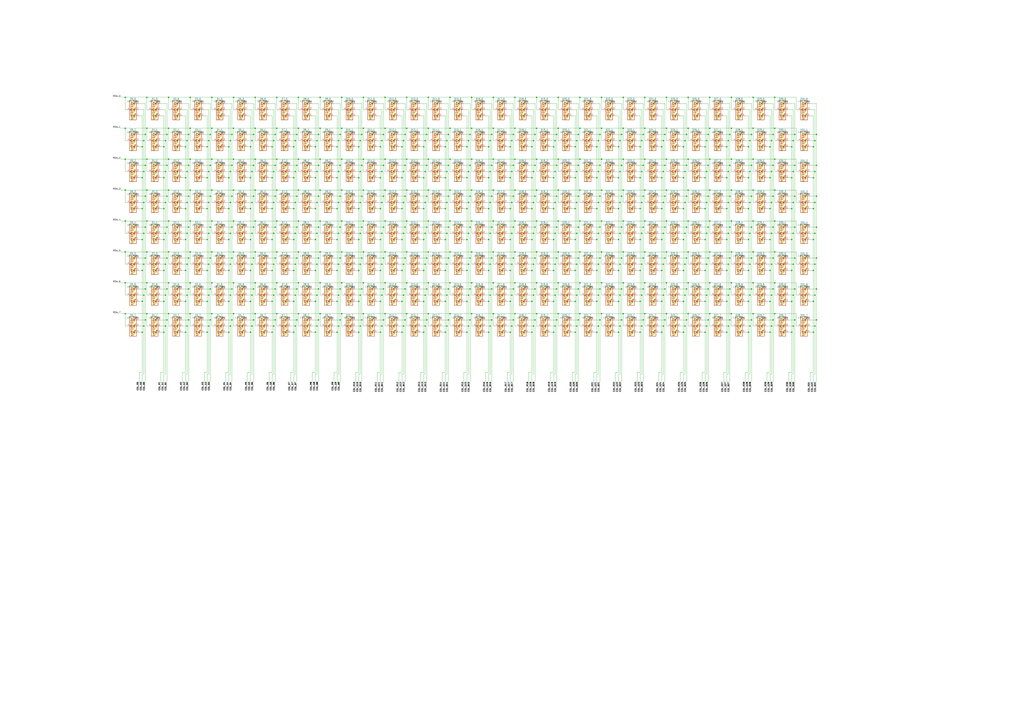
<source format=kicad_sch>
(kicad_sch (version 20230121) (generator eeschema)
  (paper "A1")
  (junction (at 474.98 161.29))
  (junction (at 334.01 105.41))
  (junction (at 134.62 171.45))
  (junction (at 102.87 232.41))
  (junction (at 135.89 267.97))
  (junction (at 298.45 232.41))
  (junction (at 294.64 171.45))
  (junction (at 187.96 171.45))
  (junction (at 422.91 80.01))
  (junction (at 334.01 156.21))
  (junction (at 386.08 110.49))
  (junction (at 313.69 140.97))
  (junction (at 386.08 262.89))
  (junction (at 294.64 146.05))
  (junction (at 510.54 237.49))
  (junction (at 331.47 166.37))
  (junction (at 279.4 262.89))
  (junction (at 440.69 105.41))
  (junction (at 563.88 262.89))
  (junction (at 600.71 232.41))
  (junction (at 314.96 135.89))
  (junction (at 438.15 191.77))
  (junction (at 137.16 237.49))
  (junction (at 405.13 257.81))
  (junction (at 134.62 222.25))
  (junction (at 494.03 80.01))
  (junction (at 547.37 232.41))
  (junction (at 350.52 110.49))
  (junction (at 350.52 237.49))
  (junction (at 670.56 161.29))
  (junction (at 227.33 156.21))
  (junction (at 455.93 115.57))
  (junction (at 170.18 222.25))
  (junction (at 245.11 130.81))
  (junction (at 190.5 262.89))
  (junction (at 652.78 161.29))
  (junction (at 173.99 257.81))
  (junction (at 369.57 232.41))
  (junction (at 543.56 120.65))
  (junction (at 543.56 146.05))
  (junction (at 332.74 110.49))
  (junction (at 561.34 120.65))
  (junction (at 260.35 115.57))
  (junction (at 209.55 80.01))
  (junction (at 245.11 232.41))
  (junction (at 561.34 171.45))
  (junction (at 439.42 186.69))
  (junction (at 152.4 222.25))
  (junction (at 614.68 146.05))
  (junction (at 312.42 273.05))
  (junction (at 491.49 267.97))
  (junction (at 224.79 242.57))
  (junction (at 420.37 267.97))
  (junction (at 137.16 110.49))
  (junction (at 458.47 80.01))
  (junction (at 405.13 181.61))
  (junction (at 135.89 217.17))
  (junction (at 579.12 120.65))
  (junction (at 172.72 212.09))
  (junction (at 596.9 120.65))
  (junction (at 455.93 166.37))
  (junction (at 190.5 161.29))
  (junction (at 652.78 135.89))
  (junction (at 259.08 247.65))
  (junction (at 525.78 120.65))
  (junction (at 405.13 130.81))
  (junction (at 138.43 181.61))
  (junction (at 455.93 191.77))
  (junction (at 347.98 171.45))
  (junction (at 224.79 267.97))
  (junction (at 226.06 135.89))
  (junction (at 565.15 232.41))
  (junction (at 314.96 262.89))
  (junction (at 405.13 80.01))
  (junction (at 403.86 110.49))
  (junction (at 525.78 273.05))
  (junction (at 205.74 171.45))
  (junction (at 313.69 217.17))
  (junction (at 383.54 171.45))
  (junction (at 544.83 242.57))
  (junction (at 508 196.85))
  (junction (at 652.78 186.69))
  (junction (at 191.77 105.41))
  (junction (at 670.56 237.49))
  (junction (at 223.52 146.05))
  (junction (at 119.38 237.49))
  (junction (at 332.74 186.69))
  (junction (at 173.99 207.01))
  (junction (at 314.96 110.49))
  (junction (at 191.77 130.81))
  (junction (at 347.98 196.85))
  (junction (at 294.64 273.05))
  (junction (at 135.89 166.37))
  (junction (at 102.87 207.01))
  (junction (at 599.44 161.29))
  (junction (at 635 262.89))
  (junction (at 368.3 135.89))
  (junction (at 636.27 232.41))
  (junction (at 137.16 186.69))
  (junction (at 241.3 120.65))
  (junction (at 369.57 181.61))
  (junction (at 120.65 207.01))
  (junction (at 191.77 181.61))
  (junction (at 243.84 135.89))
  (junction (at 135.89 115.57))
  (junction (at 492.76 212.09))
  (junction (at 635 135.89))
  (junction (at 314.96 186.69))
  (junction (at 245.11 207.01))
  (junction (at 137.16 262.89))
  (junction (at 510.54 262.89))
  (junction (at 313.69 191.77))
  (junction (at 421.64 212.09))
  (junction (at 580.39 166.37))
  (junction (at 633.73 191.77))
  (junction (at 384.81 217.17))
  (junction (at 118.11 191.77))
  (junction (at 280.67 130.81))
  (junction (at 276.86 120.65))
  (junction (at 476.25 80.01))
  (junction (at 436.88 247.65))
  (junction (at 189.23 166.37))
  (junction (at 438.15 140.97))
  (junction (at 173.99 181.61))
  (junction (at 369.57 207.01))
  (junction (at 436.88 196.85))
  (junction (at 350.52 135.89))
  (junction (at 276.86 222.25))
  (junction (at 209.55 232.41))
  (junction (at 527.05 115.57))
  (junction (at 402.59 267.97))
  (junction (at 581.66 237.49))
  (junction (at 116.84 273.05))
  (junction (at 494.03 130.81))
  (junction (at 368.3 186.69))
  (junction (at 509.27 115.57))
  (junction (at 494.03 257.81))
  (junction (at 384.81 115.57))
  (junction (at 116.84 120.65))
  (junction (at 156.21 232.41))
  (junction (at 261.62 186.69))
  (junction (at 527.05 217.17))
  (junction (at 403.86 186.69))
  (junction (at 543.56 171.45))
  (junction (at 116.84 222.25))
  (junction (at 278.13 166.37))
  (junction (at 351.79 181.61))
  (junction (at 280.67 105.41))
  (junction (at 403.86 237.49))
  (junction (at 189.23 115.57))
  (junction (at 527.05 166.37))
  (junction (at 528.32 135.89))
  (junction (at 347.98 146.05))
  (junction (at 280.67 232.41))
  (junction (at 119.38 262.89))
  (junction (at 633.73 267.97))
  (junction (at 316.23 130.81))
  (junction (at 187.96 146.05))
  (junction (at 387.35 105.41))
  (junction (at 543.56 196.85))
  (junction (at 632.46 146.05))
  (junction (at 365.76 146.05))
  (junction (at 579.12 196.85))
  (junction (at 457.2 135.89))
  (junction (at 633.73 115.57))
  (junction (at 458.47 232.41))
  (junction (at 279.4 135.89))
  (junction (at 349.25 191.77))
  (junction (at 367.03 191.77))
  (junction (at 154.94 262.89))
  (junction (at 455.93 242.57))
  (junction (at 636.27 181.61))
  (junction (at 330.2 120.65))
  (junction (at 368.3 212.09))
  (junction (at 669.29 140.97))
  (junction (at 581.66 262.89))
  (junction (at 190.5 186.69))
  (junction (at 189.23 242.57))
  (junction (at 330.2 196.85))
  (junction (at 260.35 191.77))
  (junction (at 209.55 105.41))
  (junction (at 490.22 247.65))
  (junction (at 384.81 242.57))
  (junction (at 383.54 120.65))
  (junction (at 436.88 171.45))
  (junction (at 547.37 130.81))
  (junction (at 651.51 217.17))
  (junction (at 528.32 161.29))
  (junction (at 529.59 257.81))
  (junction (at 330.2 222.25))
  (junction (at 243.84 161.29))
  (junction (at 508 273.05))
  (junction (at 439.42 161.29))
  (junction (at 440.69 232.41))
  (junction (at 242.57 140.97))
  (junction (at 172.72 135.89))
  (junction (at 298.45 105.41))
  (junction (at 651.51 166.37))
  (junction (at 635 161.29))
  (junction (at 102.87 105.41))
  (junction (at 330.2 171.45))
  (junction (at 116.84 247.65))
  (junction (at 579.12 171.45))
  (junction (at 190.5 212.09))
  (junction (at 547.37 105.41))
  (junction (at 457.2 262.89))
  (junction (at 313.69 267.97))
  (junction (at 436.88 222.25))
  (junction (at 314.96 212.09))
  (junction (at 223.52 273.05))
  (junction (at 243.84 212.09))
  (junction (at 313.69 242.57))
  (junction (at 350.52 212.09))
  (junction (at 205.74 247.65))
  (junction (at 223.52 171.45))
  (junction (at 170.18 120.65))
  (junction (at 529.59 207.01))
  (junction (at 651.51 191.77))
  (junction (at 580.39 191.77))
  (junction (at 241.3 247.65))
  (junction (at 102.87 156.21))
  (junction (at 368.3 262.89))
  (junction (at 207.01 166.37))
  (junction (at 422.91 130.81))
  (junction (at 615.95 166.37))
  (junction (at 563.88 110.49))
  (junction (at 156.21 181.61))
  (junction (at 205.74 120.65))
  (junction (at 384.81 191.77))
  (junction (at 528.32 186.69))
  (junction (at 579.12 247.65))
  (junction (at 226.06 237.49))
  (junction (at 383.54 273.05))
  (junction (at 527.05 140.97))
  (junction (at 156.21 257.81))
  (junction (at 476.25 105.41))
  (junction (at 191.77 232.41))
  (junction (at 295.91 140.97))
  (junction (at 633.73 140.97))
  (junction (at 651.51 140.97))
  (junction (at 170.18 146.05))
  (junction (at 650.24 247.65))
  (junction (at 156.21 130.81))
  (junction (at 297.18 262.89))
  (junction (at 617.22 110.49))
  (junction (at 440.69 156.21))
  (junction (at 546.1 110.49))
  (junction (at 224.79 217.17))
  (junction (at 387.35 156.21))
  (junction (at 618.49 80.01))
  (junction (at 509.27 217.17))
  (junction (at 405.13 207.01))
  (junction (at 457.2 161.29))
  (junction (at 278.13 242.57))
  (junction (at 226.06 110.49))
  (junction (at 474.98 212.09))
  (junction (at 528.32 262.89))
  (junction (at 152.4 196.85))
  (junction (at 331.47 115.57))
  (junction (at 491.49 191.77))
  (junction (at 401.32 171.45))
  (junction (at 331.47 242.57))
  (junction (at 440.69 181.61))
  (junction (at 262.89 181.61))
  (junction (at 473.71 166.37))
  (junction (at 458.47 105.41))
  (junction (at 387.35 181.61))
  (junction (at 402.59 217.17))
  (junction (at 261.62 135.89))
  (junction (at 635 186.69))
  (junction (at 439.42 110.49))
  (junction (at 600.71 105.41))
  (junction (at 294.64 222.25))
  (junction (at 351.79 130.81))
  (junction (at 492.76 161.29))
  (junction (at 669.29 191.77))
  (junction (at 205.74 196.85))
  (junction (at 614.68 222.25))
  (junction (at 419.1 171.45))
  (junction (at 261.62 237.49))
  (junction (at 474.98 186.69))
  (junction (at 454.66 247.65))
  (junction (at 527.05 191.77))
  (junction (at 152.4 171.45))
  (junction (at 582.93 80.01))
  (junction (at 436.88 146.05))
  (junction (at 205.74 273.05))
  (junction (at 187.96 120.65))
  (junction (at 241.3 273.05))
  (junction (at 614.68 196.85))
  (junction (at 260.35 140.97))
  (junction (at 152.4 247.65))
  (junction (at 494.03 232.41))
  (junction (at 618.49 181.61))
  (junction (at 529.59 156.21))
  (junction (at 334.01 181.61))
  (junction (at 242.57 191.77))
  (junction (at 242.57 217.17))
  (junction (at 565.15 181.61))
  (junction (at 599.44 212.09))
  (junction (at 510.54 212.09))
  (junction (at 562.61 191.77))
  (junction (at 528.32 110.49))
  (junction (at 278.13 140.97))
  (junction (at 118.11 217.17))
  (junction (at 384.81 166.37))
  (junction (at 439.42 135.89))
  (junction (at 368.3 161.29))
  (junction (at 387.35 232.41))
  (junction (at 525.78 222.25))
  (junction (at 152.4 146.05))
  (junction (at 565.15 130.81))
  (junction (at 279.4 161.29))
  (junction (at 650.24 146.05))
  (junction (at 600.71 207.01))
  (junction (at 528.32 237.49))
  (junction (at 617.22 212.09))
  (junction (at 472.44 146.05))
  (junction (at 405.13 232.41))
  (junction (at 596.9 196.85))
  (junction (at 298.45 156.21))
  (junction (at 525.78 146.05))
  (junction (at 279.4 110.49))
  (junction (at 153.67 217.17))
  (junction (at 528.32 212.09))
  (junction (at 458.47 181.61))
  (junction (at 402.59 191.77))
  (junction (at 330.2 146.05))
  (junction (at 173.99 105.41))
  (junction (at 298.45 181.61))
  (junction (at 457.2 186.69))
  (junction (at 420.37 191.77))
  (junction (at 154.94 110.49))
  (junction (at 189.23 140.97))
  (junction (at 563.88 212.09))
  (junction (at 563.88 161.29))
  (junction (at 368.3 110.49))
  (junction (at 138.43 257.81))
  (junction (at 490.22 146.05))
  (junction (at 120.65 232.41))
  (junction (at 617.22 262.89))
  (junction (at 261.62 262.89))
  (junction (at 351.79 156.21))
  (junction (at 207.01 267.97))
  (junction (at 494.03 181.61))
  (junction (at 226.06 262.89))
  (junction (at 227.33 207.01))
  (junction (at 154.94 161.29))
  (junction (at 454.66 146.05))
  (junction (at 332.74 262.89))
  (junction (at 312.42 247.65))
  (junction (at 102.87 181.61))
  (junction (at 280.67 207.01))
  (junction (at 313.69 115.57))
  (junction (at 670.56 212.09))
  (junction (at 596.9 146.05))
  (junction (at 138.43 207.01))
  (junction (at 119.38 135.89))
  (junction (at 598.17 191.77))
  (junction (at 579.12 146.05))
  (junction (at 599.44 135.89))
  (junction (at 208.28 237.49))
  (junction (at 632.46 196.85))
  (junction (at 421.64 237.49))
  (junction (at 405.13 105.41))
  (junction (at 279.4 237.49))
  (junction (at 669.29 267.97))
  (junction (at 652.78 212.09))
  (junction (at 189.23 267.97))
  (junction (at 156.21 156.21))
  (junction (at 614.68 247.65))
  (junction (at 243.84 237.49))
  (junction (at 618.49 207.01))
  (junction (at 189.23 217.17))
  (junction (at 405.13 156.21))
  (junction (at 440.69 130.81))
  (junction (at 351.79 80.01))
  (junction (at 491.49 140.97))
  (junction (at 510.54 135.89))
  (junction (at 529.59 130.81))
  (junction (at 510.54 186.69))
  (junction (at 455.93 217.17))
  (junction (at 582.93 232.41))
  (junction (at 120.65 105.41))
  (junction (at 187.96 247.65))
  (junction (at 632.46 171.45))
  (junction (at 563.88 186.69))
  (junction (at 312.42 146.05))
  (junction (at 153.67 242.57))
  (junction (at 511.81 105.41))
  (junction (at 581.66 161.29))
  (junction (at 472.44 222.25))
  (junction (at 208.28 212.09))
  (junction (at 260.35 166.37))
  (junction (at 476.25 232.41))
  (junction (at 401.32 196.85))
  (junction (at 617.22 161.29))
  (junction (at 138.43 105.41))
  (junction (at 492.76 262.89))
  (junction (at 599.44 186.69))
  (junction (at 369.57 257.81))
  (junction (at 347.98 120.65))
  (junction (at 422.91 232.41))
  (junction (at 294.64 120.65))
  (junction (at 369.57 130.81))
  (junction (at 525.78 171.45))
  (junction (at 580.39 217.17))
  (junction (at 297.18 161.29))
  (junction (at 242.57 166.37))
  (junction (at 421.64 135.89))
  (junction (at 439.42 262.89))
  (junction (at 190.5 110.49))
  (junction (at 420.37 140.97))
  (junction (at 565.15 257.81))
  (junction (at 331.47 217.17))
  (junction (at 650.24 171.45))
  (junction (at 172.72 186.69))
  (junction (at 438.15 166.37))
  (junction (at 351.79 257.81))
  (junction (at 349.25 166.37))
  (junction (at 401.32 273.05))
  (junction (at 350.52 186.69))
  (junction (at 438.15 242.57))
  (junction (at 367.03 140.97))
  (junction (at 187.96 222.25))
  (junction (at 472.44 247.65))
  (junction (at 457.2 237.49))
  (junction (at 242.57 267.97))
  (junction (at 156.21 207.01))
  (junction (at 579.12 273.05))
  (junction (at 472.44 171.45))
  (junction (at 509.27 166.37))
  (junction (at 615.95 191.77))
  (junction (at 652.78 237.49))
  (junction (at 276.86 247.65))
  (junction (at 421.64 161.29))
  (junction (at 387.35 257.81))
  (junction (at 600.71 156.21))
  (junction (at 171.45 217.17))
  (junction (at 546.1 135.89))
  (junction (at 669.29 217.17))
  (junction (at 118.11 267.97))
  (junction (at 295.91 267.97))
  (junction (at 547.37 156.21))
  (junction (at 386.08 161.29))
  (junction (at 156.21 105.41))
  (junction (at 421.64 110.49))
  (junction (at 403.86 135.89))
  (junction (at 596.9 171.45))
  (junction (at 365.76 196.85))
  (junction (at 119.38 186.69))
  (junction (at 618.49 156.21))
  (junction (at 276.86 196.85))
  (junction (at 334.01 257.81))
  (junction (at 401.32 247.65))
  (junction (at 154.94 237.49))
  (junction (at 134.62 196.85))
  (junction (at 598.17 166.37))
  (junction (at 334.01 207.01))
  (junction (at 134.62 273.05))
  (junction (at 280.67 181.61))
  (junction (at 544.83 115.57))
  (junction (at 474.98 237.49))
  (junction (at 279.4 186.69))
  (junction (at 421.64 262.89))
  (junction (at 156.21 80.01))
  (junction (at 546.1 237.49))
  (junction (at 227.33 232.41))
  (junction (at 618.49 257.81))
  (junction (at 420.37 115.57))
  (junction (at 490.22 120.65))
  (junction (at 262.89 207.01))
  (junction (at 668.02 247.65))
  (junction (at 473.71 242.57))
  (junction (at 334.01 80.01))
  (junction (at 386.08 237.49))
  (junction (at 137.16 212.09))
  (junction (at 565.15 80.01))
  (junction (at 316.23 207.01))
  (junction (at 632.46 222.25))
  (junction (at 508 120.65))
  (junction (at 349.25 115.57))
  (junction (at 120.65 156.21))
  (junction (at 618.49 130.81))
  (junction (at 547.37 181.61))
  (junction (at 635 212.09))
  (junction (at 511.81 207.01))
  (junction (at 245.11 181.61))
  (junction (at 490.22 222.25))
  (junction (at 511.81 232.41))
  (junction (at 316.23 105.41))
  (junction (at 650.24 120.65))
  (junction (at 525.78 247.65))
  (junction (at 476.25 181.61))
  (junction (at 420.37 217.17))
  (junction (at 350.52 262.89))
  (junction (at 119.38 212.09))
  (junction (at 490.22 171.45))
  (junction (at 276.86 171.45))
  (junction (at 332.74 161.29))
  (junction (at 474.98 262.89))
  (junction (at 154.94 186.69))
  (junction (at 458.47 156.21))
  (junction (at 494.03 207.01))
  (junction (at 529.59 105.41))
  (junction (at 171.45 267.97))
  (junction (at 226.06 161.29))
  (junction (at 351.79 232.41))
  (junction (at 383.54 146.05))
  (junction (at 632.46 120.65))
  (junction (at 295.91 191.77))
  (junction (at 172.72 262.89))
  (junction (at 152.4 120.65))
  (junction (at 119.38 110.49))
  (junction (at 208.28 110.49))
  (junction (at 224.79 166.37))
  (junction (at 227.33 105.41))
  (junction (at 295.91 242.57))
  (junction (at 669.29 115.57))
  (junction (at 347.98 222.25))
  (junction (at 223.52 196.85))
  (junction (at 152.4 273.05))
  (junction (at 259.08 196.85))
  (junction (at 118.11 166.37))
  (junction (at 598.17 140.97))
  (junction (at 190.5 237.49))
  (junction (at 261.62 110.49))
  (junction (at 402.59 166.37))
  (junction (at 280.67 80.01))
  (junction (at 615.95 115.57))
  (junction (at 245.11 257.81))
  (junction (at 365.76 120.65))
  (junction (at 458.47 130.81))
  (junction (at 511.81 156.21))
  (junction (at 529.59 80.01))
  (junction (at 224.79 115.57))
  (junction (at 596.9 247.65))
  (junction (at 298.45 130.81))
  (junction (at 386.08 135.89))
  (junction (at 243.84 262.89))
  (junction (at 171.45 166.37))
  (junction (at 294.64 247.65))
  (junction (at 172.72 110.49))
  (junction (at 491.49 166.37))
  (junction (at 401.32 222.25))
  (junction (at 636.27 105.41))
  (junction (at 419.1 273.05))
  (junction (at 153.67 115.57))
  (junction (at 617.22 186.69))
  (junction (at 276.86 146.05))
  (junction (at 173.99 130.81))
  (junction (at 227.33 181.61))
  (junction (at 670.56 135.89))
  (junction (at 454.66 120.65))
  (junction (at 279.4 212.09))
  (junction (at 331.47 267.97))
  (junction (at 312.42 196.85))
  (junction (at 245.11 105.41))
  (junction (at 419.1 196.85))
  (junction (at 171.45 242.57))
  (junction (at 347.98 247.65))
  (junction (at 615.95 267.97))
  (junction (at 261.62 212.09))
  (junction (at 369.57 156.21))
  (junction (at 135.89 140.97))
  (junction (at 670.56 110.49))
  (junction (at 490.22 196.85))
  (junction (at 209.55 207.01))
  (junction (at 347.98 273.05))
  (junction (at 546.1 212.09))
  (junction (at 297.18 212.09))
  (junction (at 473.71 115.57))
  (junction (at 473.71 217.17))
  (junction (at 334.01 130.81))
  (junction (at 242.57 115.57))
  (junction (at 137.16 161.29))
  (junction (at 367.03 267.97))
  (junction (at 118.11 242.57))
  (junction (at 118.11 115.57))
  (junction (at 543.56 247.65))
  (junction (at 636.27 130.81))
  (junction (at 403.86 212.09))
  (junction (at 387.35 80.01))
  (junction (at 138.43 232.41))
  (junction (at 223.52 120.65))
  (junction (at 349.25 140.97))
  (junction (at 598.17 242.57))
  (junction (at 582.93 105.41))
  (junction (at 332.74 135.89))
  (junction (at 422.91 181.61))
  (junction (at 259.08 171.45))
  (junction (at 386.08 186.69))
  (junction (at 473.71 140.97))
  (junction (at 581.66 212.09))
  (junction (at 474.98 110.49))
  (junction (at 474.98 135.89))
  (junction (at 632.46 247.65))
  (junction (at 494.03 105.41))
  (junction (at 546.1 186.69))
  (junction (at 562.61 166.37))
  (junction (at 154.94 135.89))
  (junction (at 636.27 207.01))
  (junction (at 580.39 267.97))
  (junction (at 596.9 273.05))
  (junction (at 454.66 222.25))
  (junction (at 205.74 222.25))
  (junction (at 420.37 242.57))
  (junction (at 241.3 222.25))
  (junction (at 635 237.49))
  (junction (at 154.94 212.09))
  (junction (at 207.01 140.97))
  (junction (at 614.68 171.45))
  (junction (at 298.45 257.81))
  (junction (at 207.01 242.57))
  (junction (at 314.96 237.49))
  (junction (at 138.43 80.01))
  (junction (at 457.2 110.49))
  (junction (at 458.47 207.01))
  (junction (at 191.77 257.81))
  (junction (at 387.35 207.01))
  (junction (at 383.54 222.25))
  (junction (at 153.67 191.77))
  (junction (at 241.3 146.05))
  (junction (at 224.79 191.77))
  (junction (at 580.39 115.57))
  (junction (at 618.49 232.41))
  (junction (at 349.25 267.97))
  (junction (at 369.57 105.41))
  (junction (at 262.89 130.81))
  (junction (at 651.51 242.57))
  (junction (at 563.88 237.49))
  (junction (at 116.84 171.45))
  (junction (at 561.34 146.05))
  (junction (at 670.56 186.69))
  (junction (at 367.03 242.57))
  (junction (at 262.89 105.41))
  (junction (at 350.52 161.29))
  (junction (at 511.81 80.01))
  (junction (at 262.89 232.41))
  (junction (at 208.28 161.29))
  (junction (at 260.35 267.97))
  (junction (at 510.54 110.49))
  (junction (at 476.25 130.81))
  (junction (at 330.2 273.05))
  (junction (at 422.91 257.81))
  (junction (at 581.66 135.89))
  (junction (at 207.01 217.17))
  (junction (at 243.84 186.69))
  (junction (at 615.95 242.57))
  (junction (at 138.43 156.21))
  (junction (at 384.81 140.97))
  (junction (at 280.67 257.81))
  (junction (at 209.55 156.21))
  (junction (at 351.79 105.41))
  (junction (at 207.01 191.77))
  (junction (at 650.24 196.85))
  (junction (at 422.91 105.41))
  (junction (at 278.13 191.77))
  (junction (at 403.86 262.89))
  (junction (at 491.49 115.57))
  (junction (at 440.69 80.01))
  (junction (at 187.96 273.05))
  (junction (at 138.43 130.81))
  (junction (at 544.83 267.97))
  (junction (at 546.1 262.89))
  (junction (at 511.81 181.61))
  (junction (at 170.18 196.85))
  (junction (at 598.17 267.97))
  (junction (at 173.99 232.41))
  (junction (at 294.64 196.85))
  (junction (at 511.81 257.81))
  (junction (at 297.18 135.89))
  (junction (at 365.76 247.65))
  (junction (at 118.11 140.97))
  (junction (at 278.13 267.97))
  (junction (at 543.56 273.05))
  (junction (at 544.83 140.97))
  (junction (at 351.79 207.01))
  (junction (at 316.23 232.41))
  (junction (at 119.38 161.29))
  (junction (at 527.05 242.57))
  (junction (at 582.93 181.61))
  (junction (at 367.03 217.17))
  (junction (at 191.77 80.01))
  (junction (at 383.54 247.65))
  (junction (at 171.45 191.77))
  (junction (at 582.93 130.81))
  (junction (at 349.25 242.57))
  (junction (at 295.91 217.17))
  (junction (at 421.64 186.69))
  (junction (at 582.93 156.21))
  (junction (at 455.93 140.97))
  (junction (at 295.91 166.37))
  (junction (at 209.55 181.61))
  (junction (at 312.42 120.65))
  (junction (at 650.24 222.25))
  (junction (at 599.44 110.49))
  (junction (at 207.01 115.57))
  (junction (at 563.88 135.89))
  (junction (at 600.71 257.81))
  (junction (at 190.5 135.89))
  (junction (at 561.34 222.25))
  (junction (at 491.49 217.17))
  (junction (at 472.44 196.85))
  (junction (at 419.1 247.65))
  (junction (at 224.79 140.97))
  (junction (at 614.68 120.65))
  (junction (at 260.35 242.57))
  (junction (at 295.91 115.57))
  (junction (at 546.1 161.29))
  (junction (at 223.52 247.65))
  (junction (at 529.59 232.41))
  (junction (at 438.15 267.97))
  (junction (at 491.49 242.57))
  (junction (at 562.61 115.57))
  (junction (at 565.15 156.21))
  (junction (at 137.16 135.89))
  (junction (at 543.56 222.25))
  (junction (at 547.37 257.81))
  (junction (at 582.93 207.01))
  (junction (at 259.08 273.05))
  (junction (at 633.73 217.17))
  (junction (at 369.57 80.01))
  (junction (at 633.73 242.57))
  (junction (at 316.23 156.21))
  (junction (at 349.25 217.17))
  (junction (at 668.02 273.05))
  (junction (at 420.37 166.37))
  (junction (at 331.47 140.97))
  (junction (at 454.66 171.45))
  (junction (at 544.83 191.77))
  (junction (at 473.71 191.77))
  (junction (at 457.2 212.09))
  (junction (at 227.33 130.81))
  (junction (at 312.42 222.25))
  (junction (at 245.11 156.21))
  (junction (at 618.49 105.41))
  (junction (at 262.89 257.81))
  (junction (at 330.2 247.65))
  (junction (at 439.42 237.49))
  (junction (at 636.27 257.81))
  (junction (at 438.15 115.57))
  (junction (at 562.61 267.97))
  (junction (at 490.22 273.05))
  (junction (at 367.03 166.37))
  (junction (at 298.45 207.01))
  (junction (at 387.35 130.81))
  (junction (at 134.62 120.65))
  (junction (at 208.28 262.89))
  (junction (at 365.76 273.05))
  (junction (at 419.1 120.65))
  (junction (at 509.27 242.57))
  (junction (at 242.57 242.57))
  (junction (at 669.29 166.37))
  (junction (at 494.03 156.21))
  (junction (at 191.77 156.21))
  (junction (at 189.23 191.77))
  (junction (at 209.55 257.81))
  (junction (at 529.59 181.61))
  (junction (at 153.67 267.97))
  (junction (at 652.78 110.49))
  (junction (at 241.3 171.45))
  (junction (at 600.71 181.61))
  (junction (at 599.44 262.89))
  (junction (at 492.76 110.49))
  (junction (at 615.95 140.97))
  (junction (at 422.91 156.21))
  (junction (at 276.86 273.05))
  (junction (at 170.18 171.45))
  (junction (at 259.08 222.25))
  (junction (at 476.25 207.01))
  (junction (at 561.34 196.85))
  (junction (at 651.51 267.97))
  (junction (at 436.88 120.65))
  (junction (at 472.44 120.65))
  (junction (at 278.13 115.57))
  (junction (at 402.59 115.57))
  (junction (at 598.17 115.57))
  (junction (at 565.15 207.01))
  (junction (at 440.69 257.81))
  (junction (at 403.86 161.29))
  (junction (at 615.95 217.17))
  (junction (at 316.23 257.81))
  (junction (at 401.32 146.05))
  (junction (at 171.45 140.97))
  (junction (at 331.47 191.77))
  (junction (at 492.76 186.69))
  (junction (at 383.54 196.85))
  (junction (at 384.81 267.97))
  (junction (at 509.27 140.97))
  (junction (at 562.61 242.57))
  (junction (at 226.06 186.69))
  (junction (at 547.37 207.01))
  (junction (at 262.89 80.01))
  (junction (at 668.02 171.45))
  (junction (at 241.3 196.85))
  (junction (at 670.56 262.89))
  (junction (at 596.9 222.25))
  (junction (at 365.76 222.25))
  (junction (at 562.61 140.97))
  (junction (at 334.01 232.41))
  (junction (at 401.32 120.65))
  (junction (at 120.65 130.81))
  (junction (at 581.66 186.69))
  (junction (at 116.84 196.85))
  (junction (at 422.91 207.01))
  (junction (at 402.59 140.97))
  (junction (at 652.78 262.89))
  (junction (at 472.44 273.05))
  (junction (at 669.29 242.57))
  (junction (at 668.02 146.05))
  (junction (at 297.18 237.49))
  (junction (at 580.39 140.97))
  (junction (at 617.22 237.49))
  (junction (at 565.15 105.41))
  (junction (at 527.05 267.97))
  (junction (at 173.99 80.01))
  (junction (at 102.87 130.81))
  (junction (at 208.28 135.89))
  (junction (at 226.06 212.09))
  (junction (at 172.72 161.29))
  (junction (at 419.1 146.05))
  (junction (at 191.77 207.01))
  (junction (at 633.73 166.37))
  (junction (at 547.37 80.01))
  (junction (at 600.71 80.01))
  (junction (at 580.39 242.57))
  (junction (at 582.93 257.81))
  (junction (at 260.35 217.17))
  (junction (at 332.74 212.09))
  (junction (at 153.67 166.37))
  (junction (at 544.83 217.17))
  (junction (at 598.17 217.17))
  (junction (at 561.34 247.65))
  (junction (at 473.71 267.97))
  (junction (at 367.03 115.57))
  (junction (at 509.27 191.77))
  (junction (at 365.76 171.45))
  (junction (at 632.46 273.05))
  (junction (at 187.96 196.85))
  (junction (at 668.02 120.65))
  (junction (at 245.11 80.01))
  (junction (at 386.08 212.09))
  (junction (at 454.66 196.85))
  (junction (at 440.69 207.01))
  (junction (at 227.33 257.81))
  (junction (at 120.65 80.01))
  (junction (at 368.3 237.49))
  (junction (at 134.62 146.05))
  (junction (at 509.27 267.97))
  (junction (at 205.74 146.05))
  (junction (at 562.61 217.17))
  (junction (at 651.51 115.57))
  (junction (at 544.83 166.37))
  (junction (at 636.27 80.01))
  (junction (at 209.55 130.81))
  (junction (at 316.23 80.01))
  (junction (at 259.08 120.65))
  (junction (at 511.81 130.81))
  (junction (at 102.87 80.01))
  (junction (at 120.65 181.61))
  (junction (at 262.89 156.21))
  (junction (at 419.1 222.25))
  (junction (at 454.66 273.05))
  (junction (at 668.02 222.25))
  (junction (at 508 222.25))
  (junction (at 476.25 257.81))
  (junction (at 116.84 146.05))
  (junction (at 261.62 161.29))
  (junction (at 636.27 156.21))
  (junction (at 223.52 222.25))
  (junction (at 297.18 186.69))
  (junction (at 476.25 156.21))
  (junction (at 525.78 196.85))
  (junction (at 600.71 130.81))
  (junction (at 436.88 273.05))
  (junction (at 492.76 135.89))
  (junction (at 298.45 80.01))
  (junction (at 599.44 237.49))
  (junction (at 280.67 156.21))
  (junction (at 135.89 191.77))
  (junction (at 278.13 217.17))
  (junction (at 314.96 161.29))
  (junction (at 455.93 267.97))
  (junction (at 313.69 166.37))
  (junction (at 581.66 110.49))
  (junction (at 508 171.45))
  (junction (at 227.33 80.01))
  (junction (at 439.42 212.09))
  (junction (at 135.89 242.57))
  (junction (at 579.12 222.25))
  (junction (at 208.28 186.69))
  (junction (at 170.18 247.65))
  (junction (at 508 247.65))
  (junction (at 508 146.05))
  (junction (at 617.22 135.89))
  (junction (at 668.02 196.85))
  (junction (at 243.84 110.49))
  (junction (at 297.18 110.49))
  (junction (at 171.45 115.57))
  (junction (at 438.15 217.17))
  (junction (at 170.18 273.05))
  (junction (at 492.76 237.49))
  (junction (at 510.54 161.29))
  (junction (at 635 110.49))
  (junction (at 312.42 171.45))
  (junction (at 316.23 181.61))
  (junction (at 402.59 242.57))
  (junction (at 172.72 237.49))
  (junction (at 120.65 257.81))
  (junction (at 458.47 257.81))
  (junction (at 259.08 146.05))
  (junction (at 332.74 237.49))
  (junction (at 614.68 273.05))
  (junction (at 134.62 247.65))
  (junction (at 102.87 257.81))
  (junction (at 561.34 273.05))
  (junction (at 650.24 273.05))
  (junction (at 173.99 156.21))
  (junction (at 153.67 140.97))
  (wire (pts (xy 167.64 171.45) (xy 170.18 171.45)))
  (wire (pts (xy 387.35 267.97) (xy 388.62 267.97)))
  (wire (pts (xy 330.2 196.85) (xy 330.2 222.25)))
  (wire (pts (xy 226.06 161.29) (xy 220.98 161.29)))
  (wire (pts (xy 149.86 242.57) (xy 153.67 242.57)))
  (wire (pts (xy 576.58 267.97) (xy 580.39 267.97)))
  (wire (pts (xy 223.52 146.05) (xy 223.52 171.45)))
  (wire (pts (xy 227.33 90.17) (xy 228.6 90.17)))
  (wire (pts (xy 422.91 257.81) (xy 422.91 267.97)))
  (wire (pts (xy 617.22 212.09) (xy 617.22 237.49)))
  (wire (pts (xy 367.03 90.17) (xy 367.03 115.57)))
  (wire (pts (xy 582.93 130.81) (xy 582.93 140.97)))
  (wire (pts (xy 220.98 166.37) (xy 224.79 166.37)))
  (wire (pts (xy 508 196.85) (xy 508 222.25)))
  (wire (pts (xy 523.24 306.07) (xy 523.24 313.69)))
  (wire (pts (xy 190.5 237.49) (xy 190.5 262.89)))
  (wire (pts (xy 547.37 140.97) (xy 548.64 140.97)))
  (wire (pts (xy 665.48 95.25) (xy 668.02 95.25)))
  (wire (pts (xy 579.12 247.65) (xy 579.12 273.05)))
  (wire (pts (xy 582.93 217.17) (xy 584.2 217.17)))
  (wire (pts (xy 369.57 191.77) (xy 370.84 191.77)))
  (wire (pts (xy 316.23 105.41) (xy 334.01 105.41)))
  (wire (pts (xy 405.13 242.57) (xy 406.4 242.57)))
  (wire (pts (xy 173.99 232.41) (xy 173.99 242.57)))
  (wire (pts (xy 510.54 237.49) (xy 505.46 237.49)))
  (wire (pts (xy 565.15 217.17) (xy 566.42 217.17)))
  (wire (pts (xy 476.25 232.41) (xy 476.25 242.57)))
  (wire (pts (xy 298.45 130.81) (xy 316.23 130.81)))
  (wire (pts (xy 280.67 115.57) (xy 281.94 115.57)))
  (wire (pts (xy 469.9 171.45) (xy 472.44 171.45)))
  (wire (pts (xy 297.18 186.69) (xy 297.18 212.09)))
  (wire (pts (xy 309.88 115.57) (xy 313.69 115.57)))
  (wire (pts (xy 276.86 171.45) (xy 276.86 196.85)))
  (wire (pts (xy 525.78 307.34) (xy 525.78 313.69)))
  (wire (pts (xy 274.32 222.25) (xy 276.86 222.25)))
  (wire (pts (xy 490.22 307.34) (xy 490.22 313.69)))
  (wire (pts (xy 312.42 146.05) (xy 312.42 171.45)))
  (wire (pts (xy 529.59 232.41) (xy 547.37 232.41)))
  (wire (pts (xy 525.78 247.65) (xy 525.78 273.05)))
  (wire (pts (xy 224.79 140.97) (xy 224.79 166.37)))
  (wire (pts (xy 243.84 237.49) (xy 243.84 262.89)))
  (wire (pts (xy 298.45 207.01) (xy 298.45 217.17)))
  (wire (pts (xy 421.64 262.89) (xy 421.64 313.69)))
  (wire (pts (xy 416.56 140.97) (xy 420.37 140.97)))
  (wire (pts (xy 279.4 186.69) (xy 279.4 212.09)))
  (wire (pts (xy 438.15 267.97) (xy 438.15 307.34)))
  (wire (pts (xy 454.66 146.05) (xy 454.66 171.45)))
  (wire (pts (xy 386.08 161.29) (xy 386.08 186.69)))
  (wire (pts (xy 297.18 212.09) (xy 292.1 212.09)))
  (wire (pts (xy 368.3 262.89) (xy 363.22 262.89)))
  (wire (pts (xy 292.1 140.97) (xy 295.91 140.97)))
  (wire (pts (xy 670.56 161.29) (xy 665.48 161.29)))
  (wire (pts (xy 491.49 191.77) (xy 491.49 217.17)))
  (wire (pts (xy 298.45 90.17) (xy 299.72 90.17)))
  (wire (pts (xy 363.22 306.07) (xy 363.22 313.69)))
  (wire (pts (xy 207.01 242.57) (xy 207.01 267.97)))
  (wire (pts (xy 347.98 171.45) (xy 347.98 196.85)))
  (wire (pts (xy 191.77 130.81) (xy 209.55 130.81)))
  (wire (pts (xy 312.42 273.05) (xy 312.42 306.07)))
  (wire (pts (xy 558.8 267.97) (xy 562.61 267.97)))
  (wire (pts (xy 670.56 186.69) (xy 670.56 212.09)))
  (wire (pts (xy 405.13 232.41) (xy 422.91 232.41)))
  (wire (pts (xy 528.32 161.29) (xy 528.32 186.69)))
  (wire (pts (xy 420.37 307.34) (xy 419.1 307.34)))
  (wire (pts (xy 576.58 90.17) (xy 580.39 90.17)))
  (wire (pts (xy 565.15 80.01) (xy 582.93 80.01)))
  (wire (pts (xy 298.45 191.77) (xy 299.72 191.77)))
  (wire (pts (xy 227.33 242.57) (xy 228.6 242.57)))
  (wire (pts (xy 347.98 306.07) (xy 345.44 306.07)))
  (wire (pts (xy 546.1 186.69) (xy 541.02 186.69)))
  (wire (pts (xy 191.77 156.21) (xy 191.77 166.37)))
  (wire (pts (xy 647.7 95.25) (xy 650.24 95.25)))
  (wire (pts (xy 387.35 181.61) (xy 387.35 191.77)))
  (wire (pts (xy 297.18 262.89) (xy 297.18 313.69)))
  (wire (pts (xy 398.78 140.97) (xy 402.59 140.97)))
  (wire (pts (xy 458.47 232.41) (xy 458.47 242.57)))
  (wire (pts (xy 369.57 130.81) (xy 387.35 130.81)))
  (wire (pts (xy 280.67 166.37) (xy 281.94 166.37)))
  (wire (pts (xy 509.27 90.17) (xy 509.27 115.57)))
  (wire (pts (xy 332.74 237.49) (xy 332.74 262.89)))
  (wire (pts (xy 351.79 115.57) (xy 353.06 115.57)))
  (wire (pts (xy 187.96 306.07) (xy 185.42 306.07)))
  (wire (pts (xy 114.3 267.97) (xy 118.11 267.97)))
  (wire (pts (xy 274.32 242.57) (xy 278.13 242.57)))
  (wire (pts (xy 116.84 306.07) (xy 114.3 306.07)))
  (wire (pts (xy 434.34 95.25) (xy 436.88 95.25)))
  (wire (pts (xy 227.33 232.41) (xy 227.33 242.57)))
  (wire (pts (xy 579.12 306.07) (xy 576.58 306.07)))
  (wire (pts (xy 172.72 135.89) (xy 167.64 135.89)))
  (wire (pts (xy 365.76 307.34) (xy 365.76 313.69)))
  (wire (pts (xy 365.76 146.05) (xy 365.76 171.45)))
  (wire (pts (xy 618.49 257.81) (xy 636.27 257.81)))
  (wire (pts (xy 314.96 85.09) (xy 314.96 110.49)))
  (wire (pts (xy 137.16 110.49) (xy 132.08 110.49)))
  (wire (pts (xy 440.69 156.21) (xy 458.47 156.21)))
  (wire (pts (xy 492.76 85.09) (xy 492.76 110.49)))
  (wire (pts (xy 334.01 105.41) (xy 334.01 115.57)))
  (wire (pts (xy 476.25 257.81) (xy 494.03 257.81)))
  (wire (pts (xy 670.56 212.09) (xy 670.56 237.49)))
  (wire (pts (xy 350.52 161.29) (xy 345.44 161.29)))
  (wire (pts (xy 505.46 217.17) (xy 509.27 217.17)))
  (wire (pts (xy 494.03 242.57) (xy 495.3 242.57)))
  (wire (pts (xy 292.1 146.05) (xy 294.64 146.05)))
  (wire (pts (xy 547.37 257.81) (xy 565.15 257.81)))
  (wire (pts (xy 576.58 146.05) (xy 579.12 146.05)))
  (wire (pts (xy 209.55 80.01) (xy 227.33 80.01)))
  (wire (pts (xy 261.62 85.09) (xy 256.54 85.09)))
  (wire (pts (xy 99.06 207.01) (xy 102.87 207.01)))
  (wire (pts (xy 405.13 115.57) (xy 406.4 115.57)))
  (wire (pts (xy 563.88 212.09) (xy 563.88 237.49)))
  (wire (pts (xy 137.16 161.29) (xy 132.08 161.29)))
  (wire (pts (xy 420.37 267.97) (xy 420.37 307.34)))
  (wire (pts (xy 170.18 196.85) (xy 170.18 222.25)))
  (wire (pts (xy 452.12 115.57) (xy 455.93 115.57)))
  (wire (pts (xy 472.44 171.45) (xy 472.44 196.85)))
  (wire (pts (xy 398.78 166.37) (xy 402.59 166.37)))
  (wire (pts (xy 669.29 140.97) (xy 669.29 166.37)))
  (wire (pts (xy 434.34 146.05) (xy 436.88 146.05)))
  (wire (pts (xy 617.22 85.09) (xy 612.14 85.09)))
  (wire (pts (xy 668.02 196.85) (xy 668.02 222.25)))
  (wire (pts (xy 280.67 140.97) (xy 281.94 140.97)))
  (wire (pts (xy 494.03 105.41) (xy 511.81 105.41)))
  (wire (pts (xy 256.54 217.17) (xy 260.35 217.17)))
  (wire (pts (xy 582.93 140.97) (xy 584.2 140.97)))
  (wire (pts (xy 509.27 267.97) (xy 509.27 307.34)))
  (wire (pts (xy 562.61 191.77) (xy 562.61 217.17)))
  (wire (pts (xy 276.86 247.65) (xy 276.86 273.05)))
  (wire (pts (xy 243.84 262.89) (xy 238.76 262.89)))
  (wire (pts (xy 369.57 80.01) (xy 369.57 90.17)))
  (wire (pts (xy 331.47 90.17) (xy 331.47 115.57)))
  (wire (pts (xy 274.32 273.05) (xy 276.86 273.05)))
  (wire (pts (xy 565.15 130.81) (xy 565.15 140.97)))
  (wire (pts (xy 528.32 135.89) (xy 528.32 161.29)))
  (wire (pts (xy 458.47 80.01) (xy 476.25 80.01)))
  (wire (pts (xy 138.43 156.21) (xy 156.21 156.21)))
  (wire (pts (xy 398.78 90.17) (xy 402.59 90.17)))
  (wire (pts (xy 190.5 262.89) (xy 190.5 313.69)))
  (wire (pts (xy 279.4 262.89) (xy 279.4 313.69)))
  (wire (pts (xy 383.54 306.07) (xy 381 306.07)))
  (wire (pts (xy 422.91 207.01) (xy 422.91 217.17)))
  (wire (pts (xy 309.88 95.25) (xy 312.42 95.25)))
  (wire (pts (xy 452.12 120.65) (xy 454.66 120.65)))
  (wire (pts (xy 345.44 306.07) (xy 345.44 313.69)))
  (wire (pts (xy 208.28 135.89) (xy 208.28 161.29)))
  (wire (pts (xy 226.06 186.69) (xy 226.06 212.09)))
  (wire (pts (xy 491.49 307.34) (xy 490.22 307.34)))
  (wire (pts (xy 274.32 90.17) (xy 278.13 90.17)))
  (wire (pts (xy 241.3 196.85) (xy 241.3 222.25)))
  (wire (pts (xy 297.18 135.89) (xy 297.18 161.29)))
  (wire (pts (xy 439.42 85.09) (xy 439.42 110.49)))
  (wire (pts (xy 458.47 181.61) (xy 458.47 191.77)))
  (wire (pts (xy 612.14 171.45) (xy 614.68 171.45)))
  (wire (pts (xy 384.81 115.57) (xy 384.81 140.97)))
  (wire (pts (xy 138.43 232.41) (xy 156.21 232.41)))
  (wire (pts (xy 398.78 306.07) (xy 398.78 313.69)))
  (wire (pts (xy 345.44 217.17) (xy 349.25 217.17)))
  (wire (pts (xy 528.32 110.49) (xy 523.24 110.49)))
  (wire (pts (xy 636.27 207.01) (xy 636.27 217.17)))
  (wire (pts (xy 543.56 273.05) (xy 543.56 306.07)))
  (wire (pts (xy 650.24 171.45) (xy 650.24 196.85)))
  (wire (pts (xy 582.93 115.57) (xy 584.2 115.57)))
  (wire (pts (xy 351.79 130.81) (xy 369.57 130.81)))
  (wire (pts (xy 365.76 196.85) (xy 365.76 222.25)))
  (wire (pts (xy 167.64 306.07) (xy 167.64 313.69)))
  (wire (pts (xy 369.57 181.61) (xy 387.35 181.61)))
  (wire (pts (xy 260.35 140.97) (xy 260.35 166.37)))
  (wire (pts (xy 170.18 306.07) (xy 167.64 306.07)))
  (wire (pts (xy 316.23 232.41) (xy 316.23 242.57)))
  (wire (pts (xy 562.61 140.97) (xy 562.61 166.37)))
  (wire (pts (xy 511.81 130.81) (xy 529.59 130.81)))
  (wire (pts (xy 599.44 85.09) (xy 594.36 85.09)))
  (wire (pts (xy 156.21 232.41) (xy 173.99 232.41)))
  (wire (pts (xy 368.3 237.49) (xy 363.22 237.49)))
  (wire (pts (xy 154.94 85.09) (xy 154.94 110.49)))
  (wire (pts (xy 580.39 267.97) (xy 580.39 307.34)))
  (wire (pts (xy 280.67 80.01) (xy 298.45 80.01)))
  (wire (pts (xy 558.8 196.85) (xy 561.34 196.85)))
  (wire (pts (xy 492.76 135.89) (xy 487.68 135.89)))
  (wire (pts (xy 668.02 247.65) (xy 668.02 273.05)))
  (wire (pts (xy 635 161.29) (xy 629.92 161.29)))
  (wire (pts (xy 119.38 237.49) (xy 119.38 262.89)))
  (wire (pts (xy 114.3 273.05) (xy 116.84 273.05)))
  (wire (pts (xy 558.8 95.25) (xy 561.34 95.25)))
  (wire (pts (xy 298.45 232.41) (xy 298.45 242.57)))
  (wire (pts (xy 455.93 267.97) (xy 455.93 307.34)))
  (wire (pts (xy 579.12 146.05) (xy 579.12 171.45)))
  (wire (pts (xy 472.44 273.05) (xy 472.44 306.07)))
  (wire (pts (xy 227.33 207.01) (xy 245.11 207.01)))
  (wire (pts (xy 261.62 186.69) (xy 256.54 186.69)))
  (wire (pts (xy 387.35 80.01) (xy 387.35 90.17)))
  (wire (pts (xy 350.52 237.49) (xy 345.44 237.49)))
  (wire (pts (xy 351.79 156.21) (xy 351.79 166.37)))
  (wire (pts (xy 455.93 115.57) (xy 455.93 140.97)))
  (wire (pts (xy 596.9 306.07) (xy 594.36 306.07)))
  (wire (pts (xy 351.79 267.97) (xy 353.06 267.97)))
  (wire (pts (xy 154.94 212.09) (xy 149.86 212.09)))
  (wire (pts (xy 349.25 217.17) (xy 349.25 242.57)))
  (wire (pts (xy 386.08 85.09) (xy 381 85.09)))
  (wire (pts (xy 243.84 110.49) (xy 243.84 135.89)))
  (wire (pts (xy 632.46 222.25) (xy 632.46 247.65)))
  (wire (pts (xy 505.46 95.25) (xy 508 95.25)))
  (wire (pts (xy 473.71 267.97) (xy 473.71 307.34)))
  (wire (pts (xy 261.62 110.49) (xy 261.62 135.89)))
  (wire (pts (xy 260.35 90.17) (xy 260.35 115.57)))
  (wire (pts (xy 316.23 207.01) (xy 334.01 207.01)))
  (wire (pts (xy 508 247.65) (xy 508 273.05)))
  (wire (pts (xy 172.72 186.69) (xy 172.72 212.09)))
  (wire (pts (xy 381 306.07) (xy 381 313.69)))
  (wire (pts (xy 280.67 207.01) (xy 280.67 217.17)))
  (wire (pts (xy 309.88 90.17) (xy 313.69 90.17)))
  (wire (pts (xy 256.54 196.85) (xy 259.08 196.85)))
  (wire (pts (xy 327.66 273.05) (xy 330.2 273.05)))
  (wire (pts (xy 563.88 186.69) (xy 558.8 186.69)))
  (wire (pts (xy 635 212.09) (xy 629.92 212.09)))
  (wire (pts (xy 508 306.07) (xy 505.46 306.07)))
  (wire (pts (xy 440.69 80.01) (xy 458.47 80.01)))
  (wire (pts (xy 102.87 232.41) (xy 102.87 242.57)))
  (wire (pts (xy 363.22 217.17) (xy 367.03 217.17)))
  (wire (pts (xy 209.55 130.81) (xy 227.33 130.81)))
  (wire (pts (xy 421.64 161.29) (xy 421.64 186.69)))
  (wire (pts (xy 598.17 191.77) (xy 598.17 217.17)))
  (wire (pts (xy 398.78 95.25) (xy 401.32 95.25)))
  (wire (pts (xy 316.23 242.57) (xy 317.5 242.57)))
  (wire (pts (xy 114.3 222.25) (xy 116.84 222.25)))
  (wire (pts (xy 401.32 95.25) (xy 401.32 120.65)))
  (wire (pts (xy 170.18 222.25) (xy 170.18 247.65)))
  (wire (pts (xy 334.01 90.17) (xy 335.28 90.17)))
  (wire (pts (xy 292.1 306.07) (xy 292.1 313.69)))
  (wire (pts (xy 190.5 110.49) (xy 190.5 135.89)))
  (wire (pts (xy 615.95 191.77) (xy 615.95 217.17)))
  (wire (pts (xy 476.25 242.57) (xy 477.52 242.57)))
  (wire (pts (xy 350.52 262.89) (xy 350.52 313.69)))
  (wire (pts (xy 347.98 196.85) (xy 347.98 222.25)))
  (wire (pts (xy 298.45 105.41) (xy 298.45 115.57)))
  (wire (pts (xy 419.1 306.07) (xy 416.56 306.07)))
  (wire (pts (xy 612.14 267.97) (xy 615.95 267.97)))
  (wire (pts (xy 600.71 267.97) (xy 601.98 267.97)))
  (wire (pts (xy 191.77 242.57) (xy 193.04 242.57)))
  (wire (pts (xy 386.08 212.09) (xy 386.08 237.49)))
  (wire (pts (xy 138.43 267.97) (xy 139.7 267.97)))
  (wire (pts (xy 245.11 130.81) (xy 245.11 140.97)))
  (wire (pts (xy 490.22 247.65) (xy 490.22 273.05)))
  (wire (pts (xy 416.56 306.07) (xy 416.56 313.69)))
  (wire (pts (xy 242.57 191.77) (xy 242.57 217.17)))
  (wire (pts (xy 665.48 247.65) (xy 668.02 247.65)))
  (wire (pts (xy 172.72 237.49) (xy 172.72 262.89)))
  (wire (pts (xy 368.3 237.49) (xy 368.3 262.89)))
  (wire (pts (xy 403.86 186.69) (xy 398.78 186.69)))
  (wire (pts (xy 138.43 105.41) (xy 156.21 105.41)))
  (wire (pts (xy 487.68 267.97) (xy 491.49 267.97)))
  (wire (pts (xy 474.98 110.49) (xy 474.98 135.89)))
  (wire (pts (xy 670.56 262.89) (xy 670.56 313.69)))
  (wire (pts (xy 209.55 105.41) (xy 209.55 115.57)))
  (wire (pts (xy 138.43 80.01) (xy 138.43 90.17)))
  (wire (pts (xy 612.14 306.07) (xy 612.14 313.69)))
  (wire (pts (xy 541.02 306.07) (xy 541.02 313.69)))
  (wire (pts (xy 298.45 166.37) (xy 299.72 166.37)))
  (wire (pts (xy 154.94 262.89) (xy 154.94 313.69)))
  (wire (pts (xy 369.57 166.37) (xy 370.84 166.37)))
  (wire (pts (xy 278.13 217.17) (xy 278.13 242.57)))
  (wire (pts (xy 226.06 237.49) (xy 220.98 237.49)))
  (wire (pts (xy 190.5 110.49) (xy 185.42 110.49)))
  (wire (pts (xy 119.38 186.69) (xy 114.3 186.69)))
  (wire (pts (xy 241.3 306.07) (xy 238.76 306.07)))
  (wire (pts (xy 292.1 242.57) (xy 295.91 242.57)))
  (wire (pts (xy 351.79 181.61) (xy 369.57 181.61)))
  (wire (pts (xy 187.96 273.05) (xy 187.96 306.07)))
  (wire (pts (xy 185.42 247.65) (xy 187.96 247.65)))
  (wire (pts (xy 476.25 267.97) (xy 477.52 267.97)))
  (wire (pts (xy 384.81 166.37) (xy 384.81 191.77)))
  (wire (pts (xy 314.96 212.09) (xy 309.88 212.09)))
  (wire (pts (xy 119.38 186.69) (xy 119.38 212.09)))
  (wire (pts (xy 280.67 181.61) (xy 298.45 181.61)))
  (wire (pts (xy 582.93 105.41) (xy 582.93 115.57)))
  (wire (pts (xy 156.21 80.01) (xy 173.99 80.01)))
  (wire (pts (xy 262.89 156.21) (xy 262.89 166.37)))
  (wire (pts (xy 351.79 166.37) (xy 353.06 166.37)))
  (wire (pts (xy 434.34 242.57) (xy 438.15 242.57)))
  (wire (pts (xy 386.08 212.09) (xy 381 212.09)))
  (wire (pts (xy 439.42 186.69) (xy 434.34 186.69)))
  (wire (pts (xy 398.78 222.25) (xy 401.32 222.25)))
  (wire (pts (xy 636.27 242.57) (xy 637.54 242.57)))
  (wire (pts (xy 152.4 95.25) (xy 152.4 120.65)))
  (wire (pts (xy 309.88 171.45) (xy 312.42 171.45)))
  (wire (pts (xy 172.72 212.09) (xy 172.72 237.49)))
  (wire (pts (xy 226.06 135.89) (xy 226.06 161.29)))
  (wire (pts (xy 137.16 135.89) (xy 137.16 161.29)))
  (wire (pts (xy 547.37 156.21) (xy 547.37 166.37)))
  (wire (pts (xy 242.57 307.34) (xy 241.3 307.34)))
  (wire (pts (xy 665.48 115.57) (xy 669.29 115.57)))
  (wire (pts (xy 523.24 196.85) (xy 525.78 196.85)))
  (wire (pts (xy 137.16 186.69) (xy 132.08 186.69)))
  (wire (pts (xy 581.66 237.49) (xy 576.58 237.49)))
  (wire (pts (xy 316.23 90.17) (xy 317.5 90.17)))
  (wire (pts (xy 581.66 212.09) (xy 576.58 212.09)))
  (wire (pts (xy 594.36 306.07) (xy 594.36 313.69)))
  (wire (pts (xy 245.11 232.41) (xy 245.11 242.57)))
  (wire (pts (xy 636.27 115.57) (xy 637.54 115.57)))
  (wire (pts (xy 614.68 222.25) (xy 614.68 247.65)))
  (wire (pts (xy 171.45 140.97) (xy 171.45 166.37)))
  (wire (pts (xy 598.17 242.57) (xy 598.17 267.97)))
  (wire (pts (xy 309.88 217.17) (xy 313.69 217.17)))
  (wire (pts (xy 509.27 140.97) (xy 509.27 166.37)))
  (wire (pts (xy 527.05 90.17) (xy 527.05 115.57)))
  (wire (pts (xy 580.39 90.17) (xy 580.39 115.57)))
  (wire (pts (xy 238.76 247.65) (xy 241.3 247.65)))
  (wire (pts (xy 363.22 146.05) (xy 365.76 146.05)))
  (wire (pts (xy 582.93 156.21) (xy 600.71 156.21)))
  (wire (pts (xy 279.4 110.49) (xy 274.32 110.49)))
  (wire (pts (xy 528.32 262.89) (xy 523.24 262.89)))
  (wire (pts (xy 509.27 307.34) (xy 508 307.34)))
  (wire (pts (xy 116.84 146.05) (xy 116.84 171.45)))
  (wire (pts (xy 476.25 191.77) (xy 477.52 191.77)))
  (wire (pts (xy 600.71 140.97) (xy 601.98 140.97)))
  (wire (pts (xy 334.01 207.01) (xy 334.01 217.17)))
  (wire (pts (xy 167.64 191.77) (xy 171.45 191.77)))
  (wire (pts (xy 600.71 156.21) (xy 618.49 156.21)))
  (wire (pts (xy 280.67 191.77) (xy 281.94 191.77)))
  (wire (pts (xy 191.77 232.41) (xy 191.77 242.57)))
  (wire (pts (xy 582.93 232.41) (xy 600.71 232.41)))
  (wire (pts (xy 260.35 166.37) (xy 260.35 191.77)))
  (wire (pts (xy 209.55 156.21) (xy 227.33 156.21)))
  (wire (pts (xy 617.22 161.29) (xy 617.22 186.69)))
  (wire (pts (xy 492.76 161.29) (xy 492.76 186.69)))
  (wire (pts (xy 582.93 257.81) (xy 582.93 267.97)))
  (wire (pts (xy 351.79 105.41) (xy 369.57 105.41)))
  (wire (pts (xy 416.56 90.17) (xy 420.37 90.17)))
  (wire (pts (xy 618.49 181.61) (xy 618.49 191.77)))
  (wire (pts (xy 615.95 115.57) (xy 615.95 140.97)))
  (wire (pts (xy 403.86 212.09) (xy 403.86 237.49)))
  (wire (pts (xy 402.59 90.17) (xy 402.59 115.57)))
  (wire (pts (xy 652.78 237.49) (xy 647.7 237.49)))
  (wire (pts (xy 492.76 135.89) (xy 492.76 161.29)))
  (wire (pts (xy 581.66 161.29) (xy 576.58 161.29)))
  (wire (pts (xy 135.89 90.17) (xy 135.89 115.57)))
  (wire (pts (xy 350.52 262.89) (xy 345.44 262.89)))
  (wire (pts (xy 563.88 161.29) (xy 563.88 186.69)))
  (wire (pts (xy 420.37 166.37) (xy 420.37 191.77)))
  (wire (pts (xy 632.46 95.25) (xy 632.46 120.65)))
  (wire (pts (xy 138.43 207.01) (xy 156.21 207.01)))
  (wire (pts (xy 547.37 90.17) (xy 548.64 90.17)))
  (wire (pts (xy 618.49 257.81) (xy 618.49 267.97)))
  (wire (pts (xy 618.49 232.41) (xy 636.27 232.41)))
  (wire (pts (xy 505.46 120.65) (xy 508 120.65)))
  (wire (pts (xy 381 273.05) (xy 383.54 273.05)))
  (wire (pts (xy 594.36 146.05) (xy 596.9 146.05)))
  (wire (pts (xy 363.22 140.97) (xy 367.03 140.97)))
  (wire (pts (xy 458.47 267.97) (xy 459.74 267.97)))
  (wire (pts (xy 527.05 267.97) (xy 527.05 307.34)))
  (wire (pts (xy 544.83 217.17) (xy 544.83 242.57)))
  (wire (pts (xy 314.96 186.69) (xy 309.88 186.69)))
  (wire (pts (xy 416.56 146.05) (xy 419.1 146.05)))
  (wire (pts (xy 173.99 130.81) (xy 191.77 130.81)))
  (wire (pts (xy 600.71 80.01) (xy 600.71 90.17)))
  (wire (pts (xy 191.77 80.01) (xy 209.55 80.01)))
  (wire (pts (xy 120.65 191.77) (xy 121.92 191.77)))
  (wire (pts (xy 472.44 146.05) (xy 472.44 171.45)))
  (wire (pts (xy 227.33 257.81) (xy 227.33 267.97)))
  (wire (pts (xy 190.5 212.09) (xy 185.42 212.09)))
  (wire (pts (xy 387.35 166.37) (xy 388.62 166.37)))
  (wire (pts (xy 670.56 85.09) (xy 670.56 110.49)))
  (wire (pts (xy 203.2 242.57) (xy 207.01 242.57)))
  (wire (pts (xy 190.5 186.69) (xy 190.5 212.09)))
  (wire (pts (xy 529.59 267.97) (xy 530.86 267.97)))
  (wire (pts (xy 245.11 105.41) (xy 245.11 115.57)))
  (wire (pts (xy 243.84 212.09) (xy 238.76 212.09)))
  (wire (pts (xy 209.55 232.41) (xy 227.33 232.41)))
  (wire (pts (xy 387.35 242.57) (xy 388.62 242.57)))
  (wire (pts (xy 120.65 257.81) (xy 120.65 267.97)))
  (wire (pts (xy 167.64 95.25) (xy 170.18 95.25)))
  (wire (pts (xy 654.05 232.41) (xy 654.05 242.57)))
  (wire (pts (xy 650.24 196.85) (xy 650.24 222.25)))
  (wire (pts (xy 618.49 217.17) (xy 619.76 217.17)))
  (wire (pts (xy 120.65 156.21) (xy 120.65 166.37)))
  (wire (pts (xy 187.96 307.34) (xy 187.96 313.69)))
  (wire (pts (xy 238.76 171.45) (xy 241.3 171.45)))
  (wire (pts (xy 543.56 307.34) (xy 543.56 313.69)))
  (wire (pts (xy 102.87 242.57) (xy 104.14 242.57)))
  (wire (pts (xy 173.99 156.21) (xy 191.77 156.21)))
  (wire (pts (xy 295.91 242.57) (xy 295.91 267.97)))
  (wire (pts (xy 440.69 232.41) (xy 458.47 232.41)))
  (wire (pts (xy 436.88 120.65) (xy 436.88 146.05)))
  (wire (pts (xy 401.32 196.85) (xy 401.32 222.25)))
  (wire (pts (xy 387.35 105.41) (xy 405.13 105.41)))
  (wire (pts (xy 546.1 135.89) (xy 541.02 135.89)))
  (wire (pts (xy 152.4 146.05) (xy 152.4 171.45)))
  (wire (pts (xy 316.23 181.61) (xy 316.23 191.77)))
  (wire (pts (xy 138.43 140.97) (xy 139.7 140.97)))
  (wire (pts (xy 203.2 95.25) (xy 205.74 95.25)))
  (wire (pts (xy 120.65 80.01) (xy 120.65 90.17)))
  (wire (pts (xy 345.44 273.05) (xy 347.98 273.05)))
  (wire (pts (xy 632.46 273.05) (xy 632.46 306.07)))
  (wire (pts (xy 351.79 80.01) (xy 351.79 90.17)))
  (wire (pts (xy 476.25 257.81) (xy 476.25 267.97)))
  (wire (pts (xy 220.98 95.25) (xy 223.52 95.25)))
  (wire (pts (xy 386.08 237.49) (xy 386.08 262.89)))
  (wire (pts (xy 191.77 217.17) (xy 193.04 217.17)))
  (wire (pts (xy 367.03 140.97) (xy 367.03 166.37)))
  (wire (pts (xy 669.29 217.17) (xy 669.29 242.57)))
  (wire (pts (xy 294.64 95.25) (xy 294.64 120.65)))
  (wire (pts (xy 629.92 242.57) (xy 633.73 242.57)))
  (wire (pts (xy 187.96 120.65) (xy 187.96 146.05)))
  (wire (pts (xy 209.55 181.61) (xy 227.33 181.61)))
  (wire (pts (xy 256.54 191.77) (xy 260.35 191.77)))
  (wire (pts (xy 422.91 130.81) (xy 422.91 140.97)))
  (wire (pts (xy 654.05 191.77) (xy 655.32 191.77)))
  (wire (pts (xy 546.1 135.89) (xy 546.1 161.29)))
  (wire (pts (xy 226.06 212.09) (xy 220.98 212.09)))
  (wire (pts (xy 476.25 207.01) (xy 476.25 217.17)))
  (wire (pts (xy 167.64 140.97) (xy 171.45 140.97)))
  (wire (pts (xy 487.68 247.65) (xy 490.22 247.65)))
  (wire (pts (xy 527.05 242.57) (xy 527.05 267.97)))
  (wire (pts (xy 528.32 85.09) (xy 528.32 110.49)))
  (wire (pts (xy 349.25 267.97) (xy 349.25 307.34)))
  (wire (pts (xy 367.03 267.97) (xy 367.03 307.34)))
  (wire (pts (xy 381 222.25) (xy 383.54 222.25)))
  (wire (pts (xy 223.52 222.25) (xy 223.52 247.65)))
  (wire (pts (xy 345.44 115.57) (xy 349.25 115.57)))
  (wire (pts (xy 138.43 166.37) (xy 139.7 166.37)))
  (wire (pts (xy 600.71 181.61) (xy 600.71 191.77)))
  (wire (pts (xy 452.12 273.05) (xy 454.66 273.05)))
  (wire (pts (xy 203.2 273.05) (xy 205.74 273.05)))
  (wire (pts (xy 224.79 166.37) (xy 224.79 191.77)))
  (wire (pts (xy 220.98 115.57) (xy 224.79 115.57)))
  (wire (pts (xy 99.06 257.81) (xy 102.87 257.81)))
  (wire (pts (xy 138.43 242.57) (xy 139.7 242.57)))
  (wire (pts (xy 511.81 181.61) (xy 529.59 181.61)))
  (wire (pts (xy 227.33 156.21) (xy 227.33 166.37)))
  (wire (pts (xy 476.25 80.01) (xy 494.03 80.01)))
  (wire (pts (xy 439.42 110.49) (xy 439.42 135.89)))
  (wire (pts (xy 581.66 135.89) (xy 576.58 135.89)))
  (wire (pts (xy 154.94 237.49) (xy 154.94 262.89)))
  (wire (pts (xy 440.69 257.81) (xy 458.47 257.81)))
  (wire (pts (xy 345.44 196.85) (xy 347.98 196.85)))
  (wire (pts (xy 190.5 161.29) (xy 190.5 186.69)))
  (wire (pts (xy 600.71 166.37) (xy 601.98 166.37)))
  (wire (pts (xy 102.87 90.17) (xy 104.14 90.17)))
  (wire (pts (xy 351.79 232.41) (xy 351.79 242.57)))
  (wire (pts (xy 546.1 212.09) (xy 546.1 237.49)))
  (wire (pts (xy 138.43 181.61) (xy 156.21 181.61)))
  (wire (pts (xy 156.21 130.81) (xy 173.99 130.81)))
  (wire (pts (xy 652.78 262.89) (xy 647.7 262.89)))
  (wire (pts (xy 226.06 237.49) (xy 226.06 262.89)))
  (wire (pts (xy 387.35 140.97) (xy 388.62 140.97)))
  (wire (pts (xy 280.67 130.81) (xy 280.67 140.97)))
  (wire (pts (xy 525.78 95.25) (xy 525.78 120.65)))
  (wire (pts (xy 262.89 181.61) (xy 262.89 191.77)))
  (wire (pts (xy 351.79 257.81) (xy 369.57 257.81)))
  (wire (pts (xy 298.45 115.57) (xy 299.72 115.57)))
  (wire (pts (xy 134.62 273.05) (xy 134.62 306.07)))
  (wire (pts (xy 256.54 273.05) (xy 259.08 273.05)))
  (wire (pts (xy 152.4 307.34) (xy 152.4 313.69)))
  (wire (pts (xy 474.98 161.29) (xy 469.9 161.29)))
  (wire (pts (xy 635 212.09) (xy 635 237.49)))
  (wire (pts (xy 261.62 186.69) (xy 261.62 212.09)))
  (wire (pts (xy 511.81 207.01) (xy 529.59 207.01)))
  (wire (pts (xy 505.46 247.65) (xy 508 247.65)))
  (wire (pts (xy 262.89 232.41) (xy 262.89 242.57)))
  (wire (pts (xy 618.49 242.57) (xy 619.76 242.57)))
  (wire (pts (xy 363.22 115.57) (xy 367.03 115.57)))
  (wire (pts (xy 203.2 217.17) (xy 207.01 217.17)))
  (wire (pts (xy 440.69 267.97) (xy 441.96 267.97)))
  (wire (pts (xy 491.49 90.17) (xy 491.49 115.57)))
  (wire (pts (xy 209.55 257.81) (xy 209.55 267.97)))
  (wire (pts (xy 547.37 207.01) (xy 547.37 217.17)))
  (wire (pts (xy 173.99 166.37) (xy 175.26 166.37)))
  (wire (pts (xy 207.01 140.97) (xy 207.01 166.37)))
  (wire (pts (xy 316.23 257.81) (xy 316.23 267.97)))
  (wire (pts (xy 457.2 110.49) (xy 452.12 110.49)))
  (wire (pts (xy 594.36 95.25) (xy 596.9 95.25)))
  (wire (pts (xy 402.59 217.17) (xy 402.59 242.57)))
  (wire (pts (xy 582.93 267.97) (xy 584.2 267.97)))
  (wire (pts (xy 474.98 237.49) (xy 474.98 262.89)))
  (wire (pts (xy 405.13 130.81) (xy 422.91 130.81)))
  (wire (pts (xy 505.46 242.57) (xy 509.27 242.57)))
  (wire (pts (xy 292.1 196.85) (xy 294.64 196.85)))
  (wire (pts (xy 635 186.69) (xy 629.92 186.69)))
  (wire (pts (xy 223.52 95.25) (xy 223.52 120.65)))
  (wire (pts (xy 618.49 105.41) (xy 636.27 105.41)))
  (wire (pts (xy 243.84 161.29) (xy 243.84 186.69)))
  (wire (pts (xy 565.15 181.61) (xy 565.15 191.77)))
  (wire (pts (xy 529.59 105.41) (xy 547.37 105.41)))
  (wire (pts (xy 369.57 105.41) (xy 387.35 105.41)))
  (wire (pts (xy 594.36 247.65) (xy 596.9 247.65)))
  (wire (pts (xy 187.96 196.85) (xy 187.96 222.25)))
  (wire (pts (xy 523.24 146.05) (xy 525.78 146.05)))
  (wire (pts (xy 224.79 217.17) (xy 224.79 242.57)))
  (wire (pts (xy 528.32 135.89) (xy 523.24 135.89)))
  (wire (pts (xy 509.27 166.37) (xy 509.27 191.77)))
  (wire (pts (xy 384.81 267.97) (xy 384.81 307.34)))
  (wire (pts (xy 172.72 212.09) (xy 167.64 212.09)))
  (wire (pts (xy 565.15 80.01) (xy 565.15 90.17)))
  (wire (pts (xy 547.37 105.41) (xy 565.15 105.41)))
  (wire (pts (xy 386.08 85.09) (xy 386.08 110.49)))
  (wire (pts (xy 368.3 212.09) (xy 368.3 237.49)))
  (wire (pts (xy 511.81 140.97) (xy 513.08 140.97)))
  (wire (pts (xy 190.5 135.89) (xy 190.5 161.29)))
  (wire (pts (xy 156.21 156.21) (xy 173.99 156.21)))
  (wire (pts (xy 298.45 156.21) (xy 316.23 156.21)))
  (wire (pts (xy 599.44 110.49) (xy 599.44 135.89)))
  (wire (pts (xy 171.45 166.37) (xy 171.45 191.77)))
  (wire (pts (xy 189.23 267.97) (xy 189.23 307.34)))
  (wire (pts (xy 242.57 115.57) (xy 242.57 140.97)))
  (wire (pts (xy 420.37 115.57) (xy 420.37 140.97)))
  (wire (pts (xy 363.22 247.65) (xy 365.76 247.65)))
  (wire (pts (xy 636.27 140.97) (xy 637.54 140.97)))
  (wire (pts (xy 529.59 80.01) (xy 547.37 80.01)))
  (wire (pts (xy 327.66 95.25) (xy 330.2 95.25)))
  (wire (pts (xy 298.45 217.17) (xy 299.72 217.17)))
  (wire (pts (xy 209.55 90.17) (xy 210.82 90.17)))
  (wire (pts (xy 474.98 161.29) (xy 474.98 186.69)))
  (wire (pts (xy 274.32 171.45) (xy 276.86 171.45)))
  (wire (pts (xy 243.84 262.89) (xy 243.84 313.69)))
  (wire (pts (xy 153.67 242.57) (xy 153.67 267.97)))
  (wire (pts (xy 544.83 90.17) (xy 544.83 115.57)))
  (wire (pts (xy 523.24 222.25) (xy 525.78 222.25)))
  (wire (pts (xy 476.25 166.37) (xy 477.52 166.37)))
  (wire (pts (xy 172.72 110.49) (xy 172.72 135.89)))
  (wire (pts (xy 167.64 196.85) (xy 170.18 196.85)))
  (wire (pts (xy 154.94 110.49) (xy 149.86 110.49)))
  (wire (pts (xy 416.56 115.57) (xy 420.37 115.57)))
  (wire (pts (xy 149.86 273.05) (xy 152.4 273.05)))
  (wire (pts (xy 651.51 191.77) (xy 651.51 217.17)))
  (wire (pts (xy 618.49 130.81) (xy 636.27 130.81)))
  (wire (pts (xy 600.71 130.81) (xy 600.71 140.97)))
  (wire (pts (xy 173.99 181.61) (xy 173.99 191.77)))
  (wire (pts (xy 469.9 222.25) (xy 472.44 222.25)))
  (wire (pts (xy 132.08 247.65) (xy 134.62 247.65)))
  (wire (pts (xy 647.7 120.65) (xy 650.24 120.65)))
  (wire (pts (xy 297.18 85.09) (xy 292.1 85.09)))
  (wire (pts (xy 345.44 247.65) (xy 347.98 247.65)))
  (wire (pts (xy 298.45 207.01) (xy 316.23 207.01)))
  (wire (pts (xy 614.68 120.65) (xy 614.68 146.05)))
  (wire (pts (xy 582.93 181.61) (xy 600.71 181.61)))
  (wire (pts (xy 565.15 156.21) (xy 582.93 156.21)))
  (wire (pts (xy 208.28 237.49) (xy 208.28 262.89)))
  (wire (pts (xy 654.05 90.17) (xy 655.32 90.17)))
  (wire (pts (xy 421.64 212.09) (xy 416.56 212.09)))
  (wire (pts (xy 120.65 207.01) (xy 120.65 217.17)))
  (wire (pts (xy 153.67 90.17) (xy 153.67 115.57)))
  (wire (pts (xy 421.64 186.69) (xy 421.64 212.09)))
  (wire (pts (xy 436.88 306.07) (xy 434.34 306.07)))
  (wire (pts (xy 598.17 267.97) (xy 598.17 307.34)))
  (wire (pts (xy 547.37 217.17) (xy 548.64 217.17)))
  (wire (pts (xy 528.32 212.09) (xy 528.32 237.49)))
  (wire (pts (xy 596.9 95.25) (xy 596.9 120.65)))
  (wire (pts (xy 102.87 105.41) (xy 120.65 105.41)))
  (wire (pts (xy 635 186.69) (xy 635 212.09)))
  (wire (pts (xy 635 85.09) (xy 629.92 85.09)))
  (wire (pts (xy 563.88 110.49) (xy 563.88 135.89)))
  (wire (pts (xy 457.2 85.09) (xy 452.12 85.09)))
  (wire (pts (xy 543.56 222.25) (xy 543.56 247.65)))
  (wire (pts (xy 487.68 217.17) (xy 491.49 217.17)))
  (wire (pts (xy 205.74 146.05) (xy 205.74 171.45)))
  (wire (pts (xy 383.54 307.34) (xy 383.54 313.69)))
  (wire (pts (xy 262.89 217.17) (xy 264.16 217.17)))
  (wire (pts (xy 541.02 146.05) (xy 543.56 146.05)))
  (wire (pts (xy 350.52 135.89) (xy 345.44 135.89)))
  (wire (pts (xy 347.98 146.05) (xy 347.98 171.45)))
  (wire (pts (xy 274.32 95.25) (xy 276.86 95.25)))
  (wire (pts (xy 243.84 161.29) (xy 238.76 161.29)))
  (wire (pts (xy 274.32 146.05) (xy 276.86 146.05)))
  (wire (pts (xy 313.69 267.97) (xy 313.69 307.34)))
  (wire (pts (xy 561.34 273.05) (xy 561.34 306.07)))
  (wire (pts (xy 245.11 156.21) (xy 245.11 166.37)))
  (wire (pts (xy 261.62 237.49) (xy 256.54 237.49)))
  (wire (pts (xy 652.78 135.89) (xy 647.7 135.89)))
  (wire (pts (xy 137.16 186.69) (xy 137.16 212.09)))
  (wire (pts (xy 156.21 105.41) (xy 156.21 115.57)))
  (wire (pts (xy 647.7 217.17) (xy 651.51 217.17)))
  (wire (pts (xy 490.22 171.45) (xy 490.22 196.85)))
  (wire (pts (xy 347.98 307.34) (xy 347.98 313.69)))
  (wire (pts (xy 525.78 306.07) (xy 523.24 306.07)))
  (wire (pts (xy 116.84 196.85) (xy 116.84 222.25)))
  (wire (pts (xy 565.15 105.41) (xy 565.15 115.57)))
  (wire (pts (xy 469.9 120.65) (xy 472.44 120.65)))
  (wire (pts (xy 156.21 181.61) (xy 173.99 181.61)))
  (wire (pts (xy 491.49 166.37) (xy 491.49 191.77)))
  (wire (pts (xy 185.42 306.07) (xy 185.42 313.69)))
  (wire (pts (xy 102.87 207.01) (xy 102.87 217.17)))
  (wire (pts (xy 245.11 181.61) (xy 245.11 191.77)))
  (wire (pts (xy 581.66 186.69) (xy 581.66 212.09)))
  (wire (pts (xy 511.81 232.41) (xy 529.59 232.41)))
  (wire (pts (xy 118.11 307.34) (xy 116.84 307.34)))
  (wire (pts (xy 492.76 212.09) (xy 487.68 212.09)))
  (wire (pts (xy 436.88 146.05) (xy 436.88 171.45)))
  (wire (pts (xy 665.48 273.05) (xy 668.02 273.05)))
  (wire (pts (xy 599.44 262.89) (xy 594.36 262.89)))
  (wire (pts (xy 227.33 80.01) (xy 245.11 80.01)))
  (wire (pts (xy 120.65 140.97) (xy 121.92 140.97)))
  (wire (pts (xy 120.65 232.41) (xy 120.65 242.57)))
  (wire (pts (xy 381 90.17) (xy 384.81 90.17)))
  (wire (pts (xy 652.78 186.69) (xy 652.78 212.09)))
  (wire (pts (xy 416.56 222.25) (xy 419.1 222.25)))
  (wire (pts (xy 654.05 80.01) (xy 654.05 90.17)))
  (wire (pts (xy 580.39 217.17) (xy 580.39 242.57)))
  (wire (pts (xy 420.37 242.57) (xy 420.37 267.97)))
  (wire (pts (xy 615.95 242.57) (xy 615.95 267.97)))
  (wire (pts (xy 652.78 262.89) (xy 652.78 313.69)))
  (wire (pts (xy 137.16 85.09) (xy 137.16 110.49)))
  (wire (pts (xy 576.58 306.07) (xy 576.58 313.69)))
  (wire (pts (xy 614.68 171.45) (xy 614.68 196.85)))
  (wire (pts (xy 598.17 217.17) (xy 598.17 242.57)))
  (wire (pts (xy 494.03 130.81) (xy 494.03 140.97)))
  (wire (pts (xy 561.34 307.34) (xy 561.34 313.69)))
  (wire (pts (xy 149.86 90.17) (xy 153.67 90.17)))
  (wire (pts (xy 220.98 191.77) (xy 224.79 191.77)))
  (wire (pts (xy 629.92 222.25) (xy 632.46 222.25)))
  (wire (pts (xy 278.13 115.57) (xy 278.13 140.97)))
  (wire (pts (xy 598.17 115.57) (xy 598.17 140.97)))
  (wire (pts (xy 191.77 90.17) (xy 193.04 90.17)))
  (wire (pts (xy 134.62 95.25) (xy 134.62 120.65)))
  (wire (pts (xy 668.02 273.05) (xy 668.02 306.07)))
  (wire (pts (xy 351.79 80.01) (xy 369.57 80.01)))
  (wire (pts (xy 457.2 110.49) (xy 457.2 135.89)))
  (wire (pts (xy 298.45 181.61) (xy 316.23 181.61)))
  (wire (pts (xy 256.54 306.07) (xy 256.54 313.69)))
  (wire (pts (xy 334.01 156.21) (xy 351.79 156.21)))
  (wire (pts (xy 494.03 105.41) (xy 494.03 115.57)))
  (wire (pts (xy 114.3 191.77) (xy 118.11 191.77)))
  (wire (pts (xy 187.96 95.25) (xy 187.96 120.65)))
  (wire (pts (xy 650.24 247.65) (xy 650.24 273.05)))
  (wire (pts (xy 330.2 222.25) (xy 330.2 247.65)))
  (wire (pts (xy 582.93 181.61) (xy 582.93 191.77)))
  (wire (pts (xy 434.34 196.85) (xy 436.88 196.85)))
  (wire (pts (xy 405.13 181.61) (xy 405.13 191.77)))
  (wire (pts (xy 558.8 115.57) (xy 562.61 115.57)))
  (wire (pts (xy 278.13 191.77) (xy 278.13 217.17)))
  (wire (pts (xy 227.33 140.97) (xy 228.6 140.97)))
  (wire (pts (xy 316.23 115.57) (xy 317.5 115.57)))
  (wire (pts (xy 544.83 140.97) (xy 544.83 166.37)))
  (wire (pts (xy 416.56 242.57) (xy 420.37 242.57)))
  (wire (pts (xy 614.68 95.25) (xy 614.68 120.65)))
  (wire (pts (xy 363.22 191.77) (xy 367.03 191.77)))
  (wire (pts (xy 368.3 161.29) (xy 368.3 186.69)))
  (wire (pts (xy 292.1 273.05) (xy 294.64 273.05)))
  (wire (pts (xy 331.47 140.97) (xy 331.47 166.37)))
  (wire (pts (xy 331.47 267.97) (xy 331.47 307.34)))
  (wire (pts (xy 187.96 247.65) (xy 187.96 273.05)))
  (wire (pts (xy 618.49 191.77) (xy 619.76 191.77)))
  (wire (pts (xy 458.47 257.81) (xy 458.47 267.97)))
  (wire (pts (xy 102.87 257.81) (xy 120.65 257.81)))
  (wire (pts (xy 350.52 212.09) (xy 345.44 212.09)))
  (wire (pts (xy 334.01 257.81) (xy 351.79 257.81)))
  (wire (pts (xy 314.96 135.89) (xy 309.88 135.89)))
  (wire (pts (xy 472.44 222.25) (xy 472.44 247.65)))
  (wire (pts (xy 492.76 212.09) (xy 492.76 237.49)))
  (wire (pts (xy 262.89 207.01) (xy 262.89 217.17)))
  (wire (pts (xy 491.49 242.57) (xy 491.49 267.97)))
  (wire (pts (xy 454.66 95.25) (xy 454.66 120.65)))
  (wire (pts (xy 558.8 222.25) (xy 561.34 222.25)))
  (wire (pts (xy 259.08 120.65) (xy 259.08 146.05)))
  (wire (pts (xy 529.59 166.37) (xy 530.86 166.37)))
  (wire (pts (xy 618.49 105.41) (xy 618.49 115.57)))
  (wire (pts (xy 191.77 267.97) (xy 193.04 267.97)))
  (wire (pts (xy 220.98 267.97) (xy 224.79 267.97)))
  (wire (pts (xy 669.29 191.77) (xy 669.29 217.17)))
  (wire (pts (xy 416.56 171.45) (xy 419.1 171.45)))
  (wire (pts (xy 614.68 146.05) (xy 614.68 171.45)))
  (wire (pts (xy 203.2 191.77) (xy 207.01 191.77)))
  (wire (pts (xy 156.21 242.57) (xy 157.48 242.57)))
  (wire (pts (xy 156.21 207.01) (xy 156.21 217.17)))
  (wire (pts (xy 633.73 217.17) (xy 633.73 242.57)))
  (wire (pts (xy 511.81 267.97) (xy 513.08 267.97)))
  (wire (pts (xy 280.67 207.01) (xy 298.45 207.01)))
  (wire (pts (xy 295.91 166.37) (xy 295.91 191.77)))
  (wire (pts (xy 208.28 161.29) (xy 203.2 161.29)))
  (wire (pts (xy 238.76 196.85) (xy 241.3 196.85)))
  (wire (pts (xy 295.91 307.34) (xy 294.64 307.34)))
  (wire (pts (xy 474.98 237.49) (xy 469.9 237.49)))
  (wire (pts (xy 650.24 273.05) (xy 650.24 306.07)))
  (wire (pts (xy 116.84 307.34) (xy 116.84 313.69)))
  (wire (pts (xy 511.81 156.21) (xy 511.81 166.37)))
  (wire (pts (xy 383.54 196.85) (xy 383.54 222.25)))
  (wire (pts (xy 363.22 166.37) (xy 367.03 166.37)))
  (wire (pts (xy 185.42 90.17) (xy 189.23 90.17)))
  (wire (pts (xy 316.23 166.37) (xy 317.5 166.37)))
  (wire (pts (xy 629.92 306.07) (xy 629.92 313.69)))
  (wire (pts (xy 617.22 262.89) (xy 617.22 313.69)))
  (wire (pts (xy 565.15 105.41) (xy 582.93 105.41)))
  (wire (pts (xy 327.66 306.07) (xy 327.66 313.69)))
  (wire (pts (xy 434.34 171.45) (xy 436.88 171.45)))
  (wire (pts (xy 173.99 80.01) (xy 191.77 80.01)))
  (wire (pts (xy 167.64 166.37) (xy 171.45 166.37)))
  (wire (pts (xy 351.79 105.41) (xy 351.79 115.57)))
  (wire (pts (xy 508 120.65) (xy 508 146.05)))
  (wire (pts (xy 220.98 273.05) (xy 223.52 273.05)))
  (wire (pts (xy 171.45 242.57) (xy 171.45 267.97)))
  (wire (pts (xy 600.71 257.81) (xy 618.49 257.81)))
  (wire (pts (xy 220.98 140.97) (xy 224.79 140.97)))
  (wire (pts (xy 487.68 242.57) (xy 491.49 242.57)))
  (wire (pts (xy 618.49 166.37) (xy 619.76 166.37)))
  (wire (pts (xy 547.37 207.01) (xy 565.15 207.01)))
  (wire (pts (xy 422.91 140.97) (xy 424.18 140.97)))
  (wire (pts (xy 135.89 115.57) (xy 135.89 140.97)))
  (wire (pts (xy 546.1 161.29) (xy 546.1 186.69)))
  (wire (pts (xy 132.08 171.45) (xy 134.62 171.45)))
  (wire (pts (xy 190.5 85.09) (xy 190.5 110.49)))
  (wire (pts (xy 629.92 171.45) (xy 632.46 171.45)))
  (wire (pts (xy 452.12 140.97) (xy 455.93 140.97)))
  (wire (pts (xy 208.28 237.49) (xy 203.2 237.49)))
  (wire (pts (xy 154.94 110.49) (xy 154.94 135.89)))
  (wire (pts (xy 452.12 166.37) (xy 455.93 166.37)))
  (wire (pts (xy 654.05 181.61) (xy 654.05 191.77)))
  (wire (pts (xy 209.55 232.41) (xy 209.55 242.57)))
  (wire (pts (xy 167.64 222.25) (xy 170.18 222.25)))
  (wire (pts (xy 541.02 171.45) (xy 543.56 171.45)))
  (wire (pts (xy 523.24 171.45) (xy 525.78 171.45)))
  (wire (pts (xy 635 85.09) (xy 635 110.49)))
  (wire (pts (xy 297.18 161.29) (xy 292.1 161.29)))
  (wire (pts (xy 260.35 115.57) (xy 260.35 140.97)))
  (wire (pts (xy 191.77 232.41) (xy 209.55 232.41)))
  (wire (pts (xy 487.68 140.97) (xy 491.49 140.97)))
  (wire (pts (xy 596.9 222.25) (xy 596.9 247.65)))
  (wire (pts (xy 295.91 267.97) (xy 295.91 307.34)))
  (wire (pts (xy 279.4 237.49) (xy 274.32 237.49)))
  (wire (pts (xy 654.05 140.97) (xy 655.32 140.97)))
  (wire (pts (xy 149.86 146.05) (xy 152.4 146.05)))
  (wire (pts (xy 439.42 161.29) (xy 439.42 186.69)))
  (wire (pts (xy 405.13 140.97) (xy 406.4 140.97)))
  (wire (pts (xy 116.84 273.05) (xy 116.84 306.07)))
  (wire (pts (xy 386.08 135.89) (xy 381 135.89)))
  (wire (pts (xy 525.78 196.85) (xy 525.78 222.25)))
  (wire (pts (xy 350.52 85.09) (xy 345.44 85.09)))
  (wire (pts (xy 401.32 120.65) (xy 401.32 146.05)))
  (wire (pts (xy 523.24 242.57) (xy 527.05 242.57)))
  (wire (pts (xy 398.78 191.77) (xy 402.59 191.77)))
  (wire (pts (xy 457.2 135.89) (xy 452.12 135.89)))
  (wire (pts (xy 298.45 105.41) (xy 316.23 105.41)))
  (wire (pts (xy 469.9 140.97) (xy 473.71 140.97)))
  (wire (pts (xy 636.27 105.41) (xy 636.27 115.57)))
  (wire (pts (xy 276.86 273.05) (xy 276.86 306.07)))
  (wire (pts (xy 509.27 217.17) (xy 509.27 242.57)))
  (wire (pts (xy 245.11 156.21) (xy 262.89 156.21)))
  (wire (pts (xy 452.12 217.17) (xy 455.93 217.17)))
  (wire (pts (xy 398.78 217.17) (xy 402.59 217.17)))
  (wire (pts (xy 476.25 217.17) (xy 477.52 217.17)))
  (wire (pts (xy 505.46 222.25) (xy 508 222.25)))
  (wire (pts (xy 262.89 105.41) (xy 280.67 105.41)))
  (wire (pts (xy 369.57 232.41) (xy 369.57 242.57)))
  (wire (pts (xy 369.57 217.17) (xy 370.84 217.17)))
  (wire (pts (xy 469.9 90.17) (xy 473.71 90.17)))
  (wire (pts (xy 440.69 130.81) (xy 458.47 130.81)))
  (wire (pts (xy 599.44 161.29) (xy 599.44 186.69)))
  (wire (pts (xy 510.54 85.09) (xy 510.54 110.49)))
  (wire (pts (xy 387.35 105.41) (xy 387.35 115.57)))
  (wire (pts (xy 259.08 222.25) (xy 259.08 247.65)))
  (wire (pts (xy 350.52 135.89) (xy 350.52 161.29)))
  (wire (pts (xy 238.76 306.07) (xy 238.76 313.69)))
  (wire (pts (xy 492.76 186.69) (xy 487.68 186.69)))
  (wire (pts (xy 665.48 222.25) (xy 668.02 222.25)))
  (wire (pts (xy 334.01 130.81) (xy 351.79 130.81)))
  (wire (pts (xy 547.37 156.21) (xy 565.15 156.21)))
  (wire (pts (xy 402.59 307.34) (xy 401.32 307.34)))
  (wire (pts (xy 119.38 262.89) (xy 114.3 262.89)))
  (wire (pts (xy 511.81 242.57) (xy 513.08 242.57)))
  (wire (pts (xy 617.22 161.29) (xy 612.14 161.29)))
  (wire (pts (xy 422.91 156.21) (xy 422.91 166.37)))
  (wire (pts (xy 102.87 115.57) (xy 104.14 115.57)))
  (wire (pts (xy 203.2 120.65) (xy 205.74 120.65)))
  (wire (pts (xy 387.35 90.17) (xy 388.62 90.17)))
  (wire (pts (xy 576.58 95.25) (xy 579.12 95.25)))
  (wire (pts (xy 473.71 140.97) (xy 473.71 166.37)))
  (wire (pts (xy 132.08 267.97) (xy 135.89 267.97)))
  (wire (pts (xy 599.44 85.09) (xy 599.44 110.49)))
  (wire (pts (xy 207.01 267.97) (xy 207.01 307.34)))
  (wire (pts (xy 154.94 85.09) (xy 149.86 85.09)))
  (wire (pts (xy 635 262.89) (xy 629.92 262.89)))
  (wire (pts (xy 189.23 166.37) (xy 189.23 191.77)))
  (wire (pts (xy 347.98 95.25) (xy 347.98 120.65)))
  (wire (pts (xy 209.55 207.01) (xy 209.55 217.17)))
  (wire (pts (xy 191.77 207.01) (xy 191.77 217.17)))
  (wire (pts (xy 294.64 171.45) (xy 294.64 196.85)))
  (wire (pts (xy 473.71 166.37) (xy 473.71 191.77)))
  (wire (pts (xy 405.13 80.01) (xy 405.13 90.17)))
  (wire (pts (xy 458.47 115.57) (xy 459.74 115.57)))
  (wire (pts (xy 156.21 217.17) (xy 157.48 217.17)))
  (wire (pts (xy 509.27 115.57) (xy 509.27 140.97)))
  (wire (pts (xy 154.94 212.09) (xy 154.94 237.49)))
  (wire (pts (xy 369.57 156.21) (xy 387.35 156.21)))
  (wire (pts (xy 387.35 181.61) (xy 405.13 181.61)))
  (wire (pts (xy 238.76 90.17) (xy 242.57 90.17)))
  (wire (pts (xy 439.42 237.49) (xy 439.42 262.89)))
  (wire (pts (xy 187.96 146.05) (xy 187.96 171.45)))
  (wire (pts (xy 262.89 257.81) (xy 280.67 257.81)))
  (wire (pts (xy 403.86 85.09) (xy 398.78 85.09)))
  (wire (pts (xy 636.27 267.97) (xy 637.54 267.97)))
  (wire (pts (xy 440.69 156.21) (xy 440.69 166.37)))
  (wire (pts (xy 368.3 85.09) (xy 363.22 85.09)))
  (wire (pts (xy 599.44 186.69) (xy 599.44 212.09)))
  (wire (pts (xy 327.66 242.57) (xy 331.47 242.57)))
  (wire (pts (xy 369.57 242.57) (xy 370.84 242.57)))
  (wire (pts (xy 529.59 257.81) (xy 547.37 257.81)))
  (wire (pts (xy 505.46 273.05) (xy 508 273.05)))
  (wire (pts (xy 276.86 222.25) (xy 276.86 247.65)))
  (wire (pts (xy 438.15 217.17) (xy 438.15 242.57)))
  (wire (pts (xy 529.59 217.17) (xy 530.86 217.17)))
  (wire (pts (xy 458.47 156.21) (xy 458.47 166.37)))
  (wire (pts (xy 102.87 130.81) (xy 102.87 140.97)))
  (wire (pts (xy 276.86 120.65) (xy 276.86 146.05)))
  (wire (pts (xy 208.28 135.89) (xy 203.2 135.89)))
  (wire (pts (xy 261.62 212.09) (xy 261.62 237.49)))
  (wire (pts (xy 422.91 232.41) (xy 440.69 232.41)))
  (wire (pts (xy 636.27 191.77) (xy 637.54 191.77)))
  (wire (pts (xy 617.22 186.69) (xy 617.22 212.09)))
  (wire (pts (xy 173.99 257.81) (xy 173.99 267.97)))
  (wire (pts (xy 365.76 95.25) (xy 365.76 120.65)))
  (wire (pts (xy 327.66 222.25) (xy 330.2 222.25)))
  (wire (pts (xy 422.91 90.17) (xy 424.18 90.17)))
  (wire (pts (xy 312.42 196.85) (xy 312.42 222.25)))
  (wire (pts (xy 528.32 186.69) (xy 523.24 186.69)))
  (wire (pts (xy 349.25 307.34) (xy 347.98 307.34)))
  (wire (pts (xy 492.76 262.89) (xy 487.68 262.89)))
  (wire (pts (xy 652.78 135.89) (xy 652.78 161.29)))
  (wire (pts (xy 220.98 196.85) (xy 223.52 196.85)))
  (wire (pts (xy 594.36 191.77) (xy 598.17 191.77)))
  (wire (pts (xy 149.86 267.97) (xy 153.67 267.97)))
  (wire (pts (xy 262.89 207.01) (xy 280.67 207.01)))
  (wire (pts (xy 510.54 262.89) (xy 505.46 262.89)))
  (wire (pts (xy 245.11 232.41) (xy 262.89 232.41)))
  (wire (pts (xy 205.74 196.85) (xy 205.74 222.25)))
  (wire (pts (xy 523.24 115.57) (xy 527.05 115.57)))
  (wire (pts (xy 368.3 186.69) (xy 368.3 212.09)))
  (wire (pts (xy 476.25 80.01) (xy 476.25 90.17)))
  (wire (pts (xy 137.16 135.89) (xy 132.08 135.89)))
  (wire (pts (xy 455.93 217.17) (xy 455.93 242.57)))
  (wire (pts (xy 528.32 237.49) (xy 523.24 237.49)))
  (wire (pts (xy 309.88 306.07) (xy 309.88 313.69)))
  (wire (pts (xy 576.58 140.97) (xy 580.39 140.97)))
  (wire (pts (xy 132.08 166.37) (xy 135.89 166.37)))
  (wire (pts (xy 458.47 232.41) (xy 476.25 232.41)))
  (wire (pts (xy 114.3 95.25) (xy 116.84 95.25)))
  (wire (pts (xy 132.08 95.25) (xy 134.62 95.25)))
  (wire (pts (xy 541.02 222.25) (xy 543.56 222.25)))
  (wire (pts (xy 650.24 307.34) (xy 650.24 313.69)))
  (wire (pts (xy 457.2 212.09) (xy 457.2 237.49)))
  (wire (pts (xy 596.9 120.65) (xy 596.9 146.05)))
  (wire (pts (xy 670.56 85.09) (xy 665.48 85.09)))
  (wire (pts (xy 455.93 140.97) (xy 455.93 166.37)))
  (wire (pts (xy 405.13 80.01) (xy 422.91 80.01)))
  (wire (pts (xy 579.12 307.34) (xy 579.12 313.69)))
  (wire (pts (xy 562.61 267.97) (xy 562.61 307.34)))
  (wire (pts (xy 452.12 196.85) (xy 454.66 196.85)))
  (wire (pts (xy 351.79 207.01) (xy 369.57 207.01)))
  (wire (pts (xy 403.86 110.49) (xy 398.78 110.49)))
  (wire (pts (xy 152.4 273.05) (xy 152.4 306.07)))
  (wire (pts (xy 528.32 212.09) (xy 523.24 212.09)))
  (wire (pts (xy 207.01 115.57) (xy 207.01 140.97)))
  (wire (pts (xy 617.22 237.49) (xy 612.14 237.49)))
  (wire (pts (xy 170.18 120.65) (xy 170.18 146.05)))
  (wire (pts (xy 156.21 232.41) (xy 156.21 242.57)))
  (wire (pts (xy 368.3 262.89) (xy 368.3 313.69)))
  (wire (pts (xy 434.34 306.07) (xy 434.34 313.69)))
  (wire (pts (xy 114.3 115.57) (xy 118.11 115.57)))
  (wire (pts (xy 245.11 207.01) (xy 245.11 217.17)))
  (wire (pts (xy 580.39 307.34) (xy 579.12 307.34)))
  (wire (pts (xy 207.01 217.17) (xy 207.01 242.57)))
  (wire (pts (xy 292.1 120.65) (xy 294.64 120.65)))
  (wire (pts (xy 279.4 135.89) (xy 274.32 135.89)))
  (wire (pts (xy 280.67 217.17) (xy 281.94 217.17)))
  (wire (pts (xy 334.01 80.01) (xy 351.79 80.01)))
  (wire (pts (xy 529.59 242.57) (xy 530.86 242.57)))
  (wire (pts (xy 191.77 257.81) (xy 191.77 267.97)))
  (wire (pts (xy 309.88 242.57) (xy 313.69 242.57)))
  (wire (pts (xy 474.98 262.89) (xy 474.98 313.69)))
  (wire (pts (xy 647.7 267.97) (xy 651.51 267.97)))
  (wire (pts (xy 529.59 181.61) (xy 547.37 181.61)))
  (wire (pts (xy 203.2 146.05) (xy 205.74 146.05)))
  (wire (pts (xy 561.34 247.65) (xy 561.34 273.05)))
  (wire (pts (xy 576.58 120.65) (xy 579.12 120.65)))
  (wire (pts (xy 313.69 90.17) (xy 313.69 115.57)))
  (wire (pts (xy 494.03 166.37) (xy 495.3 166.37)))
  (wire (pts (xy 615.95 217.17) (xy 615.95 242.57)))
  (wire (pts (xy 242.57 267.97) (xy 242.57 307.34)))
  (wire (pts (xy 132.08 306.07) (xy 132.08 313.69)))
  (wire (pts (xy 523.24 273.05) (xy 525.78 273.05)))
  (wire (pts (xy 652.78 85.09) (xy 652.78 110.49)))
  (wire (pts (xy 262.89 166.37) (xy 264.16 166.37)))
  (wire (pts (xy 187.96 222.25) (xy 187.96 247.65)))
  (wire (pts (xy 134.62 307.34) (xy 134.62 313.69)))
  (wire (pts (xy 132.08 191.77) (xy 135.89 191.77)))
  (wire (pts (xy 381 196.85) (xy 383.54 196.85)))
  (wire (pts (xy 647.7 146.05) (xy 650.24 146.05)))
  (wire (pts (xy 209.55 242.57) (xy 210.82 242.57)))
  (wire (pts (xy 594.36 115.57) (xy 598.17 115.57)))
  (wire (pts (xy 132.08 115.57) (xy 135.89 115.57)))
  (wire (pts (xy 455.93 166.37) (xy 455.93 191.77)))
  (wire (pts (xy 245.11 257.81) (xy 262.89 257.81)))
  (wire (pts (xy 381 191.77) (xy 384.81 191.77)))
  (wire (pts (xy 494.03 257.81) (xy 494.03 267.97)))
  (wire (pts (xy 173.99 207.01) (xy 191.77 207.01)))
  (wire (pts (xy 452.12 242.57) (xy 455.93 242.57)))
  (wire (pts (xy 295.91 217.17) (xy 295.91 242.57)))
  (wire (pts (xy 132.08 242.57) (xy 135.89 242.57)))
  (wire (pts (xy 185.42 146.05) (xy 187.96 146.05)))
  (wire (pts (xy 220.98 217.17) (xy 224.79 217.17)))
  (wire (pts (xy 243.84 237.49) (xy 238.76 237.49)))
  (wire (pts (xy 190.5 212.09) (xy 190.5 237.49)))
  (wire (pts (xy 209.55 207.01) (xy 227.33 207.01)))
  (wire (pts (xy 274.32 140.97) (xy 278.13 140.97)))
  (wire (pts (xy 458.47 140.97) (xy 459.74 140.97)))
  (wire (pts (xy 208.28 212.09) (xy 203.2 212.09)))
  (wire (pts (xy 292.1 191.77) (xy 295.91 191.77)))
  (wire (pts (xy 617.22 85.09) (xy 617.22 110.49)))
  (wire (pts (xy 558.8 120.65) (xy 561.34 120.65)))
  (wire (pts (xy 227.33 130.81) (xy 227.33 140.97)))
  (wire (pts (xy 636.27 257.81) (xy 654.05 257.81)))
  (wire (pts (xy 132.08 120.65) (xy 134.62 120.65)))
  (wire (pts (xy 529.59 156.21) (xy 547.37 156.21)))
  (wire (pts (xy 558.8 140.97) (xy 562.61 140.97)))
  (wire (pts (xy 280.67 267.97) (xy 281.94 267.97)))
  (wire (pts (xy 245.11 242.57) (xy 246.38 242.57)))
  (wire (pts (xy 134.62 171.45) (xy 134.62 196.85)))
  (wire (pts (xy 563.88 262.89) (xy 558.8 262.89)))
  (wire (pts (xy 185.42 267.97) (xy 189.23 267.97)))
  (wire (pts (xy 153.67 140.97) (xy 153.67 166.37)))
  (wire (pts (xy 474.98 186.69) (xy 469.9 186.69)))
  (wire (pts (xy 547.37 257.81) (xy 547.37 267.97)))
  (wire (pts (xy 558.8 191.77) (xy 562.61 191.77)))
  (wire (pts (xy 135.89 140.97) (xy 135.89 166.37)))
  (wire (pts (xy 472.44 306.07) (xy 469.9 306.07)))
  (wire (pts (xy 454.66 307.34) (xy 454.66 313.69)))
  (wire (pts (xy 387.35 80.01) (xy 405.13 80.01)))
  (wire (pts (xy 547.37 232.41) (xy 565.15 232.41)))
  (wire (pts (xy 490.22 146.05) (xy 490.22 171.45)))
  (wire (pts (xy 612.14 242.57) (xy 615.95 242.57)))
  (wire (pts (xy 350.52 161.29) (xy 350.52 186.69)))
  (wire (pts (xy 523.24 267.97) (xy 527.05 267.97)))
  (wire (pts (xy 313.69 191.77) (xy 313.69 217.17)))
  (wire (pts (xy 208.28 110.49) (xy 203.2 110.49)))
  (wire (pts (xy 458.47 191.77) (xy 459.74 191.77)))
  (wire (pts (xy 541.02 120.65) (xy 543.56 120.65)))
  (wire (pts (xy 261.62 212.09) (xy 256.54 212.09)))
  (wire (pts (xy 386.08 135.89) (xy 386.08 161.29)))
  (wire (pts (xy 612.14 90.17) (xy 615.95 90.17)))
  (wire (pts (xy 223.52 171.45) (xy 223.52 196.85)))
  (wire (pts (xy 635 135.89) (xy 629.92 135.89)))
  (wire (pts (xy 138.43 207.01) (xy 138.43 217.17)))
  (wire (pts (xy 384.81 191.77) (xy 384.81 217.17)))
  (wire (pts (xy 298.45 242.57) (xy 299.72 242.57)))
  (wire (pts (xy 402.59 166.37) (xy 402.59 191.77)))
  (wire (pts (xy 241.3 273.05) (xy 241.3 306.07)))
  (wire (pts (xy 669.29 267.97) (xy 669.29 307.34)))
  (wire (pts (xy 455.93 307.34) (xy 454.66 307.34)))
  (wire (pts (xy 563.88 110.49) (xy 558.8 110.49)))
  (wire (pts (xy 422.91 80.01) (xy 422.91 90.17)))
  (wire (pts (xy 579.12 273.05) (xy 579.12 306.07)))
  (wire (pts (xy 581.66 262.89) (xy 576.58 262.89)))
  (wire (pts (xy 384.81 307.34) (xy 383.54 307.34)))
  (wire (pts (xy 670.56 186.69) (xy 665.48 186.69)))
  (wire (pts (xy 280.67 232.41) (xy 280.67 242.57)))
  (wire (pts (xy 458.47 242.57) (xy 459.74 242.57)))
  (wire (pts (xy 547.37 242.57) (xy 548.64 242.57)))
  (wire (pts (xy 365.76 171.45) (xy 365.76 196.85)))
  (wire (pts (xy 439.42 161.29) (xy 434.34 161.29)))
  (wire (pts (xy 245.11 90.17) (xy 246.38 90.17)))
  (wire (pts (xy 102.87 257.81) (xy 102.87 267.97)))
  (wire (pts (xy 668.02 171.45) (xy 668.02 196.85)))
  (wire (pts (xy 154.94 237.49) (xy 149.86 237.49)))
  (wire (pts (xy 245.11 181.61) (xy 262.89 181.61)))
  (wire (pts (xy 102.87 217.17) (xy 104.14 217.17)))
  (wire (pts (xy 297.18 237.49) (xy 297.18 262.89)))
  (wire (pts (xy 510.54 186.69) (xy 510.54 212.09)))
  (wire (pts (xy 383.54 146.05) (xy 383.54 171.45)))
  (wire (pts (xy 387.35 232.41) (xy 387.35 242.57)))
  (wire (pts (xy 316.23 80.01) (xy 334.01 80.01)))
  (wire (pts (xy 403.86 135.89) (xy 398.78 135.89)))
  (wire (pts (xy 223.52 307.34) (xy 223.52 313.69)))
  (wire (pts (xy 171.45 307.34) (xy 170.18 307.34)))
  (wire (pts (xy 349.25 191.77) (xy 349.25 217.17)))
  (wire (pts (xy 241.3 120.65) (xy 241.3 146.05)))
  (wire (pts (xy 492.76 161.29) (xy 487.68 161.29)))
  (wire (pts (xy 208.28 262.89) (xy 203.2 262.89)))
  (wire (pts (xy 582.93 232.41) (xy 582.93 242.57)))
  (wire (pts (xy 256.54 140.97) (xy 260.35 140.97)))
  (wire (pts (xy 422.91 115.57) (xy 424.18 115.57)))
  (wire (pts (xy 398.78 273.05) (xy 401.32 273.05)))
  (wire (pts (xy 351.79 232.41) (xy 369.57 232.41)))
  (wire (pts (xy 185.42 171.45) (xy 187.96 171.45)))
  (wire (pts (xy 452.12 267.97) (xy 455.93 267.97)))
  (wire (pts (xy 614.68 247.65) (xy 614.68 273.05)))
  (wire (pts (xy 632.46 196.85) (xy 632.46 222.25)))
  (wire (pts (xy 152.4 222.25) (xy 152.4 247.65)))
  (wire (pts (xy 565.15 267.97) (xy 566.42 267.97)))
  (wire (pts (xy 457.2 161.29) (xy 457.2 186.69)))
  (wire (pts (xy 546.1 237.49) (xy 546.1 262.89)))
  (wire (pts (xy 457.2 186.69) (xy 457.2 212.09)))
  (wire (pts (xy 153.67 115.57) (xy 153.67 140.97)))
  (wire (pts (xy 334.01 232.41) (xy 351.79 232.41)))
  (wire (pts (xy 332.74 212.09) (xy 332.74 237.49)))
  (wire (pts (xy 541.02 242.57) (xy 544.83 242.57)))
  (wire (pts (xy 633.73 140.97) (xy 633.73 166.37)))
  (wire (pts (xy 294.64 307.34) (xy 294.64 313.69)))
  (wire (pts (xy 494.03 267.97) (xy 495.3 267.97)))
  (wire (pts (xy 458.47 130.81) (xy 476.25 130.81)))
  (wire (pts (xy 135.89 191.77) (xy 135.89 217.17)))
  (wire (pts (xy 170.18 307.34) (xy 170.18 313.69)))
  (wire (pts (xy 118.11 267.97) (xy 118.11 307.34)))
  (wire (pts (xy 292.1 171.45) (xy 294.64 171.45)))
  (wire (pts (xy 632.46 171.45) (xy 632.46 196.85)))
  (wire (pts (xy 494.03 191.77) (xy 495.3 191.77)))
  (wire (pts (xy 582.93 207.01) (xy 600.71 207.01)))
  (wire (pts (xy 313.69 140.97) (xy 313.69 166.37)))
  (wire (pts (xy 381 242.57) (xy 384.81 242.57)))
  (wire (pts (xy 582.93 166.37) (xy 584.2 166.37)))
  (wire (pts (xy 527.05 191.77) (xy 527.05 217.17)))
  (wire (pts (xy 189.23 191.77) (xy 189.23 217.17)))
  (wire (pts (xy 298.45 181.61) (xy 298.45 191.77)))
  (wire (pts (xy 419.1 273.05) (xy 419.1 306.07)))
  (wire (pts (xy 596.9 196.85) (xy 596.9 222.25)))
  (wire (pts (xy 476.25 156.21) (xy 494.03 156.21)))
  (wire (pts (xy 330.2 306.07) (xy 327.66 306.07)))
  (wire (pts (xy 612.14 95.25) (xy 614.68 95.25)))
  (wire (pts (xy 102.87 80.01) (xy 102.87 90.17)))
  (wire (pts (xy 114.3 166.37) (xy 118.11 166.37)))
  (wire (pts (xy 334.01 267.97) (xy 335.28 267.97)))
  (wire (pts (xy 405.13 130.81) (xy 405.13 140.97)))
  (wire (pts (xy 316.23 140.97) (xy 317.5 140.97)))
  (wire (pts (xy 618.49 156.21) (xy 636.27 156.21)))
  (wire (pts (xy 189.23 242.57) (xy 189.23 267.97)))
  (wire (pts (xy 367.03 242.57) (xy 367.03 267.97)))
  (wire (pts (xy 347.98 247.65) (xy 347.98 273.05)))
  (wire (pts (xy 245.11 267.97) (xy 246.38 267.97)))
  (wire (pts (xy 135.89 242.57) (xy 135.89 267.97)))
  (wire (pts (xy 612.14 146.05) (xy 614.68 146.05)))
  (wire (pts (xy 316.23 191.77) (xy 317.5 191.77)))
  (wire (pts (xy 345.44 267.97) (xy 349.25 267.97)))
  (wire (pts (xy 280.67 105.41) (xy 298.45 105.41)))
  (wire (pts (xy 259.08 171.45) (xy 259.08 196.85)))
  (wire (pts (xy 546.1 85.09) (xy 541.02 85.09)))
  (wire (pts (xy 594.36 267.97) (xy 598.17 267.97)))
  (wire (pts (xy 487.68 95.25) (xy 490.22 95.25)))
  (wire (pts (xy 505.46 267.97) (xy 509.27 267.97)))
  (wire (pts (xy 261.62 135.89) (xy 261.62 161.29)))
  (wire (pts (xy 132.08 146.05) (xy 134.62 146.05)))
  (wire (pts (xy 138.43 90.17) (xy 139.7 90.17)))
  (wire (pts (xy 600.71 207.01) (xy 600.71 217.17)))
  (wire (pts (xy 650.24 120.65) (xy 650.24 146.05)))
  (wire (pts (xy 383.54 120.65) (xy 383.54 146.05)))
  (wire (pts (xy 309.88 146.05) (xy 312.42 146.05)))
  (wire (pts (xy 153.67 191.77) (xy 153.67 217.17)))
  (wire (pts (xy 528.32 110.49) (xy 528.32 135.89)))
  (wire (pts (xy 226.06 212.09) (xy 226.06 237.49)))
  (wire (pts (xy 652.78 186.69) (xy 647.7 186.69)))
  (wire (pts (xy 543.56 306.07) (xy 541.02 306.07)))
  (wire (pts (xy 436.88 196.85) (xy 436.88 222.25)))
  (wire (pts (xy 452.12 306.07) (xy 452.12 313.69)))
  (wire (pts (xy 594.36 242.57) (xy 598.17 242.57)))
  (wire (pts (xy 668.02 222.25) (xy 668.02 247.65)))
  (wire (pts (xy 618.49 181.61) (xy 636.27 181.61)))
  (wire (pts (xy 665.48 166.37) (xy 669.29 166.37)))
  (wire (pts (xy 387.35 130.81) (xy 387.35 140.97)))
  (wire (pts (xy 369.57 207.01) (xy 369.57 217.17)))
  (wire (pts (xy 439.42 110.49) (xy 434.34 110.49)))
  (wire (pts (xy 563.88 161.29) (xy 558.8 161.29)))
  (wire (pts (xy 381 146.05) (xy 383.54 146.05)))
  (wire (pts (xy 245.11 191.77) (xy 246.38 191.77)))
  (wire (pts (xy 599.44 237.49) (xy 599.44 262.89)))
  (wire (pts (xy 279.4 85.09) (xy 274.32 85.09)))
  (wire (pts (xy 120.65 115.57) (xy 121.92 115.57)))
  (wire (pts (xy 351.79 140.97) (xy 353.06 140.97)))
  (wire (pts (xy 469.9 146.05) (xy 472.44 146.05)))
  (wire (pts (xy 523.24 95.25) (xy 525.78 95.25)))
  (wire (pts (xy 292.1 267.97) (xy 295.91 267.97)))
  (wire (pts (xy 384.81 90.17) (xy 384.81 115.57)))
  (wire (pts (xy 209.55 267.97) (xy 210.82 267.97)))
  (wire (pts (xy 120.65 80.01) (xy 138.43 80.01)))
  (wire (pts (xy 543.56 247.65) (xy 543.56 273.05)))
  (wire (pts (xy 598.17 90.17) (xy 598.17 115.57)))
  (wire (pts (xy 149.86 115.57) (xy 153.67 115.57)))
  (wire (pts (xy 350.52 186.69) (xy 345.44 186.69)))
  (wire (pts (xy 419.1 120.65) (xy 419.1 146.05)))
  (wire (pts (xy 152.4 120.65) (xy 152.4 146.05)))
  (wire (pts (xy 547.37 80.01) (xy 547.37 90.17)))
  (wire (pts (xy 118.11 140.97) (xy 118.11 166.37)))
  (wire (pts (xy 368.3 135.89) (xy 368.3 161.29)))
  (wire (pts (xy 617.22 135.89) (xy 617.22 161.29)))
  (wire (pts (xy 612.14 217.17) (xy 615.95 217.17)))
  (wire (pts (xy 332.74 135.89) (xy 332.74 161.29)))
  (wire (pts (xy 494.03 217.17) (xy 495.3 217.17)))
  (wire (pts (xy 582.93 257.81) (xy 600.71 257.81)))
  (wire (pts (xy 314.96 110.49) (xy 309.88 110.49)))
  (wire (pts (xy 365.76 222.25) (xy 365.76 247.65)))
  (wire (pts (xy 647.7 115.57) (xy 651.51 115.57)))
  (wire (pts (xy 615.95 307.34) (xy 614.68 307.34)))
  (wire (pts (xy 280.67 80.01) (xy 280.67 90.17)))
  (wire (pts (xy 261.62 85.09) (xy 261.62 110.49)))
  (wire (pts (xy 652.78 237.49) (xy 652.78 262.89)))
  (wire (pts (xy 599.44 237.49) (xy 594.36 237.49)))
  (wire (pts (xy 262.89 267.97) (xy 264.16 267.97)))
  (wire (pts (xy 544.83 191.77) (xy 544.83 217.17)))
  (wire (pts (xy 350.52 212.09) (xy 350.52 237.49)))
  (wire (pts (xy 172.72 186.69) (xy 167.64 186.69)))
  (wire (pts (xy 419.1 222.25) (xy 419.1 247.65)))
  (wire (pts (xy 262.89 181.61) (xy 280.67 181.61)))
  (wire (pts (xy 668.02 120.65) (xy 668.02 146.05)))
  (wire (pts (xy 636.27 181.61) (xy 636.27 191.77)))
  (wire (pts (xy 546.1 110.49) (xy 546.1 135.89)))
  (wire (pts (xy 629.92 120.65) (xy 632.46 120.65)))
  (wire (pts (xy 167.64 267.97) (xy 171.45 267.97)))
  (wire (pts (xy 191.77 105.41) (xy 191.77 115.57)))
  (wire (pts (xy 510.54 135.89) (xy 505.46 135.89)))
  (wire (pts (xy 137.16 237.49) (xy 137.16 262.89)))
  (wire (pts (xy 332.74 135.89) (xy 327.66 135.89)))
  (wire (pts (xy 438.15 242.57) (xy 438.15 267.97)))
  (wire (pts (xy 565.15 257.81) (xy 582.93 257.81)))
  (wire (pts (xy 334.01 257.81) (xy 334.01 267.97)))
  (wire (pts (xy 494.03 90.17) (xy 495.3 90.17)))
  (wire (pts (xy 173.99 80.01) (xy 173.99 90.17)))
  (wire (pts (xy 242.57 140.97) (xy 242.57 166.37)))
  (wire (pts (xy 491.49 217.17) (xy 491.49 242.57)))
  (wire (pts (xy 262.89 191.77) (xy 264.16 191.77)))
  (wire (pts (xy 476.25 140.97) (xy 477.52 140.97)))
  (wire (pts (xy 546.1 262.89) (xy 546.1 313.69)))
  (wire (pts (xy 405.13 166.37) (xy 406.4 166.37)))
  (wire (pts (xy 511.81 130.81) (xy 511.81 140.97)))
  (wire (pts (xy 405.13 105.41) (xy 422.91 105.41)))
  (wire (pts (xy 419.1 196.85) (xy 419.1 222.25)))
  (wire (pts (xy 636.27 90.17) (xy 637.54 90.17)))
  (wire (pts (xy 99.06 105.41) (xy 102.87 105.41)))
  (wire (pts (xy 565.15 191.77) (xy 566.42 191.77)))
  (wire (pts (xy 369.57 257.81) (xy 387.35 257.81)))
  (wire (pts (xy 541.02 247.65) (xy 543.56 247.65)))
  (wire (pts (xy 565.15 130.81) (xy 582.93 130.81)))
  (wire (pts (xy 334.01 156.21) (xy 334.01 166.37)))
  (wire (pts (xy 636.27 80.01) (xy 654.05 80.01)))
  (wire (pts (xy 598.17 307.34) (xy 596.9 307.34)))
  (wire (pts (xy 297.18 135.89) (xy 292.1 135.89)))
  (wire (pts (xy 614.68 306.07) (xy 612.14 306.07)))
  (wire (pts (xy 118.11 242.57) (xy 118.11 267.97)))
  (wire (pts (xy 670.56 161.29) (xy 670.56 186.69)))
  (wire (pts (xy 487.68 146.05) (xy 490.22 146.05)))
  (wire (pts (xy 387.35 156.21) (xy 405.13 156.21)))
  (wire (pts (xy 118.11 115.57) (xy 118.11 140.97)))
  (wire (pts (xy 262.89 80.01) (xy 280.67 80.01)))
  (wire (pts (xy 102.87 80.01) (xy 120.65 80.01)))
  (wire (pts (xy 594.36 140.97) (xy 598.17 140.97)))
  (wire (pts (xy 398.78 146.05) (xy 401.32 146.05)))
  (wire (pts (xy 118.11 166.37) (xy 118.11 191.77)))
  (wire (pts (xy 599.44 212.09) (xy 594.36 212.09)))
  (wire (pts (xy 434.34 267.97) (xy 438.15 267.97)))
  (wire (pts (xy 387.35 232.41) (xy 405.13 232.41)))
  (wire (pts (xy 457.2 237.49) (xy 457.2 262.89)))
  (wire (pts (xy 457.2 262.89) (xy 457.2 313.69)))
  (wire (pts (xy 279.4 135.89) (xy 279.4 161.29)))
  (wire (pts (xy 440.69 80.01) (xy 440.69 90.17)))
  (wire (pts (xy 276.86 196.85) (xy 276.86 222.25)))
  (wire (pts (xy 647.7 140.97) (xy 651.51 140.97)))
  (wire (pts (xy 615.95 90.17) (xy 615.95 115.57)))
  (wire (pts (xy 562.61 166.37) (xy 562.61 191.77)))
  (wire (pts (xy 422.91 217.17) (xy 424.18 217.17)))
  (wire (pts (xy 363.22 90.17) (xy 367.03 90.17)))
  (wire (pts (xy 171.45 115.57) (xy 171.45 140.97)))
  (wire (pts (xy 454.66 306.07) (xy 452.12 306.07)))
  (wire (pts (xy 636.27 156.21) (xy 636.27 166.37)))
  (wire (pts (xy 259.08 95.25) (xy 259.08 120.65)))
  (wire (pts (xy 369.57 130.81) (xy 369.57 140.97)))
  (wire (pts (xy 582.93 80.01) (xy 582.93 90.17)))
  (wire (pts (xy 547.37 232.41) (xy 547.37 242.57)))
  (wire (pts (xy 171.45 267.97) (xy 171.45 307.34)))
  (wire (pts (xy 494.03 181.61) (xy 494.03 191.77)))
  (wire (pts (xy 294.64 273.05) (xy 294.64 306.07)))
  (wire (pts (xy 403.86 85.09) (xy 403.86 110.49)))
  (wire (pts (xy 280.67 130.81) (xy 298.45 130.81)))
  (wire (pts (xy 172.72 237.49) (xy 167.64 237.49)))
  (wire (pts (xy 476.25 181.61) (xy 494.03 181.61)))
  (wire (pts (xy 438.15 191.77) (xy 438.15 217.17)))
  (wire (pts (xy 632.46 307.34) (xy 632.46 313.69)))
  (wire (pts (xy 170.18 146.05) (xy 170.18 171.45)))
  (wire (pts (xy 279.4 212.09) (xy 279.4 237.49)))
  (wire (pts (xy 544.83 166.37) (xy 544.83 191.77)))
  (wire (pts (xy 316.23 105.41) (xy 316.23 115.57)))
  (wire (pts (xy 458.47 156.21) (xy 476.25 156.21)))
  (wire (pts (xy 401.32 247.65) (xy 401.32 273.05)))
  (wire (pts (xy 562.61 90.17) (xy 562.61 115.57)))
  (wire (pts (xy 114.3 146.05) (xy 116.84 146.05)))
  (wire (pts (xy 398.78 115.57) (xy 402.59 115.57)))
  (wire (pts (xy 327.66 146.05) (xy 330.2 146.05)))
  (wire (pts (xy 173.99 156.21) (xy 173.99 166.37)))
  (wire (pts (xy 654.05 257.81) (xy 654.05 267.97)))
  (wire (pts (xy 492.76 85.09) (xy 487.68 85.09)))
  (wire (pts (xy 259.08 196.85) (xy 259.08 222.25)))
  (wire (pts (xy 563.88 135.89) (xy 563.88 161.29)))
  (wire (pts (xy 350.52 110.49) (xy 345.44 110.49)))
  (wire (pts (xy 403.86 161.29) (xy 398.78 161.29)))
  (wire (pts (xy 334.01 80.01) (xy 334.01 90.17)))
  (wire (pts (xy 238.76 222.25) (xy 241.3 222.25)))
  (wire (pts (xy 189.23 90.17) (xy 189.23 115.57)))
  (wire (pts (xy 172.72 135.89) (xy 172.72 161.29)))
  (wire (pts (xy 334.01 140.97) (xy 335.28 140.97)))
  (wire (pts (xy 223.52 247.65) (xy 223.52 273.05)))
  (wire (pts (xy 454.66 196.85) (xy 454.66 222.25)))
  (wire (pts (xy 220.98 247.65) (xy 223.52 247.65)))
  (wire (pts (xy 647.7 196.85) (xy 650.24 196.85)))
  (wire (pts (xy 419.1 171.45) (xy 419.1 196.85)))
  (wire (pts (xy 256.54 267.97) (xy 260.35 267.97)))
  (wire (pts (xy 562.61 115.57) (xy 562.61 140.97)))
  (wire (pts (xy 563.88 85.09) (xy 558.8 85.09)))
  (wire (pts (xy 636.27 166.37) (xy 637.54 166.37)))
  (wire (pts (xy 581.66 212.09) (xy 581.66 237.49)))
  (wire (pts (xy 156.21 80.01) (xy 156.21 90.17)))
  (wire (pts (xy 134.62 196.85) (xy 134.62 222.25)))
  (wire (pts (xy 651.51 242.57) (xy 651.51 267.97)))
  (wire (pts (xy 297.18 212.09) (xy 297.18 237.49)))
  (wire (pts (xy 149.86 171.45) (xy 152.4 171.45)))
  (wire (pts (xy 316.23 207.01) (xy 316.23 217.17)))
  (wire (pts (xy 185.42 95.25) (xy 187.96 95.25)))
  (wire (pts (xy 173.99 105.41) (xy 173.99 115.57)))
  (wire (pts (xy 120.65 166.37) (xy 121.92 166.37)))
  (wire (pts (xy 494.03 140.97) (xy 495.3 140.97)))
  (wire (pts (xy 636.27 130.81) (xy 636.27 140.97)))
  (wire (pts (xy 220.98 306.07) (xy 220.98 313.69)))
  (wire (pts (xy 670.56 237.49) (xy 670.56 262.89)))
  (wire (pts (xy 334.01 166.37) (xy 335.28 166.37)))
  (wire (pts (xy 191.77 257.81) (xy 209.55 257.81)))
  (wire (pts (xy 440.69 140.97) (xy 441.96 140.97)))
  (wire (pts (xy 434.34 273.05) (xy 436.88 273.05)))
  (wire (pts (xy 523.24 217.17) (xy 527.05 217.17)))
  (wire (pts (xy 563.88 262.89) (xy 563.88 313.69)))
  (wire (pts (xy 274.32 217.17) (xy 278.13 217.17)))
  (wire (pts (xy 280.67 90.17) (xy 281.94 90.17)))
  (wire (pts (xy 114.3 217.17) (xy 118.11 217.17)))
  (wire (pts (xy 156.21 156.21) (xy 156.21 166.37)))
  (wire (pts (xy 386.08 262.89) (xy 386.08 313.69)))
  (wire (pts (xy 173.99 105.41) (xy 191.77 105.41)))
  (wire (pts (xy 331.47 166.37) (xy 331.47 191.77)))
  (wire (pts (xy 558.8 90.17) (xy 562.61 90.17)))
  (wire (pts (xy 331.47 307.34) (xy 330.2 307.34)))
  (wire (pts (xy 458.47 80.01) (xy 458.47 90.17)))
  (wire (pts (xy 494.03 156.21) (xy 511.81 156.21)))
  (wire (pts (xy 330.2 120.65) (xy 330.2 146.05)))
  (wire (pts (xy 153.67 217.17) (xy 153.67 242.57)))
  (wire (pts (xy 312.42 247.65) (xy 312.42 273.05)))
  (wire (pts (xy 137.16 262.89) (xy 137.16 313.69)))
  (wire (pts (xy 457.2 161.29) (xy 452.12 161.29)))
  (wire (pts (xy 650.24 306.07) (xy 647.7 306.07)))
  (wire (pts (xy 547.37 181.61) (xy 547.37 191.77)))
  (wire (pts (xy 529.59 207.01) (xy 529.59 217.17)))
  (wire (pts (xy 473.71 217.17) (xy 473.71 242.57)))
  (wire (pts (xy 563.88 237.49) (xy 563.88 262.89)))
  (wire (pts (xy 492.76 110.49) (xy 492.76 135.89)))
  (wire (pts (xy 384.81 140.97) (xy 384.81 166.37)))
  (wire (pts (xy 580.39 166.37) (xy 580.39 191.77)))
  (wire (pts (xy 367.03 191.77) (xy 367.03 217.17)))
  (wire (pts (xy 262.89 232.41) (xy 280.67 232.41)))
  (wire (pts (xy 312.42 95.25) (xy 312.42 120.65)))
  (wire (pts (xy 596.9 273.05) (xy 596.9 306.07)))
  (wire (pts (xy 469.9 196.85) (xy 472.44 196.85)))
  (wire (pts (xy 561.34 146.05) (xy 561.34 171.45)))
  (wire (pts (xy 422.91 80.01) (xy 440.69 80.01)))
  (wire (pts (xy 387.35 156.21) (xy 387.35 166.37)))
  (wire (pts (xy 579.12 196.85) (xy 579.12 222.25)))
  (wire (pts (xy 242.57 242.57) (xy 242.57 267.97)))
  (wire (pts (xy 420.37 140.97) (xy 420.37 166.37)))
  (wire (pts (xy 636.27 207.01) (xy 654.05 207.01)))
  (wire (pts (xy 245.11 257.81) (xy 245.11 267.97)))
  (wire (pts (xy 612.14 191.77) (xy 615.95 191.77)))
  (wire (pts (xy 615.95 140.97) (xy 615.95 166.37)))
  (wire (pts (xy 363.22 196.85) (xy 365.76 196.85)))
  (wire (pts (xy 635 237.49) (xy 635 262.89)))
  (wire (pts (xy 576.58 217.17) (xy 580.39 217.17)))
  (wire (pts (xy 458.47 105.41) (xy 476.25 105.41)))
  (wire (pts (xy 350.52 110.49) (xy 350.52 135.89)))
  (wire (pts (xy 220.98 242.57) (xy 224.79 242.57)))
  (wire (pts (xy 256.54 115.57) (xy 260.35 115.57)))
  (wire (pts (xy 173.99 267.97) (xy 175.26 267.97)))
  (wire (pts (xy 220.98 146.05) (xy 223.52 146.05)))
  (wire (pts (xy 381 171.45) (xy 383.54 171.45)))
  (wire (pts (xy 208.28 186.69) (xy 208.28 212.09)))
  (wire (pts (xy 654.05 217.17) (xy 655.32 217.17)))
  (wire (pts (xy 654.05 166.37) (xy 655.32 166.37)))
  (wire (pts (xy 422.91 156.21) (xy 440.69 156.21)))
  (wire (pts (xy 529.59 80.01) (xy 529.59 90.17)))
  (wire (pts (xy 494.03 207.01) (xy 511.81 207.01)))
  (wire (pts (xy 458.47 90.17) (xy 459.74 90.17)))
  (wire (pts (xy 440.69 232.41) (xy 440.69 242.57)))
  (wire (pts (xy 345.44 222.25) (xy 347.98 222.25)))
  (wire (pts (xy 226.06 110.49) (xy 226.06 135.89)))
  (wire (pts (xy 387.35 207.01) (xy 387.35 217.17)))
  (wire (pts (xy 203.2 267.97) (xy 207.01 267.97)))
  (wire (pts (xy 563.88 186.69) (xy 563.88 212.09)))
  (wire (pts (xy 618.49 207.01) (xy 618.49 217.17)))
  (wire (pts (xy 543.56 171.45) (xy 543.56 196.85)))
  (wire (pts (xy 387.35 115.57) (xy 388.62 115.57)))
  (wire (pts (xy 138.43 130.81) (xy 138.43 140.97)))
  (wire (pts (xy 457.2 186.69) (xy 452.12 186.69)))
  (wire (pts (xy 617.22 212.09) (xy 612.14 212.09)))
  (wire (pts (xy 259.08 306.07) (xy 256.54 306.07)))
  (wire (pts (xy 369.57 156.21) (xy 369.57 166.37)))
  (wire (pts (xy 629.92 191.77) (xy 633.73 191.77)))
  (wire (pts (xy 350.52 85.09) (xy 350.52 110.49)))
  (wire (pts (xy 632.46 146.05) (xy 632.46 171.45)))
  (wire (pts (xy 238.76 273.05) (xy 241.3 273.05)))
  (wire (pts (xy 510.54 212.09) (xy 505.46 212.09)))
  (wire (pts (xy 297.18 161.29) (xy 297.18 186.69)))
  (wire (pts (xy 138.43 257.81) (xy 138.43 267.97)))
  (wire (pts (xy 209.55 217.17) (xy 210.82 217.17)))
  (wire (pts (xy 469.9 217.17) (xy 473.71 217.17)))
  (wire (pts (xy 632.46 247.65) (xy 632.46 273.05)))
  (wire (pts (xy 422.91 130.81) (xy 440.69 130.81)))
  (wire (pts (xy 651.51 217.17) (xy 651.51 242.57)))
  (wire (pts (xy 434.34 120.65) (xy 436.88 120.65)))
  (wire (pts (xy 398.78 196.85) (xy 401.32 196.85)))
  (wire (pts (xy 313.69 166.37) (xy 313.69 191.77)))
  (wire (pts (xy 119.38 161.29) (xy 114.3 161.29)))
  (wire (pts (xy 633.73 166.37) (xy 633.73 191.77)))
  (wire (pts (xy 135.89 166.37) (xy 135.89 191.77)))
  (wire (pts (xy 238.76 140.97) (xy 242.57 140.97)))
  (wire (pts (xy 220.98 90.17) (xy 224.79 90.17)))
  (wire (pts (xy 138.43 257.81) (xy 156.21 257.81)))
  (wire (pts (xy 562.61 307.34) (xy 561.34 307.34)))
  (wire (pts (xy 440.69 207.01) (xy 458.47 207.01)))
  (wire (pts (xy 403.86 262.89) (xy 403.86 313.69)))
  (wire (pts (xy 167.64 273.05) (xy 170.18 273.05)))
  (wire (pts (xy 580.39 115.57) (xy 580.39 140.97)))
  (wire (pts (xy 494.03 232.41) (xy 511.81 232.41)))
  (wire (pts (xy 576.58 247.65) (xy 579.12 247.65)))
  (wire (pts (xy 490.22 95.25) (xy 490.22 120.65)))
  (wire (pts (xy 363.22 273.05) (xy 365.76 273.05)))
  (wire (pts (xy 440.69 90.17) (xy 441.96 90.17)))
  (wire (pts (xy 398.78 120.65) (xy 401.32 120.65)))
  (wire (pts (xy 439.42 262.89) (xy 439.42 313.69)))
  (wire (pts (xy 544.83 115.57) (xy 544.83 140.97)))
  (wire (pts (xy 312.42 171.45) (xy 312.42 196.85)))
  (wire (pts (xy 440.69 130.81) (xy 440.69 140.97)))
  (wire (pts (xy 487.68 196.85) (xy 490.22 196.85)))
  (wire (pts (xy 137.16 110.49) (xy 137.16 135.89)))
  (wire (pts (xy 205.74 307.34) (xy 205.74 313.69)))
  (wire (pts (xy 510.54 186.69) (xy 505.46 186.69)))
  (wire (pts (xy 543.56 146.05) (xy 543.56 171.45)))
  (wire (pts (xy 167.64 146.05) (xy 170.18 146.05)))
  (wire (pts (xy 563.88 237.49) (xy 558.8 237.49)))
  (wire (pts (xy 332.74 237.49) (xy 327.66 237.49)))
  (wire (pts (xy 421.64 135.89) (xy 421.64 161.29)))
  (wire (pts (xy 332.74 110.49) (xy 332.74 135.89)))
  (wire (pts (xy 600.71 257.81) (xy 600.71 267.97)))
  (wire (pts (xy 612.14 120.65) (xy 614.68 120.65)))
  (wire (pts (xy 547.37 80.01) (xy 565.15 80.01)))
  (wire (pts (xy 510.54 110.49) (xy 510.54 135.89)))
  (wire (pts (xy 529.59 156.21) (xy 529.59 166.37)))
  (wire (pts (xy 190.5 161.29) (xy 185.42 161.29)))
  (wire (pts (xy 652.78 161.29) (xy 647.7 161.29)))
  (wire (pts (xy 670.56 212.09) (xy 665.48 212.09)))
  (wire (pts (xy 405.13 257.81) (xy 405.13 267.97)))
  (wire (pts (xy 422.91 191.77) (xy 424.18 191.77)))
  (wire (pts (xy 387.35 257.81) (xy 405.13 257.81)))
  (wire (pts (xy 416.56 166.37) (xy 420.37 166.37)))
  (wire (pts (xy 472.44 247.65) (xy 472.44 273.05)))
  (wire (pts (xy 647.7 171.45) (xy 650.24 171.45)))
  (wire (pts (xy 167.64 247.65) (xy 170.18 247.65)))
  (wire (pts (xy 561.34 171.45) (xy 561.34 196.85)))
  (wire (pts (xy 401.32 273.05) (xy 401.32 306.07)))
  (wire (pts (xy 185.42 222.25) (xy 187.96 222.25)))
  (wire (pts (xy 421.64 237.49) (xy 421.64 262.89)))
  (wire (pts (xy 137.16 85.09) (xy 132.08 85.09)))
  (wire (pts (xy 473.71 307.34) (xy 472.44 307.34)))
  (wire (pts (xy 439.42 85.09) (xy 434.34 85.09)))
  (wire (pts (xy 416.56 217.17) (xy 420.37 217.17)))
  (wire (pts (xy 367.03 166.37) (xy 367.03 191.77)))
  (wire (pts (xy 203.2 247.65) (xy 205.74 247.65)))
  (wire (pts (xy 114.3 242.57) (xy 118.11 242.57)))
  (wire (pts (xy 227.33 217.17) (xy 228.6 217.17)))
  (wire (pts (xy 633.73 267.97) (xy 633.73 307.34)))
  (wire (pts (xy 298.45 257.81) (xy 316.23 257.81)))
  (wire (pts (xy 99.06 130.81) (xy 102.87 130.81)))
  (wire (pts (xy 635 262.89) (xy 635 313.69)))
  (wire (pts (xy 387.35 217.17) (xy 388.62 217.17)))
  (wire (pts (xy 120.65 105.41) (xy 120.65 115.57)))
  (wire (pts (xy 473.71 115.57) (xy 473.71 140.97)))
  (wire (pts (xy 349.25 115.57) (xy 349.25 140.97)))
  (wire (pts (xy 476.25 232.41) (xy 494.03 232.41)))
  (wire (pts (xy 614.68 273.05) (xy 614.68 306.07)))
  (wire (pts (xy 562.61 217.17) (xy 562.61 242.57)))
  (wire (pts (xy 547.37 130.81) (xy 565.15 130.81)))
  (wire (pts (xy 487.68 166.37) (xy 491.49 166.37)))
  (wire (pts (xy 191.77 181.61) (xy 209.55 181.61)))
  (wire (pts (xy 403.86 110.49) (xy 403.86 135.89)))
  (wire (pts (xy 440.69 242.57) (xy 441.96 242.57)))
  (wire (pts (xy 279.4 262.89) (xy 274.32 262.89)))
  (wire (pts (xy 436.88 247.65) (xy 436.88 273.05)))
  (wire (pts (xy 314.96 237.49) (xy 309.88 237.49)))
  (wire (pts (xy 207.01 166.37) (xy 207.01 191.77)))
  (wire (pts (xy 227.33 80.01) (xy 227.33 90.17)))
  (wire (pts (xy 541.02 140.97) (xy 544.83 140.97)))
  (wire (pts (xy 527.05 166.37) (xy 527.05 191.77)))
  (wire (pts (xy 276.86 95.25) (xy 276.86 120.65)))
  (wire (pts (xy 599.44 161.29) (xy 594.36 161.29)))
  (wire (pts (xy 347.98 273.05) (xy 347.98 306.07)))
  (wire (pts (xy 439.42 237.49) (xy 434.34 237.49)))
  (wire (pts (xy 314.96 135.89) (xy 314.96 161.29)))
  (wire (pts (xy 491.49 140.97) (xy 491.49 166.37)))
  (wire (pts (xy 260.35 191.77) (xy 260.35 217.17)))
  (wire (pts (xy 280.67 156.21) (xy 280.67 166.37)))
  (wire (pts (xy 334.01 105.41) (xy 351.79 105.41)))
  (wire (pts (xy 185.42 115.57) (xy 189.23 115.57)))
  (wire (pts (xy 345.44 95.25) (xy 347.98 95.25)))
  (wire (pts (xy 594.36 196.85) (xy 596.9 196.85)))
  (wire (pts (xy 167.64 115.57) (xy 171.45 115.57)))
  (wire (pts (xy 381 120.65) (xy 383.54 120.65)))
  (wire (pts (xy 386.08 237.49) (xy 381 237.49)))
  (wire (pts (xy 511.81 105.41) (xy 511.81 115.57)))
  (wire (pts (xy 582.93 105.41) (xy 600.71 105.41)))
  (wire (pts (xy 541.02 217.17) (xy 544.83 217.17)))
  (wire (pts (xy 226.06 262.89) (xy 220.98 262.89)))
  (wire (pts (xy 492.76 237.49) (xy 487.68 237.49)))
  (wire (pts (xy 600.71 242.57) (xy 601.98 242.57)))
  (wire (pts (xy 138.43 232.41) (xy 138.43 242.57)))
  (wire (pts (xy 260.35 242.57) (xy 260.35 267.97)))
  (wire (pts (xy 297.18 186.69) (xy 292.1 186.69)))
  (wire (pts (xy 99.06 181.61) (xy 102.87 181.61)))
  (wire (pts (xy 330.2 146.05) (xy 330.2 171.45)))
  (wire (pts (xy 259.08 273.05) (xy 259.08 306.07)))
  (wire (pts (xy 629.92 146.05) (xy 632.46 146.05)))
  (wire (pts (xy 511.81 257.81) (xy 529.59 257.81)))
  (wire (pts (xy 369.57 140.97) (xy 370.84 140.97)))
  (wire (pts (xy 476.25 130.81) (xy 476.25 140.97)))
  (wire (pts (xy 173.99 90.17) (xy 175.26 90.17)))
  (wire (pts (xy 238.76 242.57) (xy 242.57 242.57)))
  (wire (pts (xy 349.25 90.17) (xy 349.25 115.57)))
  (wire (pts (xy 527.05 115.57) (xy 527.05 140.97)))
  (wire (pts (xy 615.95 267.97) (xy 615.95 307.34)))
  (wire (pts (xy 309.88 191.77) (xy 313.69 191.77)))
  (wire (pts (xy 119.38 237.49) (xy 114.3 237.49)))
  (wire (pts (xy 135.89 307.34) (xy 134.62 307.34)))
  (wire (pts (xy 172.72 161.29) (xy 172.72 186.69)))
  (wire (pts (xy 492.76 110.49) (xy 487.68 110.49)))
  (wire (pts (xy 276.86 146.05) (xy 276.86 171.45)))
  (wire (pts (xy 132.08 196.85) (xy 134.62 196.85)))
  (wire (pts (xy 615.95 166.37) (xy 615.95 191.77)))
  (wire (pts (xy 600.71 115.57) (xy 601.98 115.57)))
  (wire (pts (xy 138.43 191.77) (xy 139.7 191.77)))
  (wire (pts (xy 600.71 217.17) (xy 601.98 217.17)))
  (wire (pts (xy 436.88 95.25) (xy 436.88 120.65)))
  (wire (pts (xy 137.16 212.09) (xy 132.08 212.09)))
  (wire (pts (xy 313.69 242.57) (xy 313.69 267.97)))
  (wire (pts (xy 316.23 130.81) (xy 334.01 130.81)))
  (wire (pts (xy 668.02 146.05) (xy 668.02 171.45)))
  (wire (pts (xy 137.16 161.29) (xy 137.16 186.69)))
  (wire (pts (xy 369.57 267.97) (xy 370.84 267.97)))
  (wire (pts (xy 547.37 105.41) (xy 547.37 115.57)))
  (wire (pts (xy 327.66 140.97) (xy 331.47 140.97)))
  (wire (pts (xy 596.9 171.45) (xy 596.9 196.85)))
  (wire (pts (xy 558.8 171.45) (xy 561.34 171.45)))
  (wire (pts (xy 156.21 130.81) (xy 156.21 140.97)))
  (wire (pts (xy 220.98 171.45) (xy 223.52 171.45)))
  (wire (pts (xy 312.42 307.34) (xy 312.42 313.69)))
  (wire (pts (xy 345.44 166.37) (xy 349.25 166.37)))
  (wire (pts (xy 576.58 171.45) (xy 579.12 171.45)))
  (wire (pts (xy 114.3 196.85) (xy 116.84 196.85)))
  (wire (pts (xy 422.91 242.57) (xy 424.18 242.57)))
  (wire (pts (xy 278.13 307.34) (xy 276.86 307.34)))
  (wire (pts (xy 582.93 156.21) (xy 582.93 166.37)))
  (wire (pts (xy 167.64 242.57) (xy 171.45 242.57)))
  (wire (pts (xy 487.68 306.07) (xy 487.68 313.69)))
  (wire (pts (xy 298.45 156.21) (xy 298.45 166.37)))
  (wire (pts (xy 439.42 135.89) (xy 439.42 161.29)))
  (wire (pts (xy 327.66 115.57) (xy 331.47 115.57)))
  (wire (pts (xy 227.33 130.81) (xy 245.11 130.81)))
  (wire (pts (xy 434.34 217.17) (xy 438.15 217.17)))
  (wire (pts (xy 132.08 140.97) (xy 135.89 140.97)))
  (wire (pts (xy 594.36 222.25) (xy 596.9 222.25)))
  (wire (pts (xy 120.65 105.41) (xy 138.43 105.41)))
  (wire (pts (xy 458.47 130.81) (xy 458.47 140.97)))
  (wire (pts (xy 576.58 222.25) (xy 579.12 222.25)))
  (wire (pts (xy 636.27 232.41) (xy 654.05 232.41)))
  (wire (pts (xy 543.56 196.85) (xy 543.56 222.25)))
  (wire (pts (xy 510.54 85.09) (xy 505.46 85.09)))
  (wire (pts (xy 511.81 207.01) (xy 511.81 217.17)))
  (wire (pts (xy 220.98 222.25) (xy 223.52 222.25)))
  (wire (pts (xy 565.15 232.41) (xy 565.15 242.57)))
  (wire (pts (xy 452.12 90.17) (xy 455.93 90.17)))
  (wire (pts (xy 527.05 307.34) (xy 525.78 307.34)))
  (wire (pts (xy 561.34 222.25) (xy 561.34 247.65)))
  (wire (pts (xy 137.16 212.09) (xy 137.16 237.49)))
  (wire (pts (xy 383.54 273.05) (xy 383.54 306.07)))
  (wire (pts (xy 422.91 181.61) (xy 440.69 181.61)))
  (wire (pts (xy 173.99 140.97) (xy 175.26 140.97)))
  (wire (pts (xy 102.87 166.37) (xy 104.14 166.37)))
  (wire (pts (xy 458.47 257.81) (xy 476.25 257.81)))
  (wire (pts (xy 351.79 207.01) (xy 351.79 217.17)))
  (wire (pts (xy 452.12 191.77) (xy 455.93 191.77)))
  (wire (pts (xy 419.1 247.65) (xy 419.1 273.05)))
  (wire (pts (xy 227.33 257.81) (xy 245.11 257.81)))
  (wire (pts (xy 381 140.97) (xy 384.81 140.97)))
  (wire (pts (xy 398.78 247.65) (xy 401.32 247.65)))
  (wire (pts (xy 546.1 186.69) (xy 546.1 212.09)))
  (wire (pts (xy 365.76 120.65) (xy 365.76 146.05)))
  (wire (pts (xy 491.49 267.97) (xy 491.49 307.34)))
  (wire (pts (xy 511.81 105.41) (xy 529.59 105.41)))
  (wire (pts (xy 294.64 222.25) (xy 294.64 247.65)))
  (wire (pts (xy 665.48 171.45) (xy 668.02 171.45)))
  (wire (pts (xy 405.13 156.21) (xy 405.13 166.37)))
  (wire (pts (xy 581.66 237.49) (xy 581.66 262.89)))
  (wire (pts (xy 203.2 222.25) (xy 205.74 222.25)))
  (wire (pts (xy 434.34 115.57) (xy 438.15 115.57)))
  (wire (pts (xy 256.54 171.45) (xy 259.08 171.45)))
  (wire (pts (xy 652.78 110.49) (xy 647.7 110.49)))
  (wire (pts (xy 241.3 95.25) (xy 241.3 120.65)))
  (wire (pts (xy 647.7 242.57) (xy 651.51 242.57)))
  (wire (pts (xy 209.55 181.61) (xy 209.55 191.77)))
  (wire (pts (xy 203.2 90.17) (xy 207.01 90.17)))
  (wire (pts (xy 316.23 232.41) (xy 334.01 232.41)))
  (wire (pts (xy 331.47 217.17) (xy 331.47 242.57)))
  (wire (pts (xy 227.33 191.77) (xy 228.6 191.77)))
  (wire (pts (xy 600.71 191.77) (xy 601.98 191.77)))
  (wire (pts (xy 669.29 307.34) (xy 668.02 307.34)))
  (wire (pts (xy 617.22 186.69) (xy 612.14 186.69)))
  (wire (pts (xy 474.98 212.09) (xy 469.9 212.09)))
  (wire (pts (xy 262.89 140.97) (xy 264.16 140.97)))
  (wire (pts (xy 422.91 267.97) (xy 424.18 267.97)))
  (wire (pts (xy 505.46 171.45) (xy 508 171.45)))
  (wire (pts (xy 580.39 140.97) (xy 580.39 166.37)))
  (wire (pts (xy 102.87 267.97) (xy 104.14 267.97)))
  (wire (pts (xy 612.14 115.57) (xy 615.95 115.57)))
  (wire (pts (xy 492.76 237.49) (xy 492.76 262.89)))
  (wire (pts (xy 351.79 217.17) (xy 353.06 217.17)))
  (wire (pts (xy 120.65 130.81) (xy 120.65 140.97)))
  (wire (pts (xy 209.55 105.41) (xy 227.33 105.41)))
  (wire (pts (xy 185.42 166.37) (xy 189.23 166.37)))
  (wire (pts (xy 476.25 130.81) (xy 494.03 130.81)))
  (wire (pts (xy 402.59 140.97) (xy 402.59 166.37)))
  (wire (pts (xy 633.73 191.77) (xy 633.73 217.17)))
  (wire (pts (xy 191.77 181.61) (xy 191.77 191.77)))
  (wire (pts (xy 452.12 222.25) (xy 454.66 222.25)))
  (wire (pts (xy 543.56 120.65) (xy 543.56 146.05)))
  (wire (pts (xy 439.42 186.69) (xy 439.42 212.09)))
  (wire (pts (xy 102.87 140.97) (xy 104.14 140.97)))
  (wire (pts (xy 149.86 217.17) (xy 153.67 217.17)))
  (wire (pts (xy 419.1 307.34) (xy 419.1 313.69)))
  (wire (pts (xy 652.78 110.49) (xy 652.78 135.89)))
  (wire (pts (xy 173.99 232.41) (xy 191.77 232.41)))
  (wire (pts (xy 209.55 191.77) (xy 210.82 191.77)))
  (wire (pts (xy 454.66 247.65) (xy 454.66 273.05)))
  (wire (pts (xy 594.36 120.65) (xy 596.9 120.65)))
  (wire (pts (xy 262.89 130.81) (xy 280.67 130.81)))
  (wire (pts (xy 116.84 222.25) (xy 116.84 247.65)))
  (wire (pts (xy 298.45 267.97) (xy 299.72 267.97)))
  (wire (pts (xy 241.3 307.34) (xy 241.3 313.69)))
  (wire (pts (xy 494.03 207.01) (xy 494.03 217.17)))
  (wire (pts (xy 438.15 166.37) (xy 438.15 191.77)))
  (wire (pts (xy 561.34 120.65) (xy 561.34 146.05)))
  (wire (pts (xy 205.74 306.07) (xy 203.2 306.07)))
  (wire (pts (xy 119.38 161.29) (xy 119.38 186.69)))
  (wire (pts (xy 227.33 105.41) (xy 245.11 105.41)))
  (wire (pts (xy 363.22 242.57) (xy 367.03 242.57)))
  (wire (pts (xy 422.91 232.41) (xy 422.91 242.57)))
  (wire (pts (xy 421.64 110.49) (xy 416.56 110.49)))
  (wire (pts (xy 203.2 306.07) (xy 203.2 313.69)))
  (wire (pts (xy 632.46 306.07) (xy 629.92 306.07)))
  (wire (pts (xy 541.02 191.77) (xy 544.83 191.77)))
  (wire (pts (xy 332.74 212.09) (xy 327.66 212.09)))
  (wire (pts (xy 173.99 207.01) (xy 173.99 217.17)))
  (wire (pts (xy 154.94 135.89) (xy 154.94 161.29)))
  (wire (pts (xy 647.7 191.77) (xy 651.51 191.77)))
  (wire (pts (xy 440.69 257.81) (xy 440.69 267.97)))
  (wire (pts (xy 243.84 135.89) (xy 243.84 161.29)))
  (wire (pts (xy 203.2 171.45) (xy 205.74 171.45)))
  (wire (pts (xy 436.88 222.25) (xy 436.88 247.65)))
  (wire (pts (xy 256.54 247.65) (xy 259.08 247.65)))
  (wire (pts (xy 369.57 207.01) (xy 387.35 207.01)))
  (wire (pts (xy 223.52 273.05) (xy 223.52 306.07)))
  (wire (pts (xy 565.15 166.37) (xy 566.42 166.37)))
  (wire (pts (xy 474.98 186.69) (xy 474.98 212.09)))
  (wire (pts (xy 207.01 90.17) (xy 207.01 115.57)))
  (wire (pts (xy 565.15 257.81) (xy 565.15 267.97)))
  (wire (pts (xy 529.59 191.77) (xy 530.86 191.77)))
  (wire (pts (xy 457.2 262.89) (xy 452.12 262.89)))
  (wire (pts (xy 154.94 262.89) (xy 149.86 262.89)))
  (wire (pts (xy 416.56 196.85) (xy 419.1 196.85)))
  (wire (pts (xy 292.1 166.37) (xy 295.91 166.37)))
  (wire (pts (xy 669.29 166.37) (xy 669.29 191.77)))
  (wire (pts (xy 363.22 95.25) (xy 365.76 95.25)))
  (wire (pts (xy 669.29 242.57) (xy 669.29 267.97)))
  (wire (pts (xy 297.18 110.49) (xy 297.18 135.89)))
  (wire (pts (xy 172.72 85.09) (xy 172.72 110.49)))
  (wire (pts (xy 469.9 242.57) (xy 473.71 242.57)))
  (wire (pts (xy 227.33 156.21) (xy 245.11 156.21)))
  (wire (pts (xy 172.72 262.89) (xy 167.64 262.89)))
  (wire (pts (xy 636.27 156.21) (xy 654.05 156.21)))
  (wire (pts (xy 438.15 307.34) (xy 436.88 307.34)))
  (wire (pts (xy 529.59 130.81) (xy 547.37 130.81)))
  (wire (pts (xy 669.29 90.17) (xy 669.29 115.57)))
  (wire (pts (xy 525.78 120.65) (xy 525.78 146.05)))
  (wire (pts (xy 547.37 166.37) (xy 548.64 166.37)))
  (wire (pts (xy 173.99 242.57) (xy 175.26 242.57)))
  (wire (pts (xy 185.42 191.77) (xy 189.23 191.77)))
  (wire (pts (xy 191.77 156.21) (xy 209.55 156.21)))
  (wire (pts (xy 505.46 196.85) (xy 508 196.85)))
  (wire (pts (xy 262.89 156.21) (xy 280.67 156.21)))
  (wire (pts (xy 345.44 120.65) (xy 347.98 120.65)))
  (wire (pts (xy 612.14 140.97) (xy 615.95 140.97)))
  (wire (pts (xy 581.66 262.89) (xy 581.66 313.69)))
  (wire (pts (xy 387.35 207.01) (xy 405.13 207.01)))
  (wire (pts (xy 274.32 306.07) (xy 274.32 313.69)))
  (wire (pts (xy 576.58 166.37) (xy 580.39 166.37)))
  (wire (pts (xy 582.93 130.81) (xy 600.71 130.81)))
  (wire (pts (xy 369.57 90.17) (xy 370.84 90.17)))
  (wire (pts (xy 345.44 191.77) (xy 349.25 191.77)))
  (wire (pts (xy 565.15 115.57) (xy 566.42 115.57)))
  (wire (pts (xy 565.15 207.01) (xy 582.93 207.01)))
  (wire (pts (xy 334.01 181.61) (xy 351.79 181.61)))
  (wire (pts (xy 256.54 242.57) (xy 260.35 242.57)))
  (wire (pts (xy 618.49 130.81) (xy 618.49 140.97)))
  (wire (pts (xy 458.47 217.17) (xy 459.74 217.17)))
  (wire (pts (xy 238.76 267.97) (xy 242.57 267.97)))
  (wire (pts (xy 156.21 90.17) (xy 157.48 90.17)))
  (wire (pts (xy 203.2 196.85) (xy 205.74 196.85)))
  (wire (pts (xy 156.21 257.81) (xy 173.99 257.81)))
  (wire (pts (xy 313.69 115.57) (xy 313.69 140.97)))
  (wire (pts (xy 149.86 306.07) (xy 149.86 313.69)))
  (wire (pts (xy 421.64 85.09) (xy 416.56 85.09)))
  (wire (pts (xy 262.89 130.81) (xy 262.89 140.97)))
  (wire (pts (xy 334.01 191.77) (xy 335.28 191.77)))
  (wire (pts (xy 652.78 212.09) (xy 647.7 212.09)))
  (wire (pts (xy 505.46 166.37) (xy 509.27 166.37)))
  (wire (pts (xy 220.98 120.65) (xy 223.52 120.65)))
  (wire (pts (xy 191.77 80.01) (xy 191.77 90.17)))
  (wire (pts (xy 473.71 191.77) (xy 473.71 217.17)))
  (wire (pts (xy 294.64 247.65) (xy 294.64 273.05)))
  (wire (pts (xy 438.15 115.57) (xy 438.15 140.97)))
  (wire (pts (xy 208.28 161.29) (xy 208.28 186.69)))
  (wire (pts (xy 332.74 262.89) (xy 332.74 313.69)))
  (wire (pts (xy 149.86 196.85) (xy 152.4 196.85)))
  (wire (pts (xy 154.94 135.89) (xy 149.86 135.89)))
  (wire (pts (xy 581.66 135.89) (xy 581.66 161.29)))
  (wire (pts (xy 618.49 156.21) (xy 618.49 166.37)))
  (wire (pts (xy 138.43 105.41) (xy 138.43 115.57)))
  (wire (pts (xy 369.57 181.61) (xy 369.57 191.77)))
  (wire (pts (xy 120.65 130.81) (xy 138.43 130.81)))
  (wire (pts (xy 132.08 90.17) (xy 135.89 90.17)))
  (wire (pts (xy 189.23 217.17) (xy 189.23 242.57)))
  (wire (pts (xy 452.12 95.25) (xy 454.66 95.25)))
  (wire (pts (xy 171.45 217.17) (xy 171.45 242.57)))
  (wire (pts (xy 334.01 181.61) (xy 334.01 191.77)))
  (wire (pts (xy 421.64 262.89) (xy 416.56 262.89)))
  (wire (pts (xy 665.48 90.17) (xy 669.29 90.17)))
  (wire (pts (xy 436.88 307.34) (xy 436.88 313.69)))
  (wire (pts (xy 242.57 166.37) (xy 242.57 191.77)))
  (wire (pts (xy 205.74 222.25) (xy 205.74 247.65)))
  (wire (pts (xy 137.16 237.49) (xy 132.08 237.49)))
  (wire (pts (xy 579.12 222.25) (xy 579.12 247.65)))
  (wire (pts (xy 629.92 90.17) (xy 633.73 90.17)))
  (wire (pts (xy 594.36 171.45) (xy 596.9 171.45)))
  (wire (pts (xy 138.43 156.21) (xy 138.43 166.37)))
  (wire (pts (xy 280.67 181.61) (xy 280.67 191.77)))
  (wire (pts (xy 670.56 262.89) (xy 665.48 262.89)))
  (wire (pts (xy 381 115.57) (xy 384.81 115.57)))
  (wire (pts (xy 474.98 135.89) (xy 469.9 135.89)))
  (wire (pts (xy 316.23 257.81) (xy 334.01 257.81)))
  (wire (pts (xy 523.24 120.65) (xy 525.78 120.65)))
  (wire (pts (xy 367.03 115.57) (xy 367.03 140.97)))
  (wire (pts (xy 494.03 156.21) (xy 494.03 166.37)))
  (wire (pts (xy 600.71 105.41) (xy 618.49 105.41)))
  (wire (pts (xy 279.4 161.29) (xy 279.4 186.69)))
  (wire (pts (xy 523.24 90.17) (xy 527.05 90.17)))
  (wire (pts (xy 600.71 181.61) (xy 618.49 181.61)))
  (wire (pts (xy 487.68 222.25) (xy 490.22 222.25)))
  (wire (pts (xy 576.58 242.57) (xy 580.39 242.57)))
  (wire (pts (xy 209.55 257.81) (xy 227.33 257.81)))
  (wire (pts (xy 469.9 166.37) (xy 473.71 166.37)))
  (wire (pts (xy 565.15 232.41) (xy 582.93 232.41)))
  (wire (pts (xy 581.66 161.29) (xy 581.66 186.69)))
  (wire (pts (xy 383.54 222.25) (xy 383.54 247.65)))
  (wire (pts (xy 226.06 85.09) (xy 220.98 85.09)))
  (wire (pts (xy 505.46 191.77) (xy 509.27 191.77)))
  (wire (pts (xy 629.92 273.05) (xy 632.46 273.05)))
  (wire (pts (xy 508 222.25) (xy 508 247.65)))
  (wire (pts (xy 191.77 115.57) (xy 193.04 115.57)))
  (wire (pts (xy 209.55 140.97) (xy 210.82 140.97)))
  (wire (pts (xy 227.33 267.97) (xy 228.6 267.97)))
  (wire (pts (xy 274.32 196.85) (xy 276.86 196.85)))
  (wire (pts (xy 368.3 110.49) (xy 368.3 135.89)))
  (wire (pts (xy 541.02 273.05) (xy 543.56 273.05)))
  (wire (pts (xy 665.48 140.97) (xy 669.29 140.97)))
  (wire (pts (xy 149.86 95.25) (xy 152.4 95.25)))
  (wire (pts (xy 665.48 191.77) (xy 669.29 191.77)))
  (wire (pts (xy 295.91 115.57) (xy 295.91 140.97)))
  (wire (pts (xy 669.29 115.57) (xy 669.29 140.97)))
  (wire (pts (xy 454.66 120.65) (xy 454.66 146.05)))
  (wire (pts (xy 636.27 232.41) (xy 636.27 242.57)))
  (wire (pts (xy 334.01 242.57) (xy 335.28 242.57)))
  (wire (pts (xy 546.1 262.89) (xy 541.02 262.89)))
  (wire (pts (xy 487.68 171.45) (xy 490.22 171.45)))
  (wire (pts (xy 618.49 80.01) (xy 618.49 90.17)))
  (wire (pts (xy 405.13 257.81) (xy 422.91 257.81)))
  (wire (pts (xy 351.79 191.77) (xy 353.06 191.77)))
  (wire (pts (xy 347.98 120.65) (xy 347.98 146.05)))
  (wire (pts (xy 525.78 222.25) (xy 525.78 247.65)))
  (wire (pts (xy 172.72 161.29) (xy 167.64 161.29)))
  (wire (pts (xy 558.8 146.05) (xy 561.34 146.05)))
  (wire (pts (xy 422.91 257.81) (xy 440.69 257.81)))
  (wire (pts (xy 457.2 212.09) (xy 452.12 212.09)))
  (wire (pts (xy 381 166.37) (xy 384.81 166.37)))
  (wire (pts (xy 527.05 217.17) (xy 527.05 242.57)))
  (wire (pts (xy 226.06 135.89) (xy 220.98 135.89)))
  (wire (pts (xy 487.68 115.57) (xy 491.49 115.57)))
  (wire (pts (xy 612.14 273.05) (xy 614.68 273.05)))
  (wire (pts (xy 152.4 306.07) (xy 149.86 306.07)))
  (wire (pts (xy 156.21 207.01) (xy 173.99 207.01)))
  (wire (pts (xy 156.21 166.37) (xy 157.48 166.37)))
  (wire (pts (xy 294.64 146.05) (xy 294.64 171.45)))
  (wire (pts (xy 543.56 95.25) (xy 543.56 120.65)))
  (wire (pts (xy 156.21 267.97) (xy 157.48 267.97)))
  (wire (pts (xy 149.86 191.77) (xy 153.67 191.77)))
  (wire (pts (xy 386.08 186.69) (xy 381 186.69)))
  (wire (pts (xy 191.77 105.41) (xy 209.55 105.41)))
  (wire (pts (xy 368.3 212.09) (xy 363.22 212.09)))
  (wire (pts (xy 558.8 247.65) (xy 561.34 247.65)))
  (wire (pts (xy 510.54 161.29) (xy 510.54 186.69)))
  (wire (pts (xy 207.01 191.77) (xy 207.01 217.17)))
  (wire (pts (xy 458.47 181.61) (xy 476.25 181.61)))
  (wire (pts (xy 654.05 115.57) (xy 655.32 115.57)))
  (wire (pts (xy 633.73 90.17) (xy 633.73 115.57)))
  (wire (pts (xy 261.62 135.89) (xy 256.54 135.89)))
  (wire (pts (xy 636.27 181.61) (xy 654.05 181.61)))
  (wire (pts (xy 511.81 257.81) (xy 511.81 267.97)))
  (wire (pts (xy 525.78 273.05) (xy 525.78 306.07)))
  (wire (pts (xy 469.9 115.57) (xy 473.71 115.57)))
  (wire (pts (xy 599.44 110.49) (xy 594.36 110.49)))
  (wire (pts (xy 416.56 273.05) (xy 419.1 273.05)))
  (wire (pts (xy 402.59 115.57) (xy 402.59 140.97)))
  (wire (pts (xy 114.3 171.45) (xy 116.84 171.45)))
  (wire (pts (xy 547.37 191.77) (xy 548.64 191.77)))
  (wire (pts (xy 120.65 90.17) (xy 121.92 90.17)))
  (wire (pts (xy 469.9 273.05) (xy 472.44 273.05)))
  (wire (pts (xy 261.62 110.49) (xy 256.54 110.49)))
  (wire (pts (xy 327.66 171.45) (xy 330.2 171.45)))
  (wire (pts (xy 422.91 105.41) (xy 440.69 105.41)))
  (wire (pts (xy 636.27 105.41) (xy 654.05 105.41)))
  (wire (pts (xy 332.74 186.69) (xy 332.74 212.09)))
  (wire (pts (xy 134.62 247.65) (xy 134.62 273.05)))
  (wire (pts (xy 149.86 166.37) (xy 153.67 166.37)))
  (wire (pts (xy 190.5 135.89) (xy 185.42 135.89)))
  (wire (pts (xy 227.33 232.41) (xy 245.11 232.41)))
  (wire (pts (xy 440.69 217.17) (xy 441.96 217.17)))
  (wire (pts (xy 261.62 262.89) (xy 256.54 262.89)))
  (wire (pts (xy 650.24 222.25) (xy 650.24 247.65)))
  (wire (pts (xy 505.46 140.97) (xy 509.27 140.97)))
  (wire (pts (xy 276.86 306.07) (xy 274.32 306.07)))
  (wire (pts (xy 138.43 80.01) (xy 156.21 80.01)))
  (wire (pts (xy 332.74 85.09) (xy 332.74 110.49)))
  (wire (pts (xy 238.76 166.37) (xy 242.57 166.37)))
  (wire (pts (xy 651.51 115.57) (xy 651.51 140.97)))
  (wire (pts (xy 654.05 242.57) (xy 655.32 242.57)))
  (wire (pts (xy 652.78 161.29) (xy 652.78 186.69)))
  (wire (pts (xy 632.46 120.65) (xy 632.46 146.05)))
  (wire (pts (xy 398.78 171.45) (xy 401.32 171.45)))
  (wire (pts (xy 208.28 110.49) (xy 208.28 135.89)))
  (wire (pts (xy 523.24 191.77) (xy 527.05 191.77)))
  (wire (pts (xy 259.08 307.34) (xy 259.08 313.69)))
  (wire (pts (xy 665.48 242.57) (xy 669.29 242.57)))
  (wire (pts (xy 203.2 140.97) (xy 207.01 140.97)))
  (wire (pts (xy 209.55 80.01) (xy 209.55 90.17)))
  (wire (pts (xy 345.44 146.05) (xy 347.98 146.05)))
  (wire (pts (xy 191.77 130.81) (xy 191.77 140.97)))
  (wire (pts (xy 245.11 166.37) (xy 246.38 166.37)))
  (wire (pts (xy 170.18 247.65) (xy 170.18 273.05)))
  (wire (pts (xy 227.33 105.41) (xy 227.33 115.57)))
  (wire (pts (xy 241.3 171.45) (xy 241.3 196.85)))
  (wire (pts (xy 261.62 262.89) (xy 261.62 313.69)))
  (wire (pts (xy 292.1 115.57) (xy 295.91 115.57)))
  (wire (pts (xy 224.79 90.17) (xy 224.79 115.57)))
  (wire (pts (xy 617.22 237.49) (xy 617.22 262.89)))
  (wire (pts (xy 226.06 85.09) (xy 226.06 110.49)))
  (wire (pts (xy 419.1 95.25) (xy 419.1 120.65)))
  (wire (pts (xy 330.2 273.05) (xy 330.2 306.07)))
  (wire (pts (xy 511.81 191.77) (xy 513.08 191.77)))
  (wire (pts (xy 297.18 237.49) (xy 292.1 237.49)))
  (wire (pts (xy 274.32 115.57) (xy 278.13 115.57)))
  (wire (pts (xy 469.9 191.77) (xy 473.71 191.77)))
  (wire (pts (xy 472.44 120.65) (xy 472.44 146.05)))
  (wire (pts (xy 494.03 80.01) (xy 511.81 80.01)))
  (wire (pts (xy 274.32 120.65) (xy 276.86 120.65)))
  (wire (pts (xy 600.71 105.41) (xy 600.71 115.57)))
  (wire (pts (xy 243.84 85.09) (xy 238.76 85.09)))
  (wire (pts (xy 156.21 140.97) (xy 157.48 140.97)))
  (wire (pts (xy 654.05 156.21) (xy 654.05 166.37)))
  (wire (pts (xy 292.1 90.17) (xy 295.91 90.17)))
  (wire (pts (xy 309.88 166.37) (xy 313.69 166.37)))
  (wire (pts (xy 525.78 146.05) (xy 525.78 171.45)))
  (wire (pts (xy 259.08 247.65) (xy 259.08 273.05)))
  (wire (pts (xy 262.89 90.17) (xy 264.16 90.17)))
  (wire (pts (xy 454.66 222.25) (xy 454.66 247.65)))
  (wire (pts (xy 440.69 105.41) (xy 458.47 105.41)))
  (wire (pts (xy 369.57 232.41) (xy 387.35 232.41)))
  (wire (pts (xy 547.37 115.57) (xy 548.64 115.57)))
  (wire (pts (xy 245.11 207.01) (xy 262.89 207.01)))
  (wire (pts (xy 474.98 212.09) (xy 474.98 237.49)))
  (wire (pts (xy 547.37 181.61) (xy 565.15 181.61)))
  (wire (pts (xy 190.5 262.89) (xy 185.42 262.89)))
  (wire (pts (xy 309.88 247.65) (xy 312.42 247.65)))
  (wire (pts (xy 654.05 105.41) (xy 654.05 115.57)))
  (wire (pts (xy 102.87 156.21) (xy 120.65 156.21)))
  (wire (pts (xy 316.23 156.21) (xy 316.23 166.37)))
  (wire (pts (xy 241.3 146.05) (xy 241.3 171.45)))
  (wire (pts (xy 670.56 110.49) (xy 670.56 135.89)))
  (wire (pts (xy 647.7 166.37) (xy 651.51 166.37)))
  (wire (pts (xy 617.22 262.89) (xy 612.14 262.89)))
  (wire (pts (xy 120.65 242.57) (xy 121.92 242.57)))
  (wire (pts (xy 614.68 196.85) (xy 614.68 222.25)))
  (wire (pts (xy 367.03 217.17) (xy 367.03 242.57)))
  (wire (pts (xy 260.35 217.17) (xy 260.35 242.57)))
  (wire (pts (xy 647.7 222.25) (xy 650.24 222.25)))
  (wire (pts (xy 576.58 273.05) (xy 579.12 273.05)))
  (wire (pts (xy 494.03 130.81) (xy 511.81 130.81)))
  (wire (pts (xy 614.68 307.34) (xy 614.68 313.69)))
  (wire (pts (xy 350.52 186.69) (xy 350.52 212.09)))
  (wire (pts (xy 401.32 146.05) (xy 401.32 171.45)))
  (wire (pts (xy 434.34 140.97) (xy 438.15 140.97)))
  (wire (pts (xy 261.62 161.29) (xy 261.62 186.69)))
  (wire (pts (xy 119.38 85.09) (xy 119.38 110.49)))
  (wire (pts (xy 114.3 306.07) (xy 114.3 313.69)))
  (wire (pts (xy 227.33 181.61) (xy 227.33 191.77)))
  (wire (pts (xy 368.3 161.29) (xy 363.22 161.29)))
  (wire (pts (xy 635 161.29) (xy 635 186.69)))
  (wire (pts (xy 154.94 161.29) (xy 149.86 161.29)))
  (wire (pts (xy 546.1 161.29) (xy 541.02 161.29)))
  (wire (pts (xy 402.59 191.77) (xy 402.59 217.17)))
  (wire (pts (xy 238.76 120.65) (xy 241.3 120.65)))
  (wire (pts (xy 600.71 207.01) (xy 618.49 207.01)))
  (wire (pts (xy 581.66 186.69) (xy 576.58 186.69)))
  (wire (pts (xy 636.27 80.01) (xy 636.27 90.17)))
  (wire (pts (xy 173.99 257.81) (xy 191.77 257.81)))
  (wire (pts (xy 529.59 181.61) (xy 529.59 191.77)))
  (wire (pts (xy 170.18 273.05) (xy 170.18 306.07)))
  (wire (pts (xy 260.35 267.97) (xy 260.35 307.34)))
  (wire (pts (xy 401.32 222.25) (xy 401.32 247.65)))
  (wire (pts (xy 523.24 166.37) (xy 527.05 166.37)))
  (wire (pts (xy 405.13 191.77) (xy 406.4 191.77)))
  (wire (pts (xy 245.11 80.01) (xy 262.89 80.01)))
  (wire (pts (xy 492.76 186.69) (xy 492.76 212.09)))
  (wire (pts (xy 173.99 217.17) (xy 175.26 217.17)))
  (wire (pts (xy 558.8 217.17) (xy 562.61 217.17)))
  (wire (pts (xy 386.08 262.89) (xy 381 262.89)))
  (wire (pts (xy 452.12 247.65) (xy 454.66 247.65)))
  (wire (pts (xy 474.98 85.09) (xy 474.98 110.49)))
  (wire (pts (xy 582.93 207.01) (xy 582.93 217.17)))
  (wire (pts (xy 367.03 307.34) (xy 365.76 307.34)))
  (wire (pts (xy 476.25 90.17) (xy 477.52 90.17)))
  (wire (pts (xy 618.49 232.41) (xy 618.49 242.57)))
  (wire (pts (xy 558.8 306.07) (xy 558.8 313.69)))
  (wire (pts (xy 314.96 262.89) (xy 309.88 262.89)))
  (wire (pts (xy 314.96 186.69) (xy 314.96 212.09)))
  (wire (pts (xy 119.38 110.49) (xy 114.3 110.49)))
  (wire (pts (xy 238.76 217.17) (xy 242.57 217.17)))
  (wire (pts (xy 558.8 273.05) (xy 561.34 273.05)))
  (wire (pts (xy 668.02 307.34) (xy 668.02 313.69)))
  (wire (pts (xy 205.74 95.25) (xy 205.74 120.65)))
  (wire (pts (xy 469.9 247.65) (xy 472.44 247.65)))
  (wire (pts (xy 651.51 307.34) (xy 650.24 307.34)))
  (wire (pts (xy 508 273.05) (xy 508 306.07)))
  (wire (pts (xy 172.72 262.89) (xy 172.72 313.69)))
  (wire (pts (xy 529.59 257.81) (xy 529.59 267.97)))
  (wire (pts (xy 298.45 130.81) (xy 298.45 140.97)))
  (wire (pts (xy 416.56 267.97) (xy 420.37 267.97)))
  (wire (pts (xy 102.87 130.81) (xy 120.65 130.81)))
  (wire (pts (xy 241.3 247.65) (xy 241.3 273.05)))
  (wire (pts (xy 491.49 115.57) (xy 491.49 140.97)))
  (wire (pts (xy 190.5 186.69) (xy 185.42 186.69)))
  (wire (pts (xy 245.11 217.17) (xy 246.38 217.17)))
  (wire (pts (xy 242.57 217.17) (xy 242.57 242.57)))
  (wire (pts (xy 260.35 307.34) (xy 259.08 307.34)))
  (wire (pts (xy 330.2 95.25) (xy 330.2 120.65)))
  (wire (pts (xy 629.92 166.37) (xy 633.73 166.37)))
  (wire (pts (xy 332.74 262.89) (xy 327.66 262.89)))
  (wire (pts (xy 350.52 237.49) (xy 350.52 262.89)))
  (wire (pts (xy 599.44 262.89) (xy 599.44 313.69)))
  (wire (pts (xy 511.81 80.01) (xy 511.81 90.17)))
  (wire (pts (xy 421.64 135.89) (xy 416.56 135.89)))
  (wire (pts (xy 312.42 120.65) (xy 312.42 146.05)))
  (wire (pts (xy 120.65 181.61) (xy 138.43 181.61)))
  (wire (pts (xy 525.78 171.45) (xy 525.78 196.85)))
  (wire (pts (xy 351.79 242.57) (xy 353.06 242.57)))
  (wire (pts (xy 541.02 95.25) (xy 543.56 95.25)))
  (wire (pts (xy 135.89 217.17) (xy 135.89 242.57)))
  (wire (pts (xy 434.34 222.25) (xy 436.88 222.25)))
  (wire (pts (xy 422.91 207.01) (xy 440.69 207.01)))
  (wire (pts (xy 316.23 156.21) (xy 334.01 156.21)))
  (wire (pts (xy 562.61 242.57) (xy 562.61 267.97)))
  (wire (pts (xy 205.74 247.65) (xy 205.74 273.05)))
  (wire (pts (xy 345.44 171.45) (xy 347.98 171.45)))
  (wire (pts (xy 416.56 191.77) (xy 420.37 191.77)))
  (wire (pts (xy 295.91 191.77) (xy 295.91 217.17)))
  (wire (pts (xy 405.13 207.01) (xy 422.91 207.01)))
  (wire (pts (xy 118.11 217.17) (xy 118.11 242.57)))
  (wire (pts (xy 558.8 166.37) (xy 562.61 166.37)))
  (wire (pts (xy 185.42 217.17) (xy 189.23 217.17)))
  (wire (pts (xy 345.44 140.97) (xy 349.25 140.97)))
  (wire (pts (xy 171.45 191.77) (xy 171.45 217.17)))
  (wire (pts (xy 191.77 140.97) (xy 193.04 140.97)))
  (wire (pts (xy 510.54 110.49) (xy 505.46 110.49)))
  (wire (pts (xy 223.52 196.85) (xy 223.52 222.25)))
  (wire (pts (xy 327.66 120.65) (xy 330.2 120.65)))
  (wire (pts (xy 185.42 140.97) (xy 189.23 140.97)))
  (wire (pts (xy 294.64 120.65) (xy 294.64 146.05)))
  (wire (pts (xy 262.89 105.41) (xy 262.89 115.57)))
  (wire (pts (xy 223.52 306.07) (xy 220.98 306.07)))
  (wire (pts (xy 173.99 130.81) (xy 173.99 140.97)))
  (wire (pts (xy 243.84 135.89) (xy 238.76 135.89)))
  (wire (pts (xy 298.45 257.81) (xy 298.45 267.97)))
  (wire (pts (xy 528.32 262.89) (xy 528.32 313.69)))
  (wire (pts (xy 314.96 110.49) (xy 314.96 135.89)))
  (wire (pts (xy 153.67 166.37) (xy 153.67 191.77)))
  (wire (pts (xy 422.91 105.41) (xy 422.91 115.57)))
  (wire (pts (xy 330.2 171.45) (xy 330.2 196.85)))
  (wire (pts (xy 292.1 222.25) (xy 294.64 222.25)))
  (wire (pts (xy 510.54 237.49) (xy 510.54 262.89)))
  (wire (pts (xy 137.16 262.89) (xy 132.08 262.89)))
  (wire (pts (xy 280.67 242.57) (xy 281.94 242.57)))
  (wire (pts (xy 274.32 191.77) (xy 278.13 191.77)))
  (wire (pts (xy 527.05 140.97) (xy 527.05 166.37)))
  (wire (pts (xy 487.68 90.17) (xy 491.49 90.17)))
  (wire (pts (xy 419.1 146.05) (xy 419.1 171.45)))
  (wire (pts (xy 487.68 120.65) (xy 490.22 120.65)))
  (wire (pts (xy 422.91 181.61) (xy 422.91 191.77)))
  (wire (pts (xy 298.45 80.01) (xy 316.23 80.01)))
  (wire (pts (xy 490.22 273.05) (xy 490.22 306.07)))
  (wire (pts (xy 381 95.25) (xy 383.54 95.25)))
  (wire (pts (xy 292.1 247.65) (xy 294.64 247.65)))
  (wire (pts (xy 654.05 207.01) (xy 654.05 217.17)))
  (wire (pts (xy 402.59 267.97) (xy 402.59 307.34)))
  (wire (pts (xy 99.06 156.21) (xy 102.87 156.21)))
  (wire (pts (xy 421.64 161.29) (xy 416.56 161.29)))
  (wire (pts (xy 598.17 140.97) (xy 598.17 166.37)))
  (wire (pts (xy 208.28 186.69) (xy 203.2 186.69)))
  (wire (pts (xy 454.66 273.05) (xy 454.66 306.07)))
  (wire (pts (xy 208.28 85.09) (xy 208.28 110.49)))
  (wire (pts (xy 511.81 181.61) (xy 511.81 191.77)))
  (wire (pts (xy 207.01 307.34) (xy 205.74 307.34)))
  (wire (pts (xy 278.13 242.57) (xy 278.13 267.97)))
  (wire (pts (xy 203.2 166.37) (xy 207.01 166.37)))
  (wire (pts (xy 332.74 186.69) (xy 327.66 186.69)))
  (wire (pts (xy 582.93 191.77) (xy 584.2 191.77)))
  (wire (pts (xy 149.86 247.65) (xy 152.4 247.65)))
  (wire (pts (xy 401.32 171.45) (xy 401.32 196.85)))
  (wire (pts (xy 349.25 140.97) (xy 349.25 166.37)))
  (wire (pts (xy 119.38 135.89) (xy 119.38 161.29)))
  (wire (pts (xy 102.87 207.01) (xy 120.65 207.01)))
  (wire (pts (xy 635 110.49) (xy 629.92 110.49)))
  (wire (pts (xy 171.45 90.17) (xy 171.45 115.57)))
  (wire (pts (xy 599.44 212.09) (xy 599.44 237.49)))
  (wire (pts (xy 278.13 90.17) (xy 278.13 115.57)))
  (wire (pts (xy 436.88 171.45) (xy 436.88 196.85)))
  (wire (pts (xy 561.34 196.85) (xy 561.34 222.25)))
  (wire (pts (xy 261.62 237.49) (xy 261.62 262.89)))
  (wire (pts (xy 403.86 186.69) (xy 403.86 212.09)))
  (wire (pts (xy 487.68 273.05) (xy 490.22 273.05)))
  (wire (pts (xy 243.84 212.09) (xy 243.84 237.49)))
  (wire (pts (xy 167.64 90.17) (xy 171.45 90.17)))
  (wire (pts (xy 458.47 207.01) (xy 458.47 217.17)))
  (wire (pts (xy 383.54 247.65) (xy 383.54 273.05)))
  (wire (pts (xy 135.89 267.97) (xy 135.89 307.34)))
  (wire (pts (xy 153.67 267.97) (xy 153.67 307.34)))
  (wire (pts (xy 405.13 90.17) (xy 406.4 90.17)))
  (wire (pts (xy 544.83 267.97) (xy 544.83 307.34)))
  (wire (pts (xy 227.33 115.57) (xy 228.6 115.57)))
  (wire (pts (xy 541.02 90.17) (xy 544.83 90.17)))
  (wire (pts (xy 292.1 95.25) (xy 294.64 95.25)))
  (wire (pts (xy 224.79 115.57) (xy 224.79 140.97)))
  (wire (pts (xy 509.27 191.77) (xy 509.27 217.17)))
  (wire (pts (xy 351.79 181.61) (xy 351.79 191.77)))
  (wire (pts (xy 381 247.65) (xy 383.54 247.65)))
  (wire (pts (xy 170.18 95.25) (xy 170.18 120.65)))
  (wire (pts (xy 278.13 166.37) (xy 278.13 191.77)))
  (wire (pts (xy 292.1 217.17) (xy 295.91 217.17)))
  (wire (pts (xy 405.13 267.97) (xy 406.4 267.97)))
  (wire (pts (xy 279.4 85.09) (xy 279.4 110.49)))
  (wire (pts (xy 600.71 90.17) (xy 601.98 90.17)))
  (wire (pts (xy 120.65 257.81) (xy 138.43 257.81)))
  (wire (pts (xy 149.86 140.97) (xy 153.67 140.97)))
  (wire (pts (xy 351.79 156.21) (xy 369.57 156.21)))
  (wire (pts (xy 511.81 217.17) (xy 513.08 217.17)))
  (wire (pts (xy 403.86 237.49) (xy 398.78 237.49)))
  (wire (pts (xy 138.43 130.81) (xy 156.21 130.81)))
  (wire (pts (xy 565.15 90.17) (xy 566.42 90.17)))
  (wire (pts (xy 617.22 110.49) (xy 612.14 110.49)))
  (wire (pts (xy 600.71 80.01) (xy 618.49 80.01)))
  (wire (pts (xy 238.76 191.77) (xy 242.57 191.77)))
  (wire (pts (xy 369.57 115.57) (xy 370.84 115.57)))
  (wire (pts (xy 191.77 191.77) (xy 193.04 191.77)))
  (wire (pts (xy 245.11 130.81) (xy 262.89 130.81)))
  (wire (pts (xy 629.92 115.57) (xy 633.73 115.57)))
  (wire (pts (xy 152.4 171.45) (xy 152.4 196.85)))
  (wire (pts (xy 167.64 217.17) (xy 171.45 217.17)))
  (wire (pts (xy 383.54 171.45) (xy 383.54 196.85)))
  (wire (pts (xy 580.39 242.57) (xy 580.39 267.97)))
  (wire (pts (xy 345.44 242.57) (xy 349.25 242.57)))
  (wire (pts (xy 508 146.05) (xy 508 171.45)))
  (wire (pts (xy 167.64 120.65) (xy 170.18 120.65)))
  (wire (pts (xy 594.36 217.17) (xy 598.17 217.17)))
  (wire (pts (xy 421.64 212.09) (xy 421.64 237.49)))
  (wire (pts (xy 327.66 267.97) (xy 331.47 267.97)))
  (wire (pts (xy 369.57 80.01) (xy 387.35 80.01)))
  (wire (pts (xy 421.64 237.49) (xy 416.56 237.49)))
  (wire (pts (xy 224.79 307.34) (xy 223.52 307.34)))
  (wire (pts (xy 172.72 85.09) (xy 167.64 85.09)))
  (wire (pts (xy 596.9 307.34) (xy 596.9 313.69)))
  (wire (pts (xy 652.78 212.09) (xy 652.78 237.49)))
  (wire (pts (xy 665.48 217.17) (xy 669.29 217.17)))
  (wire (pts (xy 262.89 242.57) (xy 264.16 242.57)))
  (wire (pts (xy 472.44 95.25) (xy 472.44 120.65)))
  (wire (pts (xy 316.23 130.81) (xy 316.23 140.97)))
  (wire (pts (xy 132.08 273.05) (xy 134.62 273.05)))
  (wire (pts (xy 99.06 232.41) (xy 102.87 232.41)))
  (wire (pts (xy 598.17 166.37) (xy 598.17 191.77)))
  (wire (pts (xy 116.84 95.25) (xy 116.84 120.65)))
  (wire (pts (xy 647.7 273.05) (xy 650.24 273.05)))
  (wire (pts (xy 541.02 166.37) (xy 544.83 166.37)))
  (wire (pts (xy 205.74 273.05) (xy 205.74 306.07)))
  (wire (pts (xy 636.27 217.17) (xy 637.54 217.17)))
  (wire (pts (xy 629.92 217.17) (xy 633.73 217.17)))
  (wire (pts (xy 421.64 85.09) (xy 421.64 110.49)))
  (wire (pts (xy 116.84 120.65) (xy 116.84 146.05)))
  (wire (pts (xy 670.56 135.89) (xy 670.56 161.29)))
  (wire (pts (xy 594.36 90.17) (xy 598.17 90.17)))
  (wire (pts (xy 387.35 257.81) (xy 387.35 267.97)))
  (wire (pts (xy 579.12 120.65) (xy 579.12 146.05)))
  (wire (pts (xy 156.21 105.41) (xy 173.99 105.41)))
  (wire (pts (xy 618.49 267.97) (xy 619.76 267.97)))
  (wire (pts (xy 368.3 85.09) (xy 368.3 110.49)))
  (wire (pts (xy 280.67 156.21) (xy 298.45 156.21)))
  (wire (pts (xy 241.3 222.25) (xy 241.3 247.65)))
  (wire (pts (xy 458.47 207.01) (xy 476.25 207.01)))
  (wire (pts (xy 116.84 247.65) (xy 116.84 273.05)))
  (wire (pts (xy 420.37 191.77) (xy 420.37 217.17)))
  (wire (pts (xy 227.33 181.61) (xy 245.11 181.61)))
  (wire (pts (xy 440.69 105.41) (xy 440.69 115.57)))
  (wire (pts (xy 599.44 186.69) (xy 594.36 186.69)))
  (wire (pts (xy 138.43 217.17) (xy 139.7 217.17)))
  (wire (pts (xy 528.32 161.29) (xy 523.24 161.29)))
  (wire (pts (xy 670.56 237.49) (xy 665.48 237.49)))
  (wire (pts (xy 156.21 181.61) (xy 156.21 191.77)))
  (wire (pts (xy 472.44 307.34) (xy 472.44 313.69)))
  (wire (pts (xy 487.68 191.77) (xy 491.49 191.77)))
  (wire (pts (xy 132.08 217.17) (xy 135.89 217.17)))
  (wire (pts (xy 541.02 196.85) (xy 543.56 196.85)))
  (wire (pts (xy 381 267.97) (xy 384.81 267.97)))
  (wire (pts (xy 280.67 257.81) (xy 280.67 267.97)))
  (wire (pts (xy 119.38 262.89) (xy 119.38 313.69)))
  (wire (pts (xy 434.34 166.37) (xy 438.15 166.37)))
  (wire (pts (xy 440.69 191.77) (xy 441.96 191.77)))
  (wire (pts (xy 242.57 90.17) (xy 242.57 115.57)))
  (wire (pts (xy 387.35 130.81) (xy 405.13 130.81)))
  (wire (pts (xy 332.74 85.09) (xy 327.66 85.09)))
  (wire (pts (xy 120.65 267.97) (xy 121.92 267.97)))
  (wire (pts (xy 262.89 80.01) (xy 262.89 90.17)))
  (wire (pts (xy 256.54 95.25) (xy 259.08 95.25)))
  (wire (pts (xy 309.88 267.97) (xy 313.69 267.97)))
  (wire (pts (xy 494.03 181.61) (xy 511.81 181.61)))
  (wire (pts (xy 403.86 212.09) (xy 398.78 212.09)))
  (wire (pts (xy 455.93 191.77) (xy 455.93 217.17)))
  (wire (pts (xy 668.02 306.07) (xy 665.48 306.07)))
  (wire (pts (xy 279.4 237.49) (xy 279.4 262.89)))
  (wire (pts (xy 351.79 130.81) (xy 351.79 140.97)))
  (wire (pts (xy 529.59 130.81) (xy 529.59 140.97)))
  (wire (pts (xy 474.98 85.09) (xy 469.9 85.09)))
  (wire (pts (xy 119.38 212.09) (xy 119.38 237.49)))
  (wire (pts (xy 670.56 135.89) (xy 665.48 135.89)))
  (wire (pts (xy 618.49 80.01) (xy 636.27 80.01)))
  (wire (pts (xy 668.02 95.25) (xy 668.02 120.65)))
  (wire (pts (xy 647.7 247.65) (xy 650.24 247.65)))
  (wire (pts (xy 511.81 166.37) (xy 513.08 166.37)))
  (wire (pts (xy 256.54 222.25) (xy 259.08 222.25)))
  (wire (pts (xy 245.11 80.01) (xy 245.11 90.17)))
  (wire (pts (xy 173.99 191.77) (xy 175.26 191.77)))
  (wire (pts (xy 256.54 166.37) (xy 260.35 166.37)))
  (wire (pts (xy 403.86 135.89) (xy 403.86 161.29)))
  (wire (pts (xy 245.11 140.97) (xy 246.38 140.97)))
  (wire (pts (xy 474.98 262.89) (xy 469.9 262.89)))
  (wire (pts (xy 119.38 110.49) (xy 119.38 135.89)))
  (wire (pts (xy 665.48 267.97) (xy 669.29 267.97)))
  (wire (pts (xy 511.81 115.57) (xy 513.08 115.57)))
  (wire (pts (xy 185.42 196.85) (xy 187.96 196.85)))
  (wire (pts (xy 153.67 307.34) (xy 152.4 307.34)))
  (wire (pts (xy 472.44 196.85) (xy 472.44 222.25)))
  (wire (pts (xy 331.47 191.77) (xy 331.47 217.17)))
  (wire (pts (xy 651.51 267.97) (xy 651.51 307.34)))
  (wire (pts (xy 327.66 217.17) (xy 331.47 217.17)))
  (wire (pts (xy 440.69 181.61) (xy 458.47 181.61)))
  (wire (pts (xy 205.74 171.45) (xy 205.74 196.85)))
  (wire (pts (xy 455.93 90.17) (xy 455.93 115.57)))
  (wire (pts (xy 276.86 307.34) (xy 276.86 313.69)))
  (wire (pts (xy 384.81 242.57) (xy 384.81 267.97)))
  (wire (pts (xy 422.91 166.37) (xy 424.18 166.37)))
  (wire (pts (xy 309.88 273.05) (xy 312.42 273.05)))
  (wire (pts (xy 541.02 267.97) (xy 544.83 267.97)))
  (wire (pts (xy 494.03 232.41) (xy 494.03 242.57)))
  (wire (pts (xy 546.1 110.49) (xy 541.02 110.49)))
  (wire (pts (xy 149.86 222.25) (xy 152.4 222.25)))
  (wire (pts (xy 647.7 90.17) (xy 651.51 90.17)))
  (wire (pts (xy 405.13 105.41) (xy 405.13 115.57)))
  (wire (pts (xy 490.22 196.85) (xy 490.22 222.25)))
  (wire (pts (xy 635 237.49) (xy 629.92 237.49)))
  (wire (pts (xy 386.08 110.49) (xy 381 110.49)))
  (wire (pts (xy 294.64 306.07) (xy 292.1 306.07)))
  (wire (pts (xy 245.11 105.41) (xy 262.89 105.41)))
  (wire (pts (xy 618.49 207.01) (xy 636.27 207.01)))
  (wire (pts (xy 114.3 140.97) (xy 118.11 140.97)))
  (wire (pts (xy 579.12 171.45) (xy 579.12 196.85)))
  (wire (pts (xy 314.96 85.09) (xy 309.88 85.09)))
  (wire (pts (xy 440.69 115.57) (xy 441.96 115.57)))
  (wire (pts (xy 523.24 247.65) (xy 525.78 247.65)))
  (wire (pts (xy 629.92 196.85) (xy 632.46 196.85)))
  (wire (pts (xy 280.67 257.81) (xy 298.45 257.81)))
  (wire (pts (xy 403.86 237.49) (xy 403.86 262.89)))
  (wire (pts (xy 529.59 105.41) (xy 529.59 115.57)))
  (wire (pts (xy 476.25 156.21) (xy 476.25 166.37)))
  (wire (pts (xy 152.4 247.65) (xy 152.4 273.05)))
  (wire (pts (xy 546.1 237.49) (xy 541.02 237.49)))
  (wire (pts (xy 226.06 262.89) (xy 226.06 313.69)))
  (wire (pts (xy 365.76 306.07) (xy 363.22 306.07)))
  (wire (pts (xy 274.32 166.37) (xy 278.13 166.37)))
  (wire (pts (xy 316.23 181.61) (xy 334.01 181.61)))
  (wire (pts (xy 511.81 156.21) (xy 529.59 156.21)))
  (wire (pts (xy 384.81 217.17) (xy 384.81 242.57)))
  (wire (pts (xy 261.62 161.29) (xy 256.54 161.29)))
  (wire (pts (xy 226.06 186.69) (xy 220.98 186.69)))
  (wire (pts (xy 541.02 115.57) (xy 544.83 115.57)))
  (wire (pts (xy 278.13 267.97) (xy 278.13 307.34)))
  (wire (pts (xy 209.55 115.57) (xy 210.82 115.57)))
  (wire (pts (xy 102.87 191.77) (xy 104.14 191.77)))
  (wire (pts (xy 476.25 105.41) (xy 494.03 105.41)))
  (wire (pts (xy 280.67 232.41) (xy 298.45 232.41)))
  (wire (pts (xy 224.79 242.57) (xy 224.79 267.97)))
  (wire (pts (xy 154.94 186.69) (xy 149.86 186.69)))
  (wire (pts (xy 243.84 110.49) (xy 238.76 110.49)))
  (wire (pts (xy 612.14 166.37) (xy 615.95 166.37)))
  (wire (pts (xy 238.76 146.05) (xy 241.3 146.05)))
  (wire (pts (xy 416.56 247.65) (xy 419.1 247.65)))
  (wire (pts (xy 381 217.17) (xy 384.81 217.17)))
  (wire (pts (xy 454.66 171.45) (xy 454.66 196.85)))
  (wire (pts (xy 401.32 307.34) (xy 401.32 313.69)))
  (wire (pts (xy 363.22 222.25) (xy 365.76 222.25)))
  (wire (pts (xy 134.62 222.25) (xy 134.62 247.65)))
  (wire (pts (xy 420.37 217.17) (xy 420.37 242.57)))
  (wire (pts (xy 505.46 306.07) (xy 505.46 313.69)))
  (wire (pts (xy 345.44 90.17) (xy 349.25 90.17)))
  (wire (pts (xy 327.66 191.77) (xy 331.47 191.77)))
  (wire (pts (xy 458.47 166.37) (xy 459.74 166.37)))
  (wire (pts (xy 612.14 222.25) (xy 614.68 222.25)))
  (wire (pts (xy 494.03 115.57) (xy 495.3 115.57)))
  (wire (pts (xy 416.56 95.25) (xy 419.1 95.25)))
  (wire (pts (xy 635 110.49) (xy 635 135.89)))
  (wire (pts (xy 243.84 186.69) (xy 243.84 212.09)))
  (wire (pts (xy 185.42 273.05) (xy 187.96 273.05)))
  (wire (pts (xy 510.54 262.89) (xy 510.54 313.69)))
  (wire (pts (xy 365.76 247.65) (xy 365.76 273.05)))
  (wire (pts (xy 170.18 171.45) (xy 170.18 196.85)))
  (wire (pts (xy 421.64 110.49) (xy 421.64 135.89)))
  (wire (pts (xy 439.42 135.89) (xy 434.34 135.89)))
  (wire (pts (xy 654.05 267.97) (xy 655.32 267.97)))
  (wire (pts (xy 191.77 207.01) (xy 209.55 207.01)))
  (wire (pts (xy 665.48 306.07) (xy 665.48 313.69)))
  (wire (pts (xy 505.46 90.17) (xy 509.27 90.17)))
  (wire (pts (xy 314.96 212.09) (xy 314.96 237.49)))
  (wire (pts (xy 312.42 306.07) (xy 309.88 306.07)))
  (wire (pts (xy 116.84 171.45) (xy 116.84 196.85)))
  (wire (pts (xy 398.78 267.97) (xy 402.59 267.97)))
  (wire (pts (xy 327.66 196.85) (xy 330.2 196.85)))
  (wire (pts (xy 618.49 140.97) (xy 619.76 140.97)))
  (wire (pts (xy 332.74 110.49) (xy 327.66 110.49)))
  (wire (pts (xy 612.14 196.85) (xy 614.68 196.85)))
  (wire (pts (xy 351.79 257.81) (xy 351.79 267.97)))
  (wire (pts (xy 510.54 135.89) (xy 510.54 161.29)))
  (wire (pts (xy 629.92 95.25) (xy 632.46 95.25)))
  (wire (pts (xy 238.76 115.57) (xy 242.57 115.57)))
  (wire (pts (xy 509.27 242.57) (xy 509.27 267.97)))
  (wire (pts (xy 369.57 105.41) (xy 369.57 115.57)))
  (wire (pts (xy 132.08 222.25) (xy 134.62 222.25)))
  (wire (pts (xy 327.66 90.17) (xy 331.47 90.17)))
  (wire (pts (xy 558.8 242.57) (xy 562.61 242.57)))
  (wire (pts (xy 600.71 156.21) (xy 600.71 166.37)))
  (wire (pts (xy 546.1 212.09) (xy 541.02 212.09)))
  (wire (pts (xy 565.15 181.61) (xy 582.93 181.61)))
  (wire (pts (xy 316.23 267.97) (xy 317.5 267.97)))
  (wire (pts (xy 331.47 242.57) (xy 331.47 267.97)))
  (wire (pts (xy 580.39 191.77) (xy 580.39 217.17)))
  (wire (pts (xy 600.71 130.81) (xy 618.49 130.81)))
  (wire (pts (xy 617.22 135.89) (xy 612.14 135.89)))
  (wire (pts (xy 245.11 115.57) (xy 246.38 115.57)))
  (wire (pts (xy 368.3 110.49) (xy 363.22 110.49)))
  (wire (pts (xy 154.94 186.69) (xy 154.94 212.09)))
  (wire (pts (xy 387.35 191.77) (xy 388.62 191.77)))
  (wire (pts (xy 316.23 217.17) (xy 317.5 217.17)))
  (wire (pts (xy 469.9 267.97) (xy 473.71 267.97)))
  (wire (pts (xy 313.69 217.17) (xy 313.69 242.57)))
  (wire (pts (xy 368.3 186.69) (xy 363.22 186.69)))
  (wire (pts (xy 189.23 307.34) (xy 187.96 307.34)))
  (wire (pts (xy 629.92 247.65) (xy 632.46 247.65)))
  (wire (pts (xy 114.3 120.65) (xy 116.84 120.65)))
  (wire (pts (xy 544.83 242.57) (xy 544.83 267.97)))
  (wire (pts (xy 208.28 262.89) (xy 208.28 313.69)))
  (wire (pts (xy 474.98 135.89) (xy 474.98 161.29)))
  (wire (pts (xy 363.22 171.45) (xy 365.76 171.45)))
  (wire (pts (xy 582.93 90.17) (xy 584.2 90.17)))
  (wire (pts (xy 172.72 110.49) (xy 167.64 110.49)))
  (wire (pts (xy 617.22 110.49) (xy 617.22 135.89)))
  (wire (pts (xy 492.76 262.89) (xy 492.76 313.69)))
  (wire (pts (xy 490.22 306.07) (xy 487.68 306.07)))
  (wire (pts (xy 476.25 105.41) (xy 476.25 115.57)))
  (wire (pts (xy 563.88 85.09) (xy 563.88 110.49)))
  (wire (pts (xy 402.59 242.57) (xy 402.59 267.97)))
  (wire (pts (xy 227.33 207.01) (xy 227.33 217.17)))
  (wire (pts (xy 508 95.25) (xy 508 120.65)))
  (wire (pts (xy 457.2 135.89) (xy 457.2 161.29)))
  (wire (pts (xy 119.38 85.09) (xy 114.3 85.09)))
  (wire (pts (xy 134.62 120.65) (xy 134.62 146.05)))
  (wire (pts (xy 576.58 191.77) (xy 580.39 191.77)))
  (wire (pts (xy 440.69 166.37) (xy 441.96 166.37)))
  (wire (pts (xy 102.87 156.21) (xy 102.87 166.37)))
  (wire (pts (xy 439.42 262.89) (xy 434.34 262.89)))
  (wire (pts (xy 582.93 80.01) (xy 600.71 80.01)))
  (wire (pts (xy 363.22 120.65) (xy 365.76 120.65)))
  (wire (pts (xy 529.59 207.01) (xy 547.37 207.01)))
  (wire (pts (xy 152.4 196.85) (xy 152.4 222.25)))
  (wire (pts (xy 651.51 140.97) (xy 651.51 166.37)))
  (wire (pts (xy 279.4 161.29) (xy 274.32 161.29)))
  (wire (pts (xy 420.37 90.17) (xy 420.37 115.57)))
  (wire (pts (xy 600.71 232.41) (xy 600.71 242.57)))
  (wire (pts (xy 581.66 85.09) (xy 576.58 85.09)))
  (wire (pts (xy 191.77 166.37) (xy 193.04 166.37)))
  (wire (pts (xy 547.37 267.97) (xy 548.64 267.97)))
  (wire (pts (xy 547.37 130.81) (xy 547.37 140.97)))
  (wire (pts (xy 189.23 115.57) (xy 189.23 140.97)))
  (wire (pts (xy 383.54 95.25) (xy 383.54 120.65)))
  (wire (pts (xy 398.78 242.57) (xy 402.59 242.57)))
  (wire (pts (xy 386.08 110.49) (xy 386.08 135.89)))
  (wire (pts (xy 529.59 140.97) (xy 530.86 140.97)))
  (wire (pts (xy 102.87 181.61) (xy 102.87 191.77)))
  (wire (pts (xy 314.96 262.89) (xy 314.96 313.69)))
  (wire (pts (xy 279.4 212.09) (xy 274.32 212.09)))
  (wire (pts (xy 452.12 171.45) (xy 454.66 171.45)))
  (wire (pts (xy 243.84 186.69) (xy 238.76 186.69)))
  (wire (pts (xy 226.06 110.49) (xy 220.98 110.49)))
  (wire (pts (xy 205.74 120.65) (xy 205.74 146.05)))
  (wire (pts (xy 226.06 161.29) (xy 226.06 186.69)))
  (wire (pts (xy 576.58 196.85) (xy 579.12 196.85)))
  (wire (pts (xy 208.28 212.09) (xy 208.28 237.49)))
  (wire (pts (xy 476.25 181.61) (xy 476.25 191.77)))
  (wire (pts (xy 511.81 80.01) (xy 529.59 80.01)))
  (wire (pts (xy 469.9 95.25) (xy 472.44 95.25)))
  (wire (pts (xy 173.99 181.61) (xy 191.77 181.61)))
  (wire (pts (xy 633.73 307.34) (xy 632.46 307.34)))
  (wire (pts (xy 618.49 90.17) (xy 619.76 90.17)))
  (wire (pts (xy 505.46 146.05) (xy 508 146.05)))
  (wire (pts (xy 618.49 115.57) (xy 619.76 115.57)))
  (wire (pts (xy 238.76 95.25) (xy 241.3 95.25)))
  (wire (pts (xy 665.48 146.05) (xy 668.02 146.05)))
  (wire (pts (xy 529.59 232.41) (xy 529.59 242.57)))
  (wire (pts (xy 434.34 247.65) (xy 436.88 247.65)))
  (wire (pts (xy 405.13 181.61) (xy 422.91 181.61)))
  (wire (pts (xy 278.13 140.97) (xy 278.13 166.37)))
  (wire (pts (xy 476.25 115.57) (xy 477.52 115.57)))
  (wire (pts (xy 529.59 90.17) (xy 530.86 90.17)))
  (wire (pts (xy 120.65 217.17) (xy 121.92 217.17)))
  (wire (pts (xy 469.9 306.07) (xy 469.9 313.69)))
  (wire (pts (xy 635 135.89) (xy 635 161.29)))
  (wire (pts (xy 256.54 90.17) (xy 260.35 90.17)))
  (wire (pts (xy 651.51 166.37) (xy 651.51 191.77)))
  (wire (pts (xy 511.81 90.17) (xy 513.08 90.17)))
  (wire (pts (xy 490.22 222.25) (xy 490.22 247.65)))
  (wire (pts (xy 279.4 110.49) (xy 279.4 135.89)))
  (wire (pts (xy 187.96 171.45) (xy 187.96 196.85)))
  (wire (pts (xy 274.32 267.97) (xy 278.13 267.97)))
  (wire (pts (xy 119.38 212.09) (xy 114.3 212.09)))
  (wire (pts (xy 650.24 146.05) (xy 650.24 171.45)))
  (wire (pts (xy 203.2 115.57) (xy 207.01 115.57)))
  (wire (pts (xy 298.45 80.01) (xy 298.45 90.17)))
  (wire (pts (xy 405.13 156.21) (xy 422.91 156.21)))
  (wire (pts (xy 138.43 181.61) (xy 138.43 191.77)))
  (wire (pts (xy 280.67 105.41) (xy 280.67 115.57)))
  (wire (pts (xy 665.48 120.65) (xy 668.02 120.65)))
  (wire (pts (xy 629.92 140.97) (xy 633.73 140.97)))
  (wire (pts (xy 386.08 186.69) (xy 386.08 212.09)))
  (wire (pts (xy 120.65 207.01) (xy 138.43 207.01)))
  (wire (pts (xy 331.47 115.57) (xy 331.47 140.97)))
  (wire (pts (xy 403.86 262.89) (xy 398.78 262.89)))
  (wire (pts (xy 334.01 207.01) (xy 351.79 207.01)))
  (wire (pts (xy 494.03 80.01) (xy 494.03 90.17)))
  (wire (pts (xy 209.55 156.21) (xy 209.55 166.37)))
  (wire (pts (xy 314.96 161.29) (xy 309.88 161.29)))
  (wire (pts (xy 274.32 247.65) (xy 276.86 247.65)))
  (wire (pts (xy 508 171.45) (xy 508 196.85)))
  (wire (pts (xy 647.7 306.07) (xy 647.7 313.69)))
  (wire (pts (xy 473.71 90.17) (xy 473.71 115.57)))
  (wire (pts (xy 599.44 135.89) (xy 599.44 161.29)))
  (wire (pts (xy 494.03 257.81) (xy 511.81 257.81)))
  (wire (pts (xy 510.54 161.29) (xy 505.46 161.29)))
  (wire (pts (xy 565.15 242.57) (xy 566.42 242.57)))
  (wire (pts (xy 189.23 140.97) (xy 189.23 166.37)))
  (wire (pts (xy 262.89 115.57) (xy 264.16 115.57)))
  (wire (pts (xy 134.62 146.05) (xy 134.62 171.45)))
  (wire (pts (xy 438.15 140.97) (xy 438.15 166.37)))
  (wire (pts (xy 279.4 186.69) (xy 274.32 186.69)))
  (wire (pts (xy 652.78 85.09) (xy 647.7 85.09)))
  (wire (pts (xy 654.05 130.81) (xy 654.05 140.97)))
  (wire (pts (xy 297.18 262.89) (xy 292.1 262.89)))
  (wire (pts (xy 596.9 146.05) (xy 596.9 171.45)))
  (wire (pts (xy 452.12 146.05) (xy 454.66 146.05)))
  (wire (pts (xy 421.64 186.69) (xy 416.56 186.69)))
  (wire (pts (xy 118.11 191.77) (xy 118.11 217.17)))
  (wire (pts (xy 576.58 115.57) (xy 580.39 115.57)))
  (wire (pts (xy 314.96 237.49) (xy 314.96 262.89)))
  (wire (pts (xy 332.74 161.29) (xy 327.66 161.29)))
  (wire (pts (xy 490.22 120.65) (xy 490.22 146.05)))
  (wire (pts (xy 633.73 115.57) (xy 633.73 140.97)))
  (wire (pts (xy 138.43 115.57) (xy 139.7 115.57)))
  (wire (pts (xy 259.08 146.05) (xy 259.08 171.45)))
  (wire (pts (xy 134.62 306.07) (xy 132.08 306.07)))
  (wire (pts (xy 405.13 217.17) (xy 406.4 217.17)))
  (wire (pts (xy 120.65 156.21) (xy 138.43 156.21)))
  (wire (pts (xy 416.56 120.65) (xy 419.1 120.65)))
  (wire (pts (xy 440.69 181.61) (xy 440.69 191.77)))
  (wire (pts (xy 405.13 207.01) (xy 405.13 217.17)))
  (wire (pts (xy 102.87 232.41) (xy 120.65 232.41)))
  (wire (pts (xy 190.5 237.49) (xy 185.42 237.49)))
  (wire (pts (xy 334.01 130.81) (xy 334.01 140.97)))
  (wire (pts (xy 403.86 161.29) (xy 403.86 186.69)))
  (wire (pts (xy 457.2 85.09) (xy 457.2 110.49)))
  (wire (pts (xy 347.98 222.25) (xy 347.98 247.65)))
  (wire (pts (xy 102.87 105.41) (xy 102.87 115.57)))
  (wire (pts (xy 298.45 232.41) (xy 316.23 232.41)))
  (wire (pts (xy 505.46 115.57) (xy 509.27 115.57)))
  (wire (pts (xy 327.66 247.65) (xy 330.2 247.65)))
  (wire (pts (xy 309.88 222.25) (xy 312.42 222.25)))
  (wire (pts (xy 561.34 95.25) (xy 561.34 120.65)))
  (wire (pts (xy 636.27 130.81) (xy 654.05 130.81)))
  (wire (pts (xy 102.87 181.61) (xy 120.65 181.61)))
  (wire (pts (xy 185.42 120.65) (xy 187.96 120.65)))
  (wire (pts (xy 118.11 90.17) (xy 118.11 115.57)))
  (wire (pts (xy 309.88 120.65) (xy 312.42 120.65)))
  (wire (pts (xy 600.71 232.41) (xy 618.49 232.41)))
  (wire (pts (xy 438.15 90.17) (xy 438.15 115.57)))
  (wire (pts (xy 120.65 232.41) (xy 138.43 232.41)))
  (wire (pts (xy 511.81 232.41) (xy 511.81 242.57)))
  (wire (pts (xy 405.13 232.41) (xy 405.13 242.57)))
  (wire (pts (xy 243.84 85.09) (xy 243.84 110.49)))
  (wire (pts (xy 596.9 247.65) (xy 596.9 273.05)))
  (wire (pts (xy 156.21 257.81) (xy 156.21 267.97)))
  (wire (pts (xy 439.42 212.09) (xy 439.42 237.49)))
  (wire (pts (xy 440.69 207.01) (xy 440.69 217.17)))
  (wire (pts (xy 227.33 166.37) (xy 228.6 166.37)))
  (wire (pts (xy 313.69 307.34) (xy 312.42 307.34)))
  (wire (pts (xy 633.73 242.57) (xy 633.73 267.97)))
  (wire (pts (xy 224.79 191.77) (xy 224.79 217.17)))
  (wire (pts (xy 330.2 307.34) (xy 330.2 313.69)))
  (wire (pts (xy 670.56 110.49) (xy 665.48 110.49)))
  (wire (pts (xy 386.08 161.29) (xy 381 161.29)))
  (wire (pts (xy 434.34 191.77) (xy 438.15 191.77)))
  (wire (pts (xy 474.98 110.49) (xy 469.9 110.49)))
  (wire (pts (xy 209.55 130.81) (xy 209.55 140.97)))
  (wire (pts (xy 581.66 85.09) (xy 581.66 110.49)))
  (wire (pts (xy 314.96 161.29) (xy 314.96 186.69)))
  (wire (pts (xy 208.28 85.09) (xy 203.2 85.09)))
  (wire (pts (xy 528.32 186.69) (xy 528.32 212.09)))
  (wire (pts (xy 154.94 161.29) (xy 154.94 186.69)))
  (wire (pts (xy 190.5 85.09) (xy 185.42 85.09)))
  (wire (pts (xy 434.34 90.17) (xy 438.15 90.17)))
  (wire (pts (xy 256.54 120.65) (xy 259.08 120.65)))
  (wire (pts (xy 295.91 140.97) (xy 295.91 166.37)))
  (wire (pts (xy 368.3 135.89) (xy 363.22 135.89)))
  (wire (pts (xy 295.91 90.17) (xy 295.91 115.57)))
  (wire (pts (xy 294.64 196.85) (xy 294.64 222.25)))
  (wire (pts (xy 316.23 80.01) (xy 316.23 90.17)))
  (wire (pts (xy 365.76 273.05) (xy 365.76 306.07)))
  (wire (pts (xy 565.15 140.97) (xy 566.42 140.97)))
  (wire (pts (xy 351.79 90.17) (xy 353.06 90.17)))
  (wire (pts (xy 599.44 135.89) (xy 594.36 135.89)))
  (wire (pts (xy 612.14 247.65) (xy 614.68 247.65)))
  (wire (pts (xy 529.59 115.57) (xy 530.86 115.57)))
  (wire (pts (xy 561.34 306.07) (xy 558.8 306.07)))
  (wire (pts (xy 544.83 307.34) (xy 543.56 307.34)))
  (wire (pts (xy 156.21 115.57) (xy 157.48 115.57)))
  (wire (pts (xy 510.54 212.09) (xy 510.54 237.49)))
  (wire (pts (xy 256.54 146.05) (xy 259.08 146.05)))
  (wire (pts (xy 665.48 196.85) (xy 668.02 196.85)))
  (wire (pts (xy 298.45 140.97) (xy 299.72 140.97)))
  (wire (pts (xy 309.88 140.97) (xy 313.69 140.97)))
  (wire (pts (xy 476.25 207.01) (xy 494.03 207.01)))
  (wire (pts (xy 473.71 242.57) (xy 473.71 267.97)))
  (wire (pts (xy 156.21 191.77) (xy 157.48 191.77)))
  (wire (pts (xy 334.01 232.41) (xy 334.01 242.57)))
  (wire (pts (xy 455.93 242.57) (xy 455.93 267.97)))
  (wire (pts (xy 312.42 222.25) (xy 312.42 247.65)))
  (wire (pts (xy 297.18 85.09) (xy 297.18 110.49)))
  (wire (pts (xy 262.89 257.81) (xy 262.89 267.97)))
  (wire (pts (xy 309.88 196.85) (xy 312.42 196.85)))
  (wire (pts (xy 223.52 120.65) (xy 223.52 146.05)))
  (wire (pts (xy 546.1 85.09) (xy 546.1 110.49)))
  (wire (pts (xy 651.51 90.17) (xy 651.51 115.57)))
  (wire (pts (xy 332.74 161.29) (xy 332.74 186.69)))
  (wire (pts (xy 439.42 212.09) (xy 434.34 212.09)))
  (wire (pts (xy 581.66 110.49) (xy 581.66 135.89)))
  (wire (pts (xy 458.47 105.41) (xy 458.47 115.57)))
  (wire (pts (xy 594.36 273.05) (xy 596.9 273.05)))
  (wire (pts (xy 457.2 237.49) (xy 452.12 237.49)))
  (wire (pts (xy 173.99 115.57) (xy 175.26 115.57)))
  (wire (pts (xy 363.22 267.97) (xy 367.03 267.97)))
  (wire (pts (xy 114.3 90.17) (xy 118.11 90.17)))
  (wire (pts (xy 119.38 135.89) (xy 114.3 135.89)))
  (wire (pts (xy 114.3 247.65) (xy 116.84 247.65)))
  (wire (pts (xy 523.24 140.97) (xy 527.05 140.97)))
  (wire (pts (xy 629.92 267.97) (xy 633.73 267.97)))
  (wire (pts (xy 209.55 166.37) (xy 210.82 166.37)))
  (wire (pts (xy 563.88 135.89) (xy 558.8 135.89)))
  (wire (pts (xy 579.12 95.25) (xy 579.12 120.65)))
  (wire (pts (xy 330.2 247.65) (xy 330.2 273.05)))
  (wire (pts (xy 436.88 273.05) (xy 436.88 306.07)))
  (wire (pts (xy 369.57 257.81) (xy 369.57 267.97)))
  (wire (pts (xy 528.32 85.09) (xy 523.24 85.09)))
  (wire (pts (xy 149.86 120.65) (xy 152.4 120.65)))
  (wire (pts (xy 224.79 267.97) (xy 224.79 307.34)))
  (wire (pts (xy 297.18 110.49) (xy 292.1 110.49)))
  (wire (pts (xy 334.01 115.57) (xy 335.28 115.57)))
  (wire (pts (xy 185.42 242.57) (xy 189.23 242.57)))
  (wire (pts (xy 565.15 207.01) (xy 565.15 217.17)))
  (wire (pts (xy 581.66 110.49) (xy 576.58 110.49)))
  (wire (pts (xy 565.15 156.21) (xy 565.15 166.37)))
  (wire (pts (xy 99.06 80.01) (xy 102.87 80.01)))
  (wire (pts (xy 334.01 217.17) (xy 335.28 217.17)))
  (wire (pts (xy 528.32 237.49) (xy 528.32 262.89)))
  (wire (pts (xy 582.93 242.57) (xy 584.2 242.57)))
  (wire (pts (xy 636.27 257.81) (xy 636.27 267.97)))
  (wire (pts (xy 563.88 212.09) (xy 558.8 212.09)))
  (wire (pts (xy 401.32 306.07) (xy 398.78 306.07)))
  (wire (pts (xy 349.25 166.37) (xy 349.25 191.77)))
  (wire (pts (xy 594.36 166.37) (xy 598.17 166.37)))
  (wire (pts (xy 120.65 181.61) (xy 120.65 191.77)))
  (wire (pts (xy 349.25 242.57) (xy 349.25 267.97)))
  (wire (pts (xy 650.24 95.25) (xy 650.24 120.65)))
  (wire (pts (xy 508 307.34) (xy 508 313.69)))
  (wire (pts (xy 327.66 166.37) (xy 331.47 166.37)))
  (label "COL_G3" (at 170.18 313.69 270) (effects (font (thickness 0.254) bold)))
  (label "COL_G1" (at 134.62 313.69 270) (effects (font (thickness 0.254) bold)))
  (label "COL_R4" (at 185.42 313.69 270) (effects (font (thickness 0.254) bold)))
  (label "COL_R26" (at 576.58 313.69 270) (effects (font (thickness 0.254) bold)))
  (label "COL_G31" (at 668.02 313.69 270) (effects (font (thickness 0.254) bold)))
  (label "COL_R25" (at 558.8 313.69 270) (effects (font (thickness 0.254) bold)))
  (label "COL_B2" (at 154.94 313.69 270) (effects (font (thickness 0.254) bold)))
  (label "ROW_5" (at 99.06 207.01 180))
  (label "COL_B8" (at 261.62 313.69 270) (effects (font (thickness 0.254) bold)))
  (label "COL_B25" (at 563.88 313.69 270) (effects (font (thickness 0.254) bold)))
  (label "COL_G20" (at 472.44 313.69 270) (effects (font (thickness 0.254) bold)))
  (label "COL_G2" (at 152.4 313.69 270) (effects (font (thickness 0.254) bold)))
  (label "COL_R1" (at 132.08 313.69 270) (effects (font (thickness 0.254) bold)))
  (label "COL_G7" (at 241.3 313.69 270) (effects (font (thickness 0.254) bold)))
  (label "COL_B13" (at 350.52 313.69 270) (effects (font (thickness 0.254) bold)))
  (label "COL_G18" (at 436.88 313.69 270) (effects (font (thickness 0.254) bold)))
  (label "COL_B4" (at 190.5 313.69 270) (effects (font (thickness 0.254) bold)))
  (label "COL_G8" (at 259.08 313.69 270) (effects (font (thickness 0.254) bold)))
  (label "COL_G10" (at 294.64 313.69 270) (effects (font (thickness 0.254) bold)))
  (label "COL_R22" (at 505.46 313.69 270) (effects (font (thickness 0.254) bold)))
  (label "COL_R16" (at 398.78 313.69 270) (effects (font (thickness 0.254) bold)))
  (label "COL_R7" (at 238.76 313.69 270) (effects (font (thickness 0.254) bold)))
  (label "COL_R12" (at 327.66 313.69 270) (effects (font (thickness 0.254) bold)))
  (label "COL_G16" (at 401.32 313.69 270) (effects (font (thickness 0.254) bold)))
  (label "COL_R29" (at 629.92 313.69 270) (effects (font (thickness 0.254) bold)))
  (label "COL_G14" (at 365.76 313.69 270) (effects (font (thickness 0.254) bold)))
  (label "ROW_6" (at 99.06 232.41 180))
  (label "COL_G5" (at 205.74 313.69 270) (effects (font (thickness 0.254) bold)))
  (label "COL_R11" (at 309.88 313.69 270) (effects (font (thickness 0.254) bold)))
  (label "COL_G17" (at 419.1 313.69 270) (effects (font (thickness 0.254) bold)))
  (label "COL_B16" (at 403.86 313.69 270) (effects (font (thickness 0.254) bold)))
  (label "COL_B24" (at 546.1 313.69 270) (effects (font (thickness 0.254) bold)))
  (label "COL_R2" (at 149.86 313.69 270) (effects (font (thickness 0.254) bold)))
  (label "COL_B31" (at 670.56 313.69 270) (effects (font (thickness 0.254) bold)))
  (label "COL_G11" (at 312.42 313.69 270) (effects (font (thickness 0.254) bold)))
  (label "COL_G0" (at 116.84 313.69 270) (effects (font (thickness 0.254) bold)))
  (label "COL_B23" (at 528.32 313.69 270) (effects (font (thickness 0.254) bold)))
  (label "ROW_2" (at 99.06 130.81 180))
  (label "COL_R19" (at 452.12 313.69 270) (effects (font (thickness 0.254) bold)))
  (label "COL_G23" (at 525.78 313.69 270) (effects (font (thickness 0.254) bold)))
  (label "COL_B0" (at 119.38 313.69 270) (effects (font (thickness 0.254) bold)))
  (label "COL_R30" (at 647.7 313.69 270) (effects (font (thickness 0.254) bold)))
  (label "COL_R15" (at 381 313.69 270) (effects (font (thickness 0.254) bold)))
  (label "COL_B27" (at 599.44 313.69 270) (effects (font (thickness 0.254) bold)))
  (label "COL_G24" (at 543.56 313.69 270) (effects (font (thickness 0.254) bold)))
  (label "COL_G19" (at 454.66 313.69 270) (effects (font (thickness 0.254) bold)))
  (label "COL_R0" (at 114.3 313.69 270) (effects (font (thickness 0.254) bold)))
  (label "COL_R21" (at 487.68 313.69 270) (effects (font (thickness 0.254) bold)))
  (label "COL_B21" (at 492.76 313.69 270) (effects (font (thickness 0.254) bold)))
  (label "COL_B18" (at 439.42 313.69 270) (effects (font (thickness 0.254) bold)))
  (label "COL_R10" (at 292.1 313.69 270) (effects (font (thickness 0.254) bold)))
  (label "COL_G25" (at 561.34 313.69 270) (effects (font (thickness 0.254) bold)))
  (label "COL_B3" (at 172.72 313.69 270) (effects (font (thickness 0.254) bold)))
  (label "COL_B6" (at 226.06 313.69 270) (effects (font (thickness 0.254) bold)))
  (label "COL_B17" (at 421.64 313.69 270) (effects (font (thickness 0.254) bold)))
  (label "COL_G12" (at 330.2 313.69 270) (effects (font (thickness 0.254) bold)))
  (label "COL_G26" (at 579.12 313.69 270) (effects (font (thickness 0.254) bold)))
  (label "COL_G27" (at 596.9 313.69 270) (effects (font (thickness 0.254) bold)))
  (label "COL_R5" (at 203.2 313.69 270) (effects (font (thickness 0.254) bold)))
  (label "ROW_3" (at 99.06 156.21 180))
  (label "COL_B29" (at 635 313.69 270) (effects (font (thickness 0.254) bold)))
  (label "COL_R14" (at 363.22 313.69 270) (effects (font (thickness 0.254) bold)))
  (label "COL_G15" (at 383.54 313.69 270) (effects (font (thickness 0.254) bold)))
  (label "COL_R8" (at 256.54 313.69 270) (effects (font (thickness 0.254) bold)))
  (label "COL_R31" (at 665.48 313.69 270) (effects (font (thickness 0.254) bold)))
  (label "ROW_1" (at 99.06 105.41 180))
  (label "COL_B1" (at 137.16 313.69 270) (effects (font (thickness 0.254) bold)))
  (label "COL_B22" (at 510.54 313.69 270) (effects (font (thickness 0.254) bold)))
  (label "COL_G28" (at 614.68 313.69 270) (effects (font (thickness 0.254) bold)))
  (label "ROW_4" (at 99.06 181.61 180))
  (label "COL_B30" (at 652.78 313.69 270) (effects (font (thickness 0.254) bold)))
  (label "COL_R28" (at 612.14 313.69 270) (effects (font (thickness 0.254) bold)))
  (label "COL_G21" (at 490.22 313.69 270) (effects (font (thickness 0.254) bold)))
  (label "ROW_0" (at 99.06 80.01 180))
  (label "COL_R17" (at 416.56 313.69 270) (effects (font (thickness 0.254) bold)))
  (label "COL_G6" (at 223.52 313.69 270) (effects (font (thickness 0.254) bold)))
  (label "COL_G29" (at 632.46 313.69 270) (effects (font (thickness 0.254) bold)))
  (label "COL_B9" (at 279.4 313.69 270) (effects (font (thickness 0.254) bold)))
  (label "COL_G22" (at 508 313.69 270) (effects (font (thickness 0.254) bold)))
  (label "COL_R24" (at 541.02 313.69 270) (effects (font (thickness 0.254) bold)))
  (label "COL_B20" (at 474.98 313.69 270) (effects (font (thickness 0.254) bold)))
  (label "COL_B26" (at 581.66 313.69 270) (effects (font (thickness 0.254) bold)))
  (label "COL_B28" (at 617.22 313.69 270) (effects (font (thickness 0.254) bold)))
  (label "COL_B12" (at 332.74 313.69 270) (effects (font (thickness 0.254) bold)))
  (label "COL_B15" (at 386.08 313.69 270) (effects (font (thickness 0.254) bold)))
  (label "COL_G30" (at 650.24 313.69 270) (effects (font (thickness 0.254) bold)))
  (label "COL_G9" (at 276.86 313.69 270) (effects (font (thickness 0.254) bold)))
  (label "COL_R23" (at 523.24 313.69 270) (effects (font (thickness 0.254) bold)))
  (label "COL_R27" (at 594.36 313.69 270) (effects (font (thickness 0.254) bold)))
  (label "COL_B7" (at 243.84 313.69 270) (effects (font (thickness 0.254) bold)))
  (label "ROW_7" (at 99.06 257.81 180))
  (label "COL_G13" (at 347.98 313.69 270) (effects (font (thickness 0.254) bold)))
  (label "COL_R18" (at 434.34 313.69 270) (effects (font (thickness 0.254) bold)))
  (label "COL_R3" (at 167.64 313.69 270) (effects (font (thickness 0.254) bold)))
  (label "COL_B14" (at 368.3 313.69 270) (effects (font (thickness 0.254) bold)))
  (label "COL_B10" (at 297.18 313.69 270) (effects (font (thickness 0.254) bold)))
  (label "COL_B19" (at 457.2 313.69 270) (effects (font (thickness 0.254) bold)))
  (label "COL_R20" (at 469.9 313.69 270) (effects (font (thickness 0.254) bold)))
  (label "COL_G4" (at 187.96 313.69 270) (effects (font (thickness 0.254) bold)))
  (label "COL_R13" (at 345.44 313.69 270) (effects (font (thickness 0.254) bold)))
  (label "COL_R9" (at 274.32 313.69 270) (effects (font (thickness 0.254) bold)))
  (label "COL_B11" (at 314.96 313.69 270) (effects (font (thickness 0.254) bold)))
  (label "COL_B5" (at 208.28 313.69 270) (effects (font (thickness 0.254) bold)))
  (label "COL_R6" (at 220.98 313.69 270) (effects (font (thickness 0.254) bold)))
  (symbol (lib_id "Device:LED_RGBA") (at 464.82 217.17 180) (unit 1)
    (property "Reference" "D20_5" (at 464.82 208.17 0))
    (property "Value" "LED_RGBA" (at 464.82 210.17 0))
  )
  (symbol (lib_id "Device:LED_RGBA") (at 198.12 166.37 180) (unit 1)
    (property "Reference" "D5_3" (at 198.12 157.37 0))
    (property "Value" "LED_RGBA" (at 198.12 159.37 0))
  )
  (symbol (lib_id "Device:LED_RGBA") (at 660.4 140.97 180) (unit 1)
    (property "Reference" "D31_2" (at 660.4 131.97 0))
    (property "Value" "LED_RGBA" (at 660.4 133.97 0))
  )
  (symbol (lib_id "Device:LED_RGBA") (at 482.6 217.17 180) (unit 1)
    (property "Reference" "D21_5" (at 482.6 208.17 0))
    (property "Value" "LED_RGBA" (at 482.6 210.17 0))
  )
  (symbol (lib_id "Device:LED_RGBA") (at 642.62 115.57 180) (unit 1)
    (property "Reference" "D30_1" (at 642.62 106.57 0))
    (property "Value" "LED_RGBA" (at 642.62 108.57 0))
  )
  (symbol (lib_id "Device:LED_RGBA") (at 375.92 242.57 180) (unit 1)
    (property "Reference" "D15_6" (at 375.92 233.57 0))
    (property "Value" "LED_RGBA" (at 375.92 235.57 0))
  )
  (symbol (lib_id "Device:LED_RGBA") (at 287.02 166.37 180) (unit 1)
    (property "Reference" "D10_3" (at 287.02 157.37 0))
    (property "Value" "LED_RGBA" (at 287.02 159.37 0))
  )
  (symbol (lib_id "Device:LED_RGBA") (at 127 115.57 180) (unit 1)
    (property "Reference" "D1_1" (at 127 106.57 0))
    (property "Value" "LED_RGBA" (at 127 108.57 0))
  )
  (symbol (lib_id "Device:LED_RGBA") (at 553.72 191.77 180) (unit 1)
    (property "Reference" "D25_4" (at 553.72 182.77 0))
    (property "Value" "LED_RGBA" (at 553.72 184.77 0))
  )
  (symbol (lib_id "Device:LED_RGBA") (at 429.26 90.17 180) (unit 1)
    (property "Reference" "D18_0" (at 429.26 81.17 0))
    (property "Value" "LED_RGBA" (at 429.26 83.17 0))
  )
  (symbol (lib_id "Device:LED_RGBA") (at 411.48 115.57 180) (unit 1)
    (property "Reference" "D17_1" (at 411.48 106.57 0))
    (property "Value" "LED_RGBA" (at 411.48 108.57 0))
  )
  (symbol (lib_id "Device:LED_RGBA") (at 518.16 242.57 180) (unit 1)
    (property "Reference" "D23_6" (at 518.16 233.57 0))
    (property "Value" "LED_RGBA" (at 518.16 235.57 0))
  )
  (symbol (lib_id "Device:LED_RGBA") (at 358.14 242.57 180) (unit 1)
    (property "Reference" "D14_6" (at 358.14 233.57 0))
    (property "Value" "LED_RGBA" (at 358.14 235.57 0))
  )
  (symbol (lib_id "Device:LED_RGBA") (at 287.02 191.77 180) (unit 1)
    (property "Reference" "D10_4" (at 287.02 182.77 0))
    (property "Value" "LED_RGBA" (at 287.02 184.77 0))
  )
  (symbol (lib_id "Device:LED_RGBA") (at 180.34 267.97 180) (unit 1)
    (property "Reference" "D4_7" (at 180.34 258.97 0))
    (property "Value" "LED_RGBA" (at 180.34 260.97 0))
  )
  (symbol (lib_id "Device:LED_RGBA") (at 322.58 267.97 180) (unit 1)
    (property "Reference" "D12_7" (at 322.58 258.97 0))
    (property "Value" "LED_RGBA" (at 322.58 260.97 0))
  )
  (symbol (lib_id "Device:LED_RGBA") (at 535.94 217.17 180) (unit 1)
    (property "Reference" "D24_5" (at 535.94 208.17 0))
    (property "Value" "LED_RGBA" (at 535.94 210.17 0))
  )
  (symbol (lib_id "Device:LED_RGBA") (at 553.72 140.97 180) (unit 1)
    (property "Reference" "D25_2" (at 553.72 131.97 0))
    (property "Value" "LED_RGBA" (at 553.72 133.97 0))
  )
  (symbol (lib_id "Device:LED_RGBA") (at 607.06 140.97 180) (unit 1)
    (property "Reference" "D28_2" (at 607.06 131.97 0))
    (property "Value" "LED_RGBA" (at 607.06 133.97 0))
  )
  (symbol (lib_id "Device:LED_RGBA") (at 233.68 242.57 180) (unit 1)
    (property "Reference" "D7_6" (at 233.68 233.57 0))
    (property "Value" "LED_RGBA" (at 233.68 235.57 0))
  )
  (symbol (lib_id "Device:LED_RGBA") (at 429.26 166.37 180) (unit 1)
    (property "Reference" "D18_3" (at 429.26 157.37 0))
    (property "Value" "LED_RGBA" (at 429.26 159.37 0))
  )
  (symbol (lib_id "Device:LED_RGBA") (at 127 166.37 180) (unit 1)
    (property "Reference" "D1_3" (at 127 157.37 0))
    (property "Value" "LED_RGBA" (at 127 159.37 0))
  )
  (symbol (lib_id "Device:LED_RGBA") (at 571.5 191.77 180) (unit 1)
    (property "Reference" "D26_4" (at 571.5 182.77 0))
    (property "Value" "LED_RGBA" (at 571.5 184.77 0))
  )
  (symbol (lib_id "Device:LED_RGBA") (at 251.46 90.17 180) (unit 1)
    (property "Reference" "D8_0" (at 251.46 81.17 0))
    (property "Value" "LED_RGBA" (at 251.46 83.17 0))
  )
  (symbol (lib_id "Device:LED_RGBA") (at 571.5 267.97 180) (unit 1)
    (property "Reference" "D26_7" (at 571.5 258.97 0))
    (property "Value" "LED_RGBA" (at 571.5 260.97 0))
  )
  (symbol (lib_id "Device:LED_RGBA") (at 642.62 267.97 180) (unit 1)
    (property "Reference" "D30_7" (at 642.62 258.97 0))
    (property "Value" "LED_RGBA" (at 642.62 260.97 0))
  )
  (symbol (lib_id "Device:LED_RGBA") (at 162.56 242.57 180) (unit 1)
    (property "Reference" "D3_6" (at 162.56 233.57 0))
    (property "Value" "LED_RGBA" (at 162.56 235.57 0))
  )
  (symbol (lib_id "Device:LED_RGBA") (at 251.46 242.57 180) (unit 1)
    (property "Reference" "D8_6" (at 251.46 233.57 0))
    (property "Value" "LED_RGBA" (at 251.46 235.57 0))
  )
  (symbol (lib_id "Device:LED_RGBA") (at 518.16 90.17 180) (unit 1)
    (property "Reference" "D23_0" (at 518.16 81.17 0))
    (property "Value" "LED_RGBA" (at 518.16 83.17 0))
  )
  (symbol (lib_id "Device:LED_RGBA") (at 109.22 242.57 180) (unit 1)
    (property "Reference" "D0_6" (at 109.22 233.57 0))
    (property "Value" "LED_RGBA" (at 109.22 235.57 0))
  )
  (symbol (lib_id "Device:LED_RGBA") (at 518.16 191.77 180) (unit 1)
    (property "Reference" "D23_4" (at 518.16 182.77 0))
    (property "Value" "LED_RGBA" (at 518.16 184.77 0))
  )
  (symbol (lib_id "Device:LED_RGBA") (at 535.94 90.17 180) (unit 1)
    (property "Reference" "D24_0" (at 535.94 81.17 0))
    (property "Value" "LED_RGBA" (at 535.94 83.17 0))
  )
  (symbol (lib_id "Device:LED_RGBA") (at 340.36 140.97 180) (unit 1)
    (property "Reference" "D13_2" (at 340.36 131.97 0))
    (property "Value" "LED_RGBA" (at 340.36 133.97 0))
  )
  (symbol (lib_id "Device:LED_RGBA") (at 642.62 242.57 180) (unit 1)
    (property "Reference" "D30_6" (at 642.62 233.57 0))
    (property "Value" "LED_RGBA" (at 642.62 235.57 0))
  )
  (symbol (lib_id "Device:LED_RGBA") (at 109.22 166.37 180) (unit 1)
    (property "Reference" "D0_3" (at 109.22 157.37 0))
    (property "Value" "LED_RGBA" (at 109.22 159.37 0))
  )
  (symbol (lib_id "Device:LED_RGBA") (at 589.28 140.97 180) (unit 1)
    (property "Reference" "D27_2" (at 589.28 131.97 0))
    (property "Value" "LED_RGBA" (at 589.28 133.97 0))
  )
  (symbol (lib_id "Device:LED_RGBA") (at 358.14 166.37 180) (unit 1)
    (property "Reference" "D14_3" (at 358.14 157.37 0))
    (property "Value" "LED_RGBA" (at 358.14 159.37 0))
  )
  (symbol (lib_id "Device:LED_RGBA") (at 144.78 217.17 180) (unit 1)
    (property "Reference" "D2_5" (at 144.78 208.17 0))
    (property "Value" "LED_RGBA" (at 144.78 210.17 0))
  )
  (symbol (lib_id "Device:LED_RGBA") (at 215.9 90.17 180) (unit 1)
    (property "Reference" "D6_0" (at 215.9 81.17 0))
    (property "Value" "LED_RGBA" (at 215.9 83.17 0))
  )
  (symbol (lib_id "Device:LED_RGBA") (at 322.58 217.17 180) (unit 1)
    (property "Reference" "D12_5" (at 322.58 208.17 0))
    (property "Value" "LED_RGBA" (at 322.58 210.17 0))
  )
  (symbol (lib_id "Device:LED_RGBA") (at 589.28 115.57 180) (unit 1)
    (property "Reference" "D27_1" (at 589.28 106.57 0))
    (property "Value" "LED_RGBA" (at 589.28 108.57 0))
  )
  (symbol (lib_id "Device:LED_RGBA") (at 624.84 217.17 180) (unit 1)
    (property "Reference" "D29_5" (at 624.84 208.17 0))
    (property "Value" "LED_RGBA" (at 624.84 210.17 0))
  )
  (symbol (lib_id "Device:LED_RGBA") (at 180.34 217.17 180) (unit 1)
    (property "Reference" "D4_5" (at 180.34 208.17 0))
    (property "Value" "LED_RGBA" (at 180.34 210.17 0))
  )
  (symbol (lib_id "Device:LED_RGBA") (at 144.78 191.77 180) (unit 1)
    (property "Reference" "D2_4" (at 144.78 182.77 0))
    (property "Value" "LED_RGBA" (at 144.78 184.77 0))
  )
  (symbol (lib_id "Device:LED_RGBA") (at 571.5 166.37 180) (unit 1)
    (property "Reference" "D26_3" (at 571.5 157.37 0))
    (property "Value" "LED_RGBA" (at 571.5 159.37 0))
  )
  (symbol (lib_id "Device:LED_RGBA") (at 464.82 90.17 180) (unit 1)
    (property "Reference" "D20_0" (at 464.82 81.17 0))
    (property "Value" "LED_RGBA" (at 464.82 83.17 0))
  )
  (symbol (lib_id "Device:LED_RGBA") (at 518.16 217.17 180) (unit 1)
    (property "Reference" "D23_5" (at 518.16 208.17 0))
    (property "Value" "LED_RGBA" (at 518.16 210.17 0))
  )
  (symbol (lib_id "Device:LED_RGBA") (at 393.7 217.17 180) (unit 1)
    (property "Reference" "D16_5" (at 393.7 208.17 0))
    (property "Value" "LED_RGBA" (at 393.7 210.17 0))
  )
  (symbol (lib_id "Device:LED_RGBA") (at 322.58 191.77 180) (unit 1)
    (property "Reference" "D12_4" (at 322.58 182.77 0))
    (property "Value" "LED_RGBA" (at 322.58 184.77 0))
  )
  (symbol (lib_id "Device:LED_RGBA") (at 482.6 140.97 180) (unit 1)
    (property "Reference" "D21_2" (at 482.6 131.97 0))
    (property "Value" "LED_RGBA" (at 482.6 133.97 0))
  )
  (symbol (lib_id "Device:LED_RGBA") (at 340.36 267.97 180) (unit 1)
    (property "Reference" "D13_7" (at 340.36 258.97 0))
    (property "Value" "LED_RGBA" (at 340.36 260.97 0))
  )
  (symbol (lib_id "Device:LED_RGBA") (at 571.5 242.57 180) (unit 1)
    (property "Reference" "D26_6" (at 571.5 233.57 0))
    (property "Value" "LED_RGBA" (at 571.5 235.57 0))
  )
  (symbol (lib_id "Device:LED_RGBA") (at 180.34 242.57 180) (unit 1)
    (property "Reference" "D4_6" (at 180.34 233.57 0))
    (property "Value" "LED_RGBA" (at 180.34 235.57 0))
  )
  (symbol (lib_id "Device:LED_RGBA") (at 340.36 191.77 180) (unit 1)
    (property "Reference" "D13_4" (at 340.36 182.77 0))
    (property "Value" "LED_RGBA" (at 340.36 184.77 0))
  )
  (symbol (lib_id "Device:LED_RGBA") (at 304.8 217.17 180) (unit 1)
    (property "Reference" "D11_5" (at 304.8 208.17 0))
    (property "Value" "LED_RGBA" (at 304.8 210.17 0))
  )
  (symbol (lib_id "Device:LED_RGBA") (at 447.04 242.57 180) (unit 1)
    (property "Reference" "D19_6" (at 447.04 233.57 0))
    (property "Value" "LED_RGBA" (at 447.04 235.57 0))
  )
  (symbol (lib_id "Device:LED_RGBA") (at 500.38 115.57 180) (unit 1)
    (property "Reference" "D22_1" (at 500.38 106.57 0))
    (property "Value" "LED_RGBA" (at 500.38 108.57 0))
  )
  (symbol (lib_id "Device:LED_RGBA") (at 127 267.97 180) (unit 1)
    (property "Reference" "D1_7" (at 127 258.97 0))
    (property "Value" "LED_RGBA" (at 127 260.97 0))
  )
  (symbol (lib_id "Device:LED_RGBA") (at 215.9 115.57 180) (unit 1)
    (property "Reference" "D6_1" (at 215.9 106.57 0))
    (property "Value" "LED_RGBA" (at 215.9 108.57 0))
  )
  (symbol (lib_id "Device:LED_RGBA") (at 198.12 217.17 180) (unit 1)
    (property "Reference" "D5_5" (at 198.12 208.17 0))
    (property "Value" "LED_RGBA" (at 198.12 210.17 0))
  )
  (symbol (lib_id "Device:LED_RGBA") (at 607.06 191.77 180) (unit 1)
    (property "Reference" "D28_4" (at 607.06 182.77 0))
    (property "Value" "LED_RGBA" (at 607.06 184.77 0))
  )
  (symbol (lib_id "Device:LED_RGBA") (at 269.24 217.17 180) (unit 1)
    (property "Reference" "D9_5" (at 269.24 208.17 0))
    (property "Value" "LED_RGBA" (at 269.24 210.17 0))
  )
  (symbol (lib_id "Device:LED_RGBA") (at 304.8 166.37 180) (unit 1)
    (property "Reference" "D11_3" (at 304.8 157.37 0))
    (property "Value" "LED_RGBA" (at 304.8 159.37 0))
  )
  (symbol (lib_id "Device:LED_RGBA") (at 180.34 166.37 180) (unit 1)
    (property "Reference" "D4_3" (at 180.34 157.37 0))
    (property "Value" "LED_RGBA" (at 180.34 159.37 0))
  )
  (symbol (lib_id "Device:LED_RGBA") (at 482.6 267.97 180) (unit 1)
    (property "Reference" "D21_7" (at 482.6 258.97 0))
    (property "Value" "LED_RGBA" (at 482.6 260.97 0))
  )
  (symbol (lib_id "Device:LED_RGBA") (at 571.5 217.17 180) (unit 1)
    (property "Reference" "D26_5" (at 571.5 208.17 0))
    (property "Value" "LED_RGBA" (at 571.5 210.17 0))
  )
  (symbol (lib_id "Device:LED_RGBA") (at 589.28 267.97 180) (unit 1)
    (property "Reference" "D27_7" (at 589.28 258.97 0))
    (property "Value" "LED_RGBA" (at 589.28 260.97 0))
  )
  (symbol (lib_id "Device:LED_RGBA") (at 304.8 115.57 180) (unit 1)
    (property "Reference" "D11_1" (at 304.8 106.57 0))
    (property "Value" "LED_RGBA" (at 304.8 108.57 0))
  )
  (symbol (lib_id "Device:LED_RGBA") (at 304.8 267.97 180) (unit 1)
    (property "Reference" "D11_7" (at 304.8 258.97 0))
    (property "Value" "LED_RGBA" (at 304.8 260.97 0))
  )
  (symbol (lib_id "Device:LED_RGBA") (at 109.22 267.97 180) (unit 1)
    (property "Reference" "D0_7" (at 109.22 258.97 0))
    (property "Value" "LED_RGBA" (at 109.22 260.97 0))
  )
  (symbol (lib_id "Device:LED_RGBA") (at 411.48 140.97 180) (unit 1)
    (property "Reference" "D17_2" (at 411.48 131.97 0))
    (property "Value" "LED_RGBA" (at 411.48 133.97 0))
  )
  (symbol (lib_id "Device:LED_RGBA") (at 500.38 217.17 180) (unit 1)
    (property "Reference" "D22_5" (at 500.38 208.17 0))
    (property "Value" "LED_RGBA" (at 500.38 210.17 0))
  )
  (symbol (lib_id "Device:LED_RGBA") (at 198.12 191.77 180) (unit 1)
    (property "Reference" "D5_4" (at 198.12 182.77 0))
    (property "Value" "LED_RGBA" (at 198.12 184.77 0))
  )
  (symbol (lib_id "Device:LED_RGBA") (at 269.24 90.17 180) (unit 1)
    (property "Reference" "D9_0" (at 269.24 81.17 0))
    (property "Value" "LED_RGBA" (at 269.24 83.17 0))
  )
  (symbol (lib_id "Device:LED_RGBA") (at 589.28 90.17 180) (unit 1)
    (property "Reference" "D27_0" (at 589.28 81.17 0))
    (property "Value" "LED_RGBA" (at 589.28 83.17 0))
  )
  (symbol (lib_id "Device:LED_RGBA") (at 269.24 242.57 180) (unit 1)
    (property "Reference" "D9_6" (at 269.24 233.57 0))
    (property "Value" "LED_RGBA" (at 269.24 235.57 0))
  )
  (symbol (lib_id "Device:LED_RGBA") (at 624.84 242.57 180) (unit 1)
    (property "Reference" "D29_6" (at 624.84 233.57 0))
    (property "Value" "LED_RGBA" (at 624.84 235.57 0))
  )
  (symbol (lib_id "Device:LED_RGBA") (at 251.46 140.97 180) (unit 1)
    (property "Reference" "D8_2" (at 251.46 131.97 0))
    (property "Value" "LED_RGBA" (at 251.46 133.97 0))
  )
  (symbol (lib_id "Device:LED_RGBA") (at 269.24 267.97 180) (unit 1)
    (property "Reference" "D9_7" (at 269.24 258.97 0))
    (property "Value" "LED_RGBA" (at 269.24 260.97 0))
  )
  (symbol (lib_id "Device:LED_RGBA") (at 358.14 217.17 180) (unit 1)
    (property "Reference" "D14_5" (at 358.14 208.17 0))
    (property "Value" "LED_RGBA" (at 358.14 210.17 0))
  )
  (symbol (lib_id "Device:LED_RGBA") (at 518.16 140.97 180) (unit 1)
    (property "Reference" "D23_2" (at 518.16 131.97 0))
    (property "Value" "LED_RGBA" (at 518.16 133.97 0))
  )
  (symbol (lib_id "Device:LED_RGBA") (at 109.22 217.17 180) (unit 1)
    (property "Reference" "D0_5" (at 109.22 208.17 0))
    (property "Value" "LED_RGBA" (at 109.22 210.17 0))
  )
  (symbol (lib_id "Device:LED_RGBA") (at 127 217.17 180) (unit 1)
    (property "Reference" "D1_5" (at 127 208.17 0))
    (property "Value" "LED_RGBA" (at 127 210.17 0))
  )
  (symbol (lib_id "Device:LED_RGBA") (at 127 140.97 180) (unit 1)
    (property "Reference" "D1_2" (at 127 131.97 0))
    (property "Value" "LED_RGBA" (at 127 133.97 0))
  )
  (symbol (lib_id "Device:LED_RGBA") (at 233.68 166.37 180) (unit 1)
    (property "Reference" "D7_3" (at 233.68 157.37 0))
    (property "Value" "LED_RGBA" (at 233.68 159.37 0))
  )
  (symbol (lib_id "Device:LED_RGBA") (at 571.5 140.97 180) (unit 1)
    (property "Reference" "D26_2" (at 571.5 131.97 0))
    (property "Value" "LED_RGBA" (at 571.5 133.97 0))
  )
  (symbol (lib_id "Device:LED_RGBA") (at 358.14 140.97 180) (unit 1)
    (property "Reference" "D14_2" (at 358.14 131.97 0))
    (property "Value" "LED_RGBA" (at 358.14 133.97 0))
  )
  (symbol (lib_id "Device:LED_RGBA") (at 553.72 267.97 180) (unit 1)
    (property "Reference" "D25_7" (at 553.72 258.97 0))
    (property "Value" "LED_RGBA" (at 553.72 260.97 0))
  )
  (symbol (lib_id "Device:LED_RGBA") (at 198.12 115.57 180) (unit 1)
    (property "Reference" "D5_1" (at 198.12 106.57 0))
    (property "Value" "LED_RGBA" (at 198.12 108.57 0))
  )
  (symbol (lib_id "Device:LED_RGBA") (at 500.38 242.57 180) (unit 1)
    (property "Reference" "D22_6" (at 500.38 233.57 0))
    (property "Value" "LED_RGBA" (at 500.38 235.57 0))
  )
  (symbol (lib_id "Device:LED_RGBA") (at 447.04 191.77 180) (unit 1)
    (property "Reference" "D19_4" (at 447.04 182.77 0))
    (property "Value" "LED_RGBA" (at 447.04 184.77 0))
  )
  (symbol (lib_id "Device:LED_RGBA") (at 464.82 242.57 180) (unit 1)
    (property "Reference" "D20_6" (at 464.82 233.57 0))
    (property "Value" "LED_RGBA" (at 464.82 235.57 0))
  )
  (symbol (lib_id "Device:LED_RGBA") (at 375.92 166.37 180) (unit 1)
    (property "Reference" "D15_3" (at 375.92 157.37 0))
    (property "Value" "LED_RGBA" (at 375.92 159.37 0))
  )
  (symbol (lib_id "Device:LED_RGBA") (at 322.58 90.17 180) (unit 1)
    (property "Reference" "D12_0" (at 322.58 81.17 0))
    (property "Value" "LED_RGBA" (at 322.58 83.17 0))
  )
  (symbol (lib_id "Device:LED_RGBA") (at 198.12 140.97 180) (unit 1)
    (property "Reference" "D5_2" (at 198.12 131.97 0))
    (property "Value" "LED_RGBA" (at 198.12 133.97 0))
  )
  (symbol (lib_id "Device:LED_RGBA") (at 358.14 115.57 180) (unit 1)
    (property "Reference" "D14_1" (at 358.14 106.57 0))
    (property "Value" "LED_RGBA" (at 358.14 108.57 0))
  )
  (symbol (lib_id "Device:LED_RGBA") (at 500.38 267.97 180) (unit 1)
    (property "Reference" "D22_7" (at 500.38 258.97 0))
    (property "Value" "LED_RGBA" (at 500.38 260.97 0))
  )
  (symbol (lib_id "Device:LED_RGBA") (at 269.24 191.77 180) (unit 1)
    (property "Reference" "D9_4" (at 269.24 182.77 0))
    (property "Value" "LED_RGBA" (at 269.24 184.77 0))
  )
  (symbol (lib_id "Device:LED_RGBA") (at 660.4 90.17 180) (unit 1)
    (property "Reference" "D31_0" (at 660.4 81.17 0))
    (property "Value" "LED_RGBA" (at 660.4 83.17 0))
  )
  (symbol (lib_id "Device:LED_RGBA") (at 358.14 191.77 180) (unit 1)
    (property "Reference" "D14_4" (at 358.14 182.77 0))
    (property "Value" "LED_RGBA" (at 358.14 184.77 0))
  )
  (symbol (lib_id "Device:LED_RGBA") (at 304.8 140.97 180) (unit 1)
    (property "Reference" "D11_2" (at 304.8 131.97 0))
    (property "Value" "LED_RGBA" (at 304.8 133.97 0))
  )
  (symbol (lib_id "Device:LED_RGBA") (at 624.84 115.57 180) (unit 1)
    (property "Reference" "D29_1" (at 624.84 106.57 0))
    (property "Value" "LED_RGBA" (at 624.84 108.57 0))
  )
  (symbol (lib_id "Device:LED_RGBA") (at 464.82 191.77 180) (unit 1)
    (property "Reference" "D20_4" (at 464.82 182.77 0))
    (property "Value" "LED_RGBA" (at 464.82 184.77 0))
  )
  (symbol (lib_id "Device:LED_RGBA") (at 127 242.57 180) (unit 1)
    (property "Reference" "D1_6" (at 127 233.57 0))
    (property "Value" "LED_RGBA" (at 127 235.57 0))
  )
  (symbol (lib_id "Device:LED_RGBA") (at 251.46 267.97 180) (unit 1)
    (property "Reference" "D8_7" (at 251.46 258.97 0))
    (property "Value" "LED_RGBA" (at 251.46 260.97 0))
  )
  (symbol (lib_id "Device:LED_RGBA") (at 429.26 115.57 180) (unit 1)
    (property "Reference" "D18_1" (at 429.26 106.57 0))
    (property "Value" "LED_RGBA" (at 429.26 108.57 0))
  )
  (symbol (lib_id "Device:LED_RGBA") (at 109.22 191.77 180) (unit 1)
    (property "Reference" "D0_4" (at 109.22 182.77 0))
    (property "Value" "LED_RGBA" (at 109.22 184.77 0))
  )
  (symbol (lib_id "Device:LED_RGBA") (at 642.62 166.37 180) (unit 1)
    (property "Reference" "D30_3" (at 642.62 157.37 0))
    (property "Value" "LED_RGBA" (at 642.62 159.37 0))
  )
  (symbol (lib_id "Device:LED_RGBA") (at 393.7 267.97 180) (unit 1)
    (property "Reference" "D16_7" (at 393.7 258.97 0))
    (property "Value" "LED_RGBA" (at 393.7 260.97 0))
  )
  (symbol (lib_id "Device:LED_RGBA") (at 144.78 166.37 180) (unit 1)
    (property "Reference" "D2_3" (at 144.78 157.37 0))
    (property "Value" "LED_RGBA" (at 144.78 159.37 0))
  )
  (symbol (lib_id "Device:LED_RGBA") (at 340.36 115.57 180) (unit 1)
    (property "Reference" "D13_1" (at 340.36 106.57 0))
    (property "Value" "LED_RGBA" (at 340.36 108.57 0))
  )
  (symbol (lib_id "Device:LED_RGBA") (at 375.92 217.17 180) (unit 1)
    (property "Reference" "D15_5" (at 375.92 208.17 0))
    (property "Value" "LED_RGBA" (at 375.92 210.17 0))
  )
  (symbol (lib_id "Device:LED_RGBA") (at 447.04 166.37 180) (unit 1)
    (property "Reference" "D19_3" (at 447.04 157.37 0))
    (property "Value" "LED_RGBA" (at 447.04 159.37 0))
  )
  (symbol (lib_id "Device:LED_RGBA") (at 482.6 242.57 180) (unit 1)
    (property "Reference" "D21_6" (at 482.6 233.57 0))
    (property "Value" "LED_RGBA" (at 482.6 235.57 0))
  )
  (symbol (lib_id "Device:LED_RGBA") (at 464.82 267.97 180) (unit 1)
    (property "Reference" "D20_7" (at 464.82 258.97 0))
    (property "Value" "LED_RGBA" (at 464.82 260.97 0))
  )
  (symbol (lib_id "Device:LED_RGBA") (at 109.22 115.57 180) (unit 1)
    (property "Reference" "D0_1" (at 109.22 106.57 0))
    (property "Value" "LED_RGBA" (at 109.22 108.57 0))
  )
  (symbol (lib_id "Device:LED_RGBA") (at 447.04 115.57 180) (unit 1)
    (property "Reference" "D19_1" (at 447.04 106.57 0))
    (property "Value" "LED_RGBA" (at 447.04 108.57 0))
  )
  (symbol (lib_id "Device:LED_RGBA") (at 553.72 242.57 180) (unit 1)
    (property "Reference" "D25_6" (at 553.72 233.57 0))
    (property "Value" "LED_RGBA" (at 553.72 235.57 0))
  )
  (symbol (lib_id "Device:LED_RGBA") (at 251.46 115.57 180) (unit 1)
    (property "Reference" "D8_1" (at 251.46 106.57 0))
    (property "Value" "LED_RGBA" (at 251.46 108.57 0))
  )
  (symbol (lib_id "Device:LED_RGBA") (at 393.7 166.37 180) (unit 1)
    (property "Reference" "D16_3" (at 393.7 157.37 0))
    (property "Value" "LED_RGBA" (at 393.7 159.37 0))
  )
  (symbol (lib_id "Device:LED_RGBA") (at 144.78 90.17 180) (unit 1)
    (property "Reference" "D2_0" (at 144.78 81.17 0))
    (property "Value" "LED_RGBA" (at 144.78 83.17 0))
  )
  (symbol (lib_id "Device:LED_RGBA") (at 127 90.17 180) (unit 1)
    (property "Reference" "D1_0" (at 127 81.17 0))
    (property "Value" "LED_RGBA" (at 127 83.17 0))
  )
  (symbol (lib_id "Device:LED_RGBA") (at 233.68 191.77 180) (unit 1)
    (property "Reference" "D7_4" (at 233.68 182.77 0))
    (property "Value" "LED_RGBA" (at 233.68 184.77 0))
  )
  (symbol (lib_id "Device:LED_RGBA") (at 180.34 191.77 180) (unit 1)
    (property "Reference" "D4_4" (at 180.34 182.77 0))
    (property "Value" "LED_RGBA" (at 180.34 184.77 0))
  )
  (symbol (lib_id "Device:LED_RGBA") (at 233.68 267.97 180) (unit 1)
    (property "Reference" "D7_7" (at 233.68 258.97 0))
    (property "Value" "LED_RGBA" (at 233.68 260.97 0))
  )
  (symbol (lib_id "Device:LED_RGBA") (at 162.56 115.57 180) (unit 1)
    (property "Reference" "D3_1" (at 162.56 106.57 0))
    (property "Value" "LED_RGBA" (at 162.56 108.57 0))
  )
  (symbol (lib_id "Device:LED_RGBA") (at 660.4 115.57 180) (unit 1)
    (property "Reference" "D31_1" (at 660.4 106.57 0))
    (property "Value" "LED_RGBA" (at 660.4 108.57 0))
  )
  (symbol (lib_id "Device:LED_RGBA") (at 358.14 90.17 180) (unit 1)
    (property "Reference" "D14_0" (at 358.14 81.17 0))
    (property "Value" "LED_RGBA" (at 358.14 83.17 0))
  )
  (symbol (lib_id "Device:LED_RGBA") (at 215.9 217.17 180) (unit 1)
    (property "Reference" "D6_5" (at 215.9 208.17 0))
    (property "Value" "LED_RGBA" (at 215.9 210.17 0))
  )
  (symbol (lib_id "Device:LED_RGBA") (at 464.82 166.37 180) (unit 1)
    (property "Reference" "D20_3" (at 464.82 157.37 0))
    (property "Value" "LED_RGBA" (at 464.82 159.37 0))
  )
  (symbol (lib_id "Device:LED_RGBA") (at 553.72 166.37 180) (unit 1)
    (property "Reference" "D25_3" (at 553.72 157.37 0))
    (property "Value" "LED_RGBA" (at 553.72 159.37 0))
  )
  (symbol (lib_id "Device:LED_RGBA") (at 162.56 217.17 180) (unit 1)
    (property "Reference" "D3_5" (at 162.56 208.17 0))
    (property "Value" "LED_RGBA" (at 162.56 210.17 0))
  )
  (symbol (lib_id "Device:LED_RGBA") (at 589.28 191.77 180) (unit 1)
    (property "Reference" "D27_4" (at 589.28 182.77 0))
    (property "Value" "LED_RGBA" (at 589.28 184.77 0))
  )
  (symbol (lib_id "Device:LED_RGBA") (at 411.48 242.57 180) (unit 1)
    (property "Reference" "D17_6" (at 411.48 233.57 0))
    (property "Value" "LED_RGBA" (at 411.48 235.57 0))
  )
  (symbol (lib_id "Device:LED_RGBA") (at 269.24 166.37 180) (unit 1)
    (property "Reference" "D9_3" (at 269.24 157.37 0))
    (property "Value" "LED_RGBA" (at 269.24 159.37 0))
  )
  (symbol (lib_id "Device:LED_RGBA") (at 660.4 267.97 180) (unit 1)
    (property "Reference" "D31_7" (at 660.4 258.97 0))
    (property "Value" "LED_RGBA" (at 660.4 260.97 0))
  )
  (symbol (lib_id "Device:LED_RGBA") (at 660.4 242.57 180) (unit 1)
    (property "Reference" "D31_6" (at 660.4 233.57 0))
    (property "Value" "LED_RGBA" (at 660.4 235.57 0))
  )
  (symbol (lib_id "Device:LED_RGBA") (at 358.14 267.97 180) (unit 1)
    (property "Reference" "D14_7" (at 358.14 258.97 0))
    (property "Value" "LED_RGBA" (at 358.14 260.97 0))
  )
  (symbol (lib_id "Device:LED_RGBA") (at 340.36 217.17 180) (unit 1)
    (property "Reference" "D13_5" (at 340.36 208.17 0))
    (property "Value" "LED_RGBA" (at 340.36 210.17 0))
  )
  (symbol (lib_id "Device:LED_RGBA") (at 607.06 90.17 180) (unit 1)
    (property "Reference" "D28_0" (at 607.06 81.17 0))
    (property "Value" "LED_RGBA" (at 607.06 83.17 0))
  )
  (symbol (lib_id "Device:LED_RGBA") (at 411.48 90.17 180) (unit 1)
    (property "Reference" "D17_0" (at 411.48 81.17 0))
    (property "Value" "LED_RGBA" (at 411.48 83.17 0))
  )
  (symbol (lib_id "Device:LED_RGBA") (at 571.5 115.57 180) (unit 1)
    (property "Reference" "D26_1" (at 571.5 106.57 0))
    (property "Value" "LED_RGBA" (at 571.5 108.57 0))
  )
  (symbol (lib_id "Device:LED_RGBA") (at 589.28 217.17 180) (unit 1)
    (property "Reference" "D27_5" (at 589.28 208.17 0))
    (property "Value" "LED_RGBA" (at 589.28 210.17 0))
  )
  (symbol (lib_id "Device:LED_RGBA") (at 624.84 166.37 180) (unit 1)
    (property "Reference" "D29_3" (at 624.84 157.37 0))
    (property "Value" "LED_RGBA" (at 624.84 159.37 0))
  )
  (symbol (lib_id "Device:LED_RGBA") (at 233.68 140.97 180) (unit 1)
    (property "Reference" "D7_2" (at 233.68 131.97 0))
    (property "Value" "LED_RGBA" (at 233.68 133.97 0))
  )
  (symbol (lib_id "Device:LED_RGBA") (at 144.78 242.57 180) (unit 1)
    (property "Reference" "D2_6" (at 144.78 233.57 0))
    (property "Value" "LED_RGBA" (at 144.78 235.57 0))
  )
  (symbol (lib_id "Device:LED_RGBA") (at 411.48 191.77 180) (unit 1)
    (property "Reference" "D17_4" (at 411.48 182.77 0))
    (property "Value" "LED_RGBA" (at 411.48 184.77 0))
  )
  (symbol (lib_id "Device:LED_RGBA") (at 180.34 140.97 180) (unit 1)
    (property "Reference" "D4_2" (at 180.34 131.97 0))
    (property "Value" "LED_RGBA" (at 180.34 133.97 0))
  )
  (symbol (lib_id "Device:LED_RGBA") (at 393.7 191.77 180) (unit 1)
    (property "Reference" "D16_4" (at 393.7 182.77 0))
    (property "Value" "LED_RGBA" (at 393.7 184.77 0))
  )
  (symbol (lib_id "Device:LED_RGBA") (at 340.36 90.17 180) (unit 1)
    (property "Reference" "D13_0" (at 340.36 81.17 0))
    (property "Value" "LED_RGBA" (at 340.36 83.17 0))
  )
  (symbol (lib_id "Device:LED_RGBA") (at 322.58 140.97 180) (unit 1)
    (property "Reference" "D12_2" (at 322.58 131.97 0))
    (property "Value" "LED_RGBA" (at 322.58 133.97 0))
  )
  (symbol (lib_id "Device:LED_RGBA") (at 624.84 90.17 180) (unit 1)
    (property "Reference" "D29_0" (at 624.84 81.17 0))
    (property "Value" "LED_RGBA" (at 624.84 83.17 0))
  )
  (symbol (lib_id "Device:LED_RGBA") (at 535.94 242.57 180) (unit 1)
    (property "Reference" "D24_6" (at 535.94 233.57 0))
    (property "Value" "LED_RGBA" (at 535.94 235.57 0))
  )
  (symbol (lib_id "Device:LED_RGBA") (at 375.92 90.17 180) (unit 1)
    (property "Reference" "D15_0" (at 375.92 81.17 0))
    (property "Value" "LED_RGBA" (at 375.92 83.17 0))
  )
  (symbol (lib_id "Device:LED_RGBA") (at 180.34 90.17 180) (unit 1)
    (property "Reference" "D4_0" (at 180.34 81.17 0))
    (property "Value" "LED_RGBA" (at 180.34 83.17 0))
  )
  (symbol (lib_id "Device:LED_RGBA") (at 607.06 115.57 180) (unit 1)
    (property "Reference" "D28_1" (at 607.06 106.57 0))
    (property "Value" "LED_RGBA" (at 607.06 108.57 0))
  )
  (symbol (lib_id "Device:LED_RGBA") (at 535.94 115.57 180) (unit 1)
    (property "Reference" "D24_1" (at 535.94 106.57 0))
    (property "Value" "LED_RGBA" (at 535.94 108.57 0))
  )
  (symbol (lib_id "Device:LED_RGBA") (at 322.58 166.37 180) (unit 1)
    (property "Reference" "D12_3" (at 322.58 157.37 0))
    (property "Value" "LED_RGBA" (at 322.58 159.37 0))
  )
  (symbol (lib_id "Device:LED_RGBA") (at 269.24 115.57 180) (unit 1)
    (property "Reference" "D9_1" (at 269.24 106.57 0))
    (property "Value" "LED_RGBA" (at 269.24 108.57 0))
  )
  (symbol (lib_id "Device:LED_RGBA") (at 447.04 217.17 180) (unit 1)
    (property "Reference" "D19_5" (at 447.04 208.17 0))
    (property "Value" "LED_RGBA" (at 447.04 210.17 0))
  )
  (symbol (lib_id "Device:LED_RGBA") (at 624.84 140.97 180) (unit 1)
    (property "Reference" "D29_2" (at 624.84 131.97 0))
    (property "Value" "LED_RGBA" (at 624.84 133.97 0))
  )
  (symbol (lib_id "Device:LED_RGBA") (at 144.78 140.97 180) (unit 1)
    (property "Reference" "D2_2" (at 144.78 131.97 0))
    (property "Value" "LED_RGBA" (at 144.78 133.97 0))
  )
  (symbol (lib_id "Device:LED_RGBA") (at 518.16 166.37 180) (unit 1)
    (property "Reference" "D23_3" (at 518.16 157.37 0))
    (property "Value" "LED_RGBA" (at 518.16 159.37 0))
  )
  (symbol (lib_id "Device:LED_RGBA") (at 535.94 267.97 180) (unit 1)
    (property "Reference" "D24_7" (at 535.94 258.97 0))
    (property "Value" "LED_RGBA" (at 535.94 260.97 0))
  )
  (symbol (lib_id "Device:LED_RGBA") (at 660.4 191.77 180) (unit 1)
    (property "Reference" "D31_4" (at 660.4 182.77 0))
    (property "Value" "LED_RGBA" (at 660.4 184.77 0))
  )
  (symbol (lib_id "Device:LED_RGBA") (at 322.58 242.57 180) (unit 1)
    (property "Reference" "D12_6" (at 322.58 233.57 0))
    (property "Value" "LED_RGBA" (at 322.58 235.57 0))
  )
  (symbol (lib_id "Device:LED_RGBA") (at 464.82 140.97 180) (unit 1)
    (property "Reference" "D20_2" (at 464.82 131.97 0))
    (property "Value" "LED_RGBA" (at 464.82 133.97 0))
  )
  (symbol (lib_id "Device:LED_RGBA") (at 642.62 140.97 180) (unit 1)
    (property "Reference" "D30_2" (at 642.62 131.97 0))
    (property "Value" "LED_RGBA" (at 642.62 133.97 0))
  )
  (symbol (lib_id "Device:LED_RGBA") (at 198.12 242.57 180) (unit 1)
    (property "Reference" "D5_6" (at 198.12 233.57 0))
    (property "Value" "LED_RGBA" (at 198.12 235.57 0))
  )
  (symbol (lib_id "Device:LED_RGBA") (at 660.4 166.37 180) (unit 1)
    (property "Reference" "D31_3" (at 660.4 157.37 0))
    (property "Value" "LED_RGBA" (at 660.4 159.37 0))
  )
  (symbol (lib_id "Device:LED_RGBA") (at 287.02 115.57 180) (unit 1)
    (property "Reference" "D10_1" (at 287.02 106.57 0))
    (property "Value" "LED_RGBA" (at 287.02 108.57 0))
  )
  (symbol (lib_id "Device:LED_RGBA") (at 642.62 90.17 180) (unit 1)
    (property "Reference" "D30_0" (at 642.62 81.17 0))
    (property "Value" "LED_RGBA" (at 642.62 83.17 0))
  )
  (symbol (lib_id "Device:LED_RGBA") (at 393.7 115.57 180) (unit 1)
    (property "Reference" "D16_1" (at 393.7 106.57 0))
    (property "Value" "LED_RGBA" (at 393.7 108.57 0))
  )
  (symbol (lib_id "Device:LED_RGBA") (at 251.46 166.37 180) (unit 1)
    (property "Reference" "D8_3" (at 251.46 157.37 0))
    (property "Value" "LED_RGBA" (at 251.46 159.37 0))
  )
  (symbol (lib_id "Device:LED_RGBA") (at 109.22 90.17 180) (unit 1)
    (property "Reference" "D0_0" (at 109.22 81.17 0))
    (property "Value" "LED_RGBA" (at 109.22 83.17 0))
  )
  (symbol (lib_id "Device:LED_RGBA") (at 162.56 140.97 180) (unit 1)
    (property "Reference" "D3_2" (at 162.56 131.97 0))
    (property "Value" "LED_RGBA" (at 162.56 133.97 0))
  )
  (symbol (lib_id "Device:LED_RGBA") (at 535.94 140.97 180) (unit 1)
    (property "Reference" "D24_2" (at 535.94 131.97 0))
    (property "Value" "LED_RGBA" (at 535.94 133.97 0))
  )
  (symbol (lib_id "Device:LED_RGBA") (at 375.92 115.57 180) (unit 1)
    (property "Reference" "D15_1" (at 375.92 106.57 0))
    (property "Value" "LED_RGBA" (at 375.92 108.57 0))
  )
  (symbol (lib_id "Device:LED_RGBA") (at 127 191.77 180) (unit 1)
    (property "Reference" "D1_4" (at 127 182.77 0))
    (property "Value" "LED_RGBA" (at 127 184.77 0))
  )
  (symbol (lib_id "Device:LED_RGBA") (at 624.84 267.97 180) (unit 1)
    (property "Reference" "D29_7" (at 624.84 258.97 0))
    (property "Value" "LED_RGBA" (at 624.84 260.97 0))
  )
  (symbol (lib_id "Device:LED_RGBA") (at 162.56 90.17 180) (unit 1)
    (property "Reference" "D3_0" (at 162.56 81.17 0))
    (property "Value" "LED_RGBA" (at 162.56 83.17 0))
  )
  (symbol (lib_id "Device:LED_RGBA") (at 447.04 267.97 180) (unit 1)
    (property "Reference" "D19_7" (at 447.04 258.97 0))
    (property "Value" "LED_RGBA" (at 447.04 260.97 0))
  )
  (symbol (lib_id "Device:LED_RGBA") (at 411.48 267.97 180) (unit 1)
    (property "Reference" "D17_7" (at 411.48 258.97 0))
    (property "Value" "LED_RGBA" (at 411.48 260.97 0))
  )
  (symbol (lib_id "Device:LED_RGBA") (at 304.8 242.57 180) (unit 1)
    (property "Reference" "D11_6" (at 304.8 233.57 0))
    (property "Value" "LED_RGBA" (at 304.8 235.57 0))
  )
  (symbol (lib_id "Device:LED_RGBA") (at 144.78 267.97 180) (unit 1)
    (property "Reference" "D2_7" (at 144.78 258.97 0))
    (property "Value" "LED_RGBA" (at 144.78 260.97 0))
  )
  (symbol (lib_id "Device:LED_RGBA") (at 624.84 191.77 180) (unit 1)
    (property "Reference" "D29_4" (at 624.84 182.77 0))
    (property "Value" "LED_RGBA" (at 624.84 184.77 0))
  )
  (symbol (lib_id "Device:LED_RGBA") (at 162.56 166.37 180) (unit 1)
    (property "Reference" "D3_3" (at 162.56 157.37 0))
    (property "Value" "LED_RGBA" (at 162.56 159.37 0))
  )
  (symbol (lib_id "Device:LED_RGBA") (at 162.56 191.77 180) (unit 1)
    (property "Reference" "D3_4" (at 162.56 182.77 0))
    (property "Value" "LED_RGBA" (at 162.56 184.77 0))
  )
  (symbol (lib_id "Device:LED_RGBA") (at 500.38 191.77 180) (unit 1)
    (property "Reference" "D22_4" (at 500.38 182.77 0))
    (property "Value" "LED_RGBA" (at 500.38 184.77 0))
  )
  (symbol (lib_id "Device:LED_RGBA") (at 198.12 90.17 180) (unit 1)
    (property "Reference" "D5_0" (at 198.12 81.17 0))
    (property "Value" "LED_RGBA" (at 198.12 83.17 0))
  )
  (symbol (lib_id "Device:LED_RGBA") (at 269.24 140.97 180) (unit 1)
    (property "Reference" "D9_2" (at 269.24 131.97 0))
    (property "Value" "LED_RGBA" (at 269.24 133.97 0))
  )
  (symbol (lib_id "Device:LED_RGBA") (at 393.7 242.57 180) (unit 1)
    (property "Reference" "D16_6" (at 393.7 233.57 0))
    (property "Value" "LED_RGBA" (at 393.7 235.57 0))
  )
  (symbol (lib_id "Device:LED_RGBA") (at 215.9 267.97 180) (unit 1)
    (property "Reference" "D6_7" (at 215.9 258.97 0))
    (property "Value" "LED_RGBA" (at 215.9 260.97 0))
  )
  (symbol (lib_id "Device:LED_RGBA") (at 429.26 191.77 180) (unit 1)
    (property "Reference" "D18_4" (at 429.26 182.77 0))
    (property "Value" "LED_RGBA" (at 429.26 184.77 0))
  )
  (symbol (lib_id "Device:LED_RGBA") (at 144.78 115.57 180) (unit 1)
    (property "Reference" "D2_1" (at 144.78 106.57 0))
    (property "Value" "LED_RGBA" (at 144.78 108.57 0))
  )
  (symbol (lib_id "Device:LED_RGBA") (at 429.26 140.97 180) (unit 1)
    (property "Reference" "D18_2" (at 429.26 131.97 0))
    (property "Value" "LED_RGBA" (at 429.26 133.97 0))
  )
  (symbol (lib_id "Device:LED_RGBA") (at 215.9 140.97 180) (unit 1)
    (property "Reference" "D6_2" (at 215.9 131.97 0))
    (property "Value" "LED_RGBA" (at 215.9 133.97 0))
  )
  (symbol (lib_id "Device:LED_RGBA") (at 464.82 115.57 180) (unit 1)
    (property "Reference" "D20_1" (at 464.82 106.57 0))
    (property "Value" "LED_RGBA" (at 464.82 108.57 0))
  )
  (symbol (lib_id "Device:LED_RGBA") (at 215.9 166.37 180) (unit 1)
    (property "Reference" "D6_3" (at 215.9 157.37 0))
    (property "Value" "LED_RGBA" (at 215.9 159.37 0))
  )
  (symbol (lib_id "Device:LED_RGBA") (at 322.58 115.57 180) (unit 1)
    (property "Reference" "D12_1" (at 322.58 106.57 0))
    (property "Value" "LED_RGBA" (at 322.58 108.57 0))
  )
  (symbol (lib_id "Device:LED_RGBA") (at 304.8 90.17 180) (unit 1)
    (property "Reference" "D11_0" (at 304.8 81.17 0))
    (property "Value" "LED_RGBA" (at 304.8 83.17 0))
  )
  (symbol (lib_id "Device:LED_RGBA") (at 553.72 90.17 180) (unit 1)
    (property "Reference" "D25_0" (at 553.72 81.17 0))
    (property "Value" "LED_RGBA" (at 553.72 83.17 0))
  )
  (symbol (lib_id "Device:LED_RGBA") (at 375.92 267.97 180) (unit 1)
    (property "Reference" "D15_7" (at 375.92 258.97 0))
    (property "Value" "LED_RGBA" (at 375.92 260.97 0))
  )
  (symbol (lib_id "Device:LED_RGBA") (at 518.16 115.57 180) (unit 1)
    (property "Reference" "D23_1" (at 518.16 106.57 0))
    (property "Value" "LED_RGBA" (at 518.16 108.57 0))
  )
  (symbol (lib_id "Device:LED_RGBA") (at 500.38 166.37 180) (unit 1)
    (property "Reference" "D22_3" (at 500.38 157.37 0))
    (property "Value" "LED_RGBA" (at 500.38 159.37 0))
  )
  (symbol (lib_id "Device:LED_RGBA") (at 233.68 90.17 180) (unit 1)
    (property "Reference" "D7_0" (at 233.68 81.17 0))
    (property "Value" "LED_RGBA" (at 233.68 83.17 0))
  )
  (symbol (lib_id "Device:LED_RGBA") (at 607.06 217.17 180) (unit 1)
    (property "Reference" "D28_5" (at 607.06 208.17 0))
    (property "Value" "LED_RGBA" (at 607.06 210.17 0))
  )
  (symbol (lib_id "Device:LED_RGBA") (at 215.9 242.57 180) (unit 1)
    (property "Reference" "D6_6" (at 215.9 233.57 0))
    (property "Value" "LED_RGBA" (at 215.9 235.57 0))
  )
  (symbol (lib_id "Device:LED_RGBA") (at 287.02 217.17 180) (unit 1)
    (property "Reference" "D10_5" (at 287.02 208.17 0))
    (property "Value" "LED_RGBA" (at 287.02 210.17 0))
  )
  (symbol (lib_id "Device:LED_RGBA") (at 180.34 115.57 180) (unit 1)
    (property "Reference" "D4_1" (at 180.34 106.57 0))
    (property "Value" "LED_RGBA" (at 180.34 108.57 0))
  )
  (symbol (lib_id "Device:LED_RGBA") (at 607.06 166.37 180) (unit 1)
    (property "Reference" "D28_3" (at 607.06 157.37 0))
    (property "Value" "LED_RGBA" (at 607.06 159.37 0))
  )
  (symbol (lib_id "Device:LED_RGBA") (at 287.02 242.57 180) (unit 1)
    (property "Reference" "D10_6" (at 287.02 233.57 0))
    (property "Value" "LED_RGBA" (at 287.02 235.57 0))
  )
  (symbol (lib_id "Device:LED_RGBA") (at 660.4 217.17 180) (unit 1)
    (property "Reference" "D31_5" (at 660.4 208.17 0))
    (property "Value" "LED_RGBA" (at 660.4 210.17 0))
  )
  (symbol (lib_id "Device:LED_RGBA") (at 429.26 242.57 180) (unit 1)
    (property "Reference" "D18_6" (at 429.26 233.57 0))
    (property "Value" "LED_RGBA" (at 429.26 235.57 0))
  )
  (symbol (lib_id "Device:LED_RGBA") (at 109.22 140.97 180) (unit 1)
    (property "Reference" "D0_2" (at 109.22 131.97 0))
    (property "Value" "LED_RGBA" (at 109.22 133.97 0))
  )
  (symbol (lib_id "Device:LED_RGBA") (at 393.7 90.17 180) (unit 1)
    (property "Reference" "D16_0" (at 393.7 81.17 0))
    (property "Value" "LED_RGBA" (at 393.7 83.17 0))
  )
  (symbol (lib_id "Device:LED_RGBA") (at 233.68 217.17 180) (unit 1)
    (property "Reference" "D7_5" (at 233.68 208.17 0))
    (property "Value" "LED_RGBA" (at 233.68 210.17 0))
  )
  (symbol (lib_id "Device:LED_RGBA") (at 411.48 166.37 180) (unit 1)
    (property "Reference" "D17_3" (at 411.48 157.37 0))
    (property "Value" "LED_RGBA" (at 411.48 159.37 0))
  )
  (symbol (lib_id "Device:LED_RGBA") (at 500.38 140.97 180) (unit 1)
    (property "Reference" "D22_2" (at 500.38 131.97 0))
    (property "Value" "LED_RGBA" (at 500.38 133.97 0))
  )
  (symbol (lib_id "Device:LED_RGBA") (at 429.26 267.97 180) (unit 1)
    (property "Reference" "D18_7" (at 429.26 258.97 0))
    (property "Value" "LED_RGBA" (at 429.26 260.97 0))
  )
  (symbol (lib_id "Device:LED_RGBA") (at 233.68 115.57 180) (unit 1)
    (property "Reference" "D7_1" (at 233.68 106.57 0))
    (property "Value" "LED_RGBA" (at 233.68 108.57 0))
  )
  (symbol (lib_id "Device:LED_RGBA") (at 482.6 191.77 180) (unit 1)
    (property "Reference" "D21_4" (at 482.6 182.77 0))
    (property "Value" "LED_RGBA" (at 482.6 184.77 0))
  )
  (symbol (lib_id "Device:LED_RGBA") (at 304.8 191.77 180) (unit 1)
    (property "Reference" "D11_4" (at 304.8 182.77 0))
    (property "Value" "LED_RGBA" (at 304.8 184.77 0))
  )
  (symbol (lib_id "Device:LED_RGBA") (at 535.94 191.77 180) (unit 1)
    (property "Reference" "D24_4" (at 535.94 182.77 0))
    (property "Value" "LED_RGBA" (at 535.94 184.77 0))
  )
  (symbol (lib_id "Device:LED_RGBA") (at 500.38 90.17 180) (unit 1)
    (property "Reference" "D22_0" (at 500.38 81.17 0))
    (property "Value" "LED_RGBA" (at 500.38 83.17 0))
  )
  (symbol (lib_id "Device:LED_RGBA") (at 482.6 90.17 180) (unit 1)
    (property "Reference" "D21_0" (at 482.6 81.17 0))
    (property "Value" "LED_RGBA" (at 482.6 83.17 0))
  )
  (symbol (lib_id "Device:LED_RGBA") (at 571.5 90.17 180) (unit 1)
    (property "Reference" "D26_0" (at 571.5 81.17 0))
    (property "Value" "LED_RGBA" (at 571.5 83.17 0))
  )
  (symbol (lib_id "Device:LED_RGBA") (at 518.16 267.97 180) (unit 1)
    (property "Reference" "D23_7" (at 518.16 258.97 0))
    (property "Value" "LED_RGBA" (at 518.16 260.97 0))
  )
  (symbol (lib_id "Device:LED_RGBA") (at 251.46 217.17 180) (unit 1)
    (property "Reference" "D8_5" (at 251.46 208.17 0))
    (property "Value" "LED_RGBA" (at 251.46 210.17 0))
  )
  (symbol (lib_id "Device:LED_RGBA") (at 482.6 115.57 180) (unit 1)
    (property "Reference" "D21_1" (at 482.6 106.57 0))
    (property "Value" "LED_RGBA" (at 482.6 108.57 0))
  )
  (symbol (lib_id "Device:LED_RGBA") (at 340.36 166.37 180) (unit 1)
    (property "Reference" "D13_3" (at 340.36 157.37 0))
    (property "Value" "LED_RGBA" (at 340.36 159.37 0))
  )
  (symbol (lib_id "Device:LED_RGBA") (at 411.48 217.17 180) (unit 1)
    (property "Reference" "D17_5" (at 411.48 208.17 0))
    (property "Value" "LED_RGBA" (at 411.48 210.17 0))
  )
  (symbol (lib_id "Device:LED_RGBA") (at 607.06 242.57 180) (unit 1)
    (property "Reference" "D28_6" (at 607.06 233.57 0))
    (property "Value" "LED_RGBA" (at 607.06 235.57 0))
  )
  (symbol (lib_id "Device:LED_RGBA") (at 553.72 217.17 180) (unit 1)
    (property "Reference" "D25_5" (at 553.72 208.17 0))
    (property "Value" "LED_RGBA" (at 553.72 210.17 0))
  )
  (symbol (lib_id "Device:LED_RGBA") (at 393.7 140.97 180) (unit 1)
    (property "Reference" "D16_2" (at 393.7 131.97 0))
    (property "Value" "LED_RGBA" (at 393.7 133.97 0))
  )
  (symbol (lib_id "Device:LED_RGBA") (at 642.62 217.17 180) (unit 1)
    (property "Reference" "D30_5" (at 642.62 208.17 0))
    (property "Value" "LED_RGBA" (at 642.62 210.17 0))
  )
  (symbol (lib_id "Device:LED_RGBA") (at 589.28 166.37 180) (unit 1)
    (property "Reference" "D27_3" (at 589.28 157.37 0))
    (property "Value" "LED_RGBA" (at 589.28 159.37 0))
  )
  (symbol (lib_id "Device:LED_RGBA") (at 287.02 267.97 180) (unit 1)
    (property "Reference" "D10_7" (at 287.02 258.97 0))
    (property "Value" "LED_RGBA" (at 287.02 260.97 0))
  )
  (symbol (lib_id "Device:LED_RGBA") (at 162.56 267.97 180) (unit 1)
    (property "Reference" "D3_7" (at 162.56 258.97 0))
    (property "Value" "LED_RGBA" (at 162.56 260.97 0))
  )
  (symbol (lib_id "Device:LED_RGBA") (at 482.6 166.37 180) (unit 1)
    (property "Reference" "D21_3" (at 482.6 157.37 0))
    (property "Value" "LED_RGBA" (at 482.6 159.37 0))
  )
  (symbol (lib_id "Device:LED_RGBA") (at 287.02 90.17 180) (unit 1)
    (property "Reference" "D10_0" (at 287.02 81.17 0))
    (property "Value" "LED_RGBA" (at 287.02 83.17 0))
  )
  (symbol (lib_id "Device:LED_RGBA") (at 215.9 191.77 180) (unit 1)
    (property "Reference" "D6_4" (at 215.9 182.77 0))
    (property "Value" "LED_RGBA" (at 215.9 184.77 0))
  )
  (symbol (lib_id "Device:LED_RGBA") (at 447.04 140.97 180) (unit 1)
    (property "Reference" "D19_2" (at 447.04 131.97 0))
    (property "Value" "LED_RGBA" (at 447.04 133.97 0))
  )
  (symbol (lib_id "Device:LED_RGBA") (at 251.46 191.77 180) (unit 1)
    (property "Reference" "D8_4" (at 251.46 182.77 0))
    (property "Value" "LED_RGBA" (at 251.46 184.77 0))
  )
  (symbol (lib_id "Device:LED_RGBA") (at 607.06 267.97 180) (unit 1)
    (property "Reference" "D28_7" (at 607.06 258.97 0))
    (property "Value" "LED_RGBA" (at 607.06 260.97 0))
  )
  (symbol (lib_id "Device:LED_RGBA") (at 589.28 242.57 180) (unit 1)
    (property "Reference" "D27_6" (at 589.28 233.57 0))
    (property "Value" "LED_RGBA" (at 589.28 235.57 0))
  )
  (symbol (lib_id "Device:LED_RGBA") (at 447.04 90.17 180) (unit 1)
    (property "Reference" "D19_0" (at 447.04 81.17 0))
    (property "Value" "LED_RGBA" (at 447.04 83.17 0))
  )
  (symbol (lib_id "Device:LED_RGBA") (at 198.12 267.97 180) (unit 1)
    (property "Reference" "D5_7" (at 198.12 258.97 0))
    (property "Value" "LED_RGBA" (at 198.12 260.97 0))
  )
  (symbol (lib_id "Device:LED_RGBA") (at 642.62 191.77 180) (unit 1)
    (property "Reference" "D30_4" (at 642.62 182.77 0))
    (property "Value" "LED_RGBA" (at 642.62 184.77 0))
  )
  (symbol (lib_id "Device:LED_RGBA") (at 375.92 140.97 180) (unit 1)
    (property "Reference" "D15_2" (at 375.92 131.97 0))
    (property "Value" "LED_RGBA" (at 375.92 133.97 0))
  )
  (symbol (lib_id "Device:LED_RGBA") (at 429.26 217.17 180) (unit 1)
    (property "Reference" "D18_5" (at 429.26 208.17 0))
    (property "Value" "LED_RGBA" (at 429.26 210.17 0))
  )
  (symbol (lib_id "Device:LED_RGBA") (at 553.72 115.57 180) (unit 1)
    (property "Reference" "D25_1" (at 553.72 106.57 0))
    (property "Value" "LED_RGBA" (at 553.72 108.57 0))
  )
  (symbol (lib_id "Device:LED_RGBA") (at 375.92 191.77 180) (unit 1)
    (property "Reference" "D15_4" (at 375.92 182.77 0))
    (property "Value" "LED_RGBA" (at 375.92 184.77 0))
  )
  (symbol (lib_id "Device:LED_RGBA") (at 535.94 166.37 180) (unit 1)
    (property "Reference" "D24_3" (at 535.94 157.37 0))
    (property "Value" "LED_RGBA" (at 535.94 159.37 0))
  )
  (symbol (lib_id "Device:LED_RGBA") (at 340.36 242.57 180) (unit 1)
    (property "Reference" "D13_6" (at 340.36 233.57 0))
    (property "Value" "LED_RGBA" (at 340.36 235.57 0))
  )
  (symbol (lib_id "Device:LED_RGBA") (at 287.02 140.97 180) (unit 1)
    (property "Reference" "D10_2" (at 287.02 131.97 0))
    (property "Value" "LED_RGBA" (at 287.02 133.97 0))
  )
)
</source>
